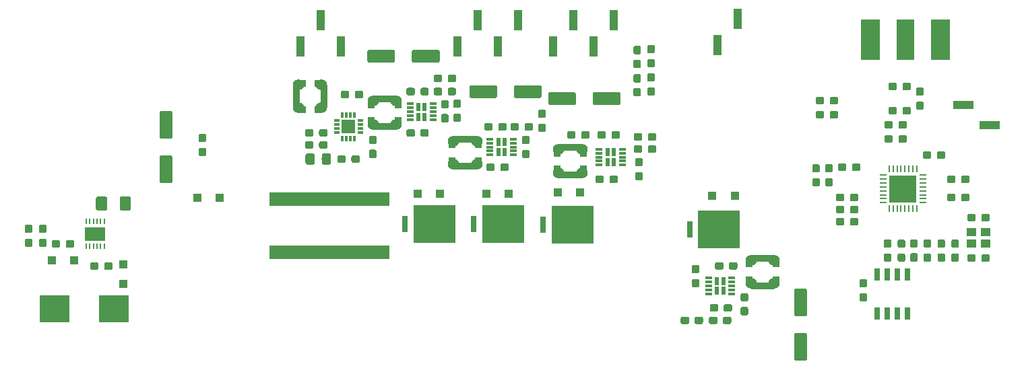
<source format=gbr>
%TF.GenerationSoftware,KiCad,Pcbnew,5.1.0-5.1.0*%
%TF.CreationDate,2019-03-18T21:11:32+01:00*%
%TF.ProjectId,motherboard,6d6f7468-6572-4626-9f61-72642e6b6963,rev?*%
%TF.SameCoordinates,Original*%
%TF.FileFunction,Paste,Top*%
%TF.FilePolarity,Positive*%
%FSLAX46Y46*%
G04 Gerber Fmt 4.6, Leading zero omitted, Abs format (unit mm)*
G04 Created by KiCad (PCBNEW 5.1.0-5.1.0) date 2019-03-18 21:11:32*
%MOMM*%
%LPD*%
G04 APERTURE LIST*
%ADD10R,0.850000X0.280000*%
%ADD11R,0.280000X0.850000*%
%ADD12R,3.450000X3.450000*%
%ADD13C,0.100000*%
%ADD14C,0.950000*%
%ADD15C,1.600000*%
%ADD16C,1.425000*%
%ADD17R,1.100000X1.100000*%
%ADD18R,1.000000X1.000000*%
%ADD19R,5.330000X4.700000*%
%ADD20R,0.762000X2.030000*%
%ADD21R,2.290000X5.080000*%
%ADD22R,2.420000X5.080000*%
%ADD23R,1.000000X2.510000*%
%ADD24R,2.510000X1.000000*%
%ADD25R,0.850000X2.900000*%
%ADD26R,0.900000X0.950000*%
%ADD27C,1.400000*%
%ADD28R,3.700000X3.400000*%
%ADD29R,2.900000X0.850000*%
%ADD30R,0.950000X0.900000*%
%ADD31C,1.150000*%
%ADD32R,15.189200X1.701800*%
%ADD33R,0.300000X0.750000*%
%ADD34R,0.750000X0.300000*%
%ADD35R,1.750000X1.750000*%
%ADD36R,0.700000X1.600000*%
%ADD37R,0.250000X0.650000*%
%ADD38R,2.500000X1.700000*%
%ADD39R,0.600000X1.050000*%
%ADD40R,0.850000X0.300000*%
%ADD41R,1.150000X1.000000*%
G04 APERTURE END LIST*
D10*
X177655000Y-104294000D03*
D11*
X173430000Y-105019000D03*
D10*
X172705000Y-100794000D03*
D12*
X175180000Y-102544000D03*
D11*
X176930000Y-100069000D03*
X176430000Y-100069000D03*
X175930000Y-100069000D03*
X175430000Y-100069000D03*
X174930000Y-100069000D03*
X174430000Y-100069000D03*
X173930000Y-100069000D03*
X173430000Y-100069000D03*
D10*
X172705000Y-101294000D03*
X172705000Y-101794000D03*
X172705000Y-102294000D03*
X172705000Y-102794000D03*
X172705000Y-103294000D03*
X172705000Y-103794000D03*
X172705000Y-104294000D03*
D11*
X173930000Y-105019000D03*
X174430000Y-105019000D03*
X174930000Y-105019000D03*
X175430000Y-105019000D03*
X175930000Y-105019000D03*
X176430000Y-105019000D03*
X176930000Y-105019000D03*
D10*
X177655000Y-103794000D03*
X177655000Y-103294000D03*
X177655000Y-102794000D03*
X177655000Y-102294000D03*
X177655000Y-101794000D03*
X177655000Y-101294000D03*
X177655000Y-100794000D03*
D13*
G36*
X104926941Y-98311216D02*
G01*
X104949996Y-98314635D01*
X104972605Y-98320299D01*
X104994549Y-98328151D01*
X105015619Y-98338116D01*
X105035610Y-98350098D01*
X105054330Y-98363982D01*
X105071600Y-98379634D01*
X105087252Y-98396904D01*
X105101136Y-98415624D01*
X105113118Y-98435615D01*
X105123083Y-98456685D01*
X105130935Y-98478629D01*
X105136599Y-98501238D01*
X105140018Y-98524293D01*
X105141162Y-98547572D01*
X105141162Y-99022572D01*
X105140018Y-99045851D01*
X105136599Y-99068906D01*
X105130935Y-99091515D01*
X105123083Y-99113459D01*
X105113118Y-99134529D01*
X105101136Y-99154520D01*
X105087252Y-99173240D01*
X105071600Y-99190510D01*
X105054330Y-99206162D01*
X105035610Y-99220046D01*
X105015619Y-99232028D01*
X104994549Y-99241993D01*
X104972605Y-99249845D01*
X104949996Y-99255509D01*
X104926941Y-99258928D01*
X104903662Y-99260072D01*
X104328662Y-99260072D01*
X104305383Y-99258928D01*
X104282328Y-99255509D01*
X104259719Y-99249845D01*
X104237775Y-99241993D01*
X104216705Y-99232028D01*
X104196714Y-99220046D01*
X104177994Y-99206162D01*
X104160724Y-99190510D01*
X104145072Y-99173240D01*
X104131188Y-99154520D01*
X104119206Y-99134529D01*
X104109241Y-99113459D01*
X104101389Y-99091515D01*
X104095725Y-99068906D01*
X104092306Y-99045851D01*
X104091162Y-99022572D01*
X104091162Y-98547572D01*
X104092306Y-98524293D01*
X104095725Y-98501238D01*
X104101389Y-98478629D01*
X104109241Y-98456685D01*
X104119206Y-98435615D01*
X104131188Y-98415624D01*
X104145072Y-98396904D01*
X104160724Y-98379634D01*
X104177994Y-98363982D01*
X104196714Y-98350098D01*
X104216705Y-98338116D01*
X104237775Y-98328151D01*
X104259719Y-98320299D01*
X104282328Y-98314635D01*
X104305383Y-98311216D01*
X104328662Y-98310072D01*
X104903662Y-98310072D01*
X104926941Y-98311216D01*
X104926941Y-98311216D01*
G37*
D14*
X104616162Y-98785072D03*
D13*
G36*
X106676941Y-98311216D02*
G01*
X106699996Y-98314635D01*
X106722605Y-98320299D01*
X106744549Y-98328151D01*
X106765619Y-98338116D01*
X106785610Y-98350098D01*
X106804330Y-98363982D01*
X106821600Y-98379634D01*
X106837252Y-98396904D01*
X106851136Y-98415624D01*
X106863118Y-98435615D01*
X106873083Y-98456685D01*
X106880935Y-98478629D01*
X106886599Y-98501238D01*
X106890018Y-98524293D01*
X106891162Y-98547572D01*
X106891162Y-99022572D01*
X106890018Y-99045851D01*
X106886599Y-99068906D01*
X106880935Y-99091515D01*
X106873083Y-99113459D01*
X106863118Y-99134529D01*
X106851136Y-99154520D01*
X106837252Y-99173240D01*
X106821600Y-99190510D01*
X106804330Y-99206162D01*
X106785610Y-99220046D01*
X106765619Y-99232028D01*
X106744549Y-99241993D01*
X106722605Y-99249845D01*
X106699996Y-99255509D01*
X106676941Y-99258928D01*
X106653662Y-99260072D01*
X106078662Y-99260072D01*
X106055383Y-99258928D01*
X106032328Y-99255509D01*
X106009719Y-99249845D01*
X105987775Y-99241993D01*
X105966705Y-99232028D01*
X105946714Y-99220046D01*
X105927994Y-99206162D01*
X105910724Y-99190510D01*
X105895072Y-99173240D01*
X105881188Y-99154520D01*
X105869206Y-99134529D01*
X105859241Y-99113459D01*
X105851389Y-99091515D01*
X105845725Y-99068906D01*
X105842306Y-99045851D01*
X105841162Y-99022572D01*
X105841162Y-98547572D01*
X105842306Y-98524293D01*
X105845725Y-98501238D01*
X105851389Y-98478629D01*
X105859241Y-98456685D01*
X105869206Y-98435615D01*
X105881188Y-98415624D01*
X105895072Y-98396904D01*
X105910724Y-98379634D01*
X105927994Y-98363982D01*
X105946714Y-98350098D01*
X105966705Y-98338116D01*
X105987775Y-98328151D01*
X106009719Y-98320299D01*
X106032328Y-98314635D01*
X106055383Y-98311216D01*
X106078662Y-98310072D01*
X106653662Y-98310072D01*
X106676941Y-98311216D01*
X106676941Y-98311216D01*
G37*
D14*
X106366162Y-98785072D03*
D13*
G36*
X83124504Y-92733204D02*
G01*
X83148773Y-92736804D01*
X83172571Y-92742765D01*
X83195671Y-92751030D01*
X83217849Y-92761520D01*
X83238893Y-92774133D01*
X83258598Y-92788747D01*
X83276777Y-92805223D01*
X83293253Y-92823402D01*
X83307867Y-92843107D01*
X83320480Y-92864151D01*
X83330970Y-92886329D01*
X83339235Y-92909429D01*
X83345196Y-92933227D01*
X83348796Y-92957496D01*
X83350000Y-92982000D01*
X83350000Y-95982000D01*
X83348796Y-96006504D01*
X83345196Y-96030773D01*
X83339235Y-96054571D01*
X83330970Y-96077671D01*
X83320480Y-96099849D01*
X83307867Y-96120893D01*
X83293253Y-96140598D01*
X83276777Y-96158777D01*
X83258598Y-96175253D01*
X83238893Y-96189867D01*
X83217849Y-96202480D01*
X83195671Y-96212970D01*
X83172571Y-96221235D01*
X83148773Y-96227196D01*
X83124504Y-96230796D01*
X83100000Y-96232000D01*
X82000000Y-96232000D01*
X81975496Y-96230796D01*
X81951227Y-96227196D01*
X81927429Y-96221235D01*
X81904329Y-96212970D01*
X81882151Y-96202480D01*
X81861107Y-96189867D01*
X81841402Y-96175253D01*
X81823223Y-96158777D01*
X81806747Y-96140598D01*
X81792133Y-96120893D01*
X81779520Y-96099849D01*
X81769030Y-96077671D01*
X81760765Y-96054571D01*
X81754804Y-96030773D01*
X81751204Y-96006504D01*
X81750000Y-95982000D01*
X81750000Y-92982000D01*
X81751204Y-92957496D01*
X81754804Y-92933227D01*
X81760765Y-92909429D01*
X81769030Y-92886329D01*
X81779520Y-92864151D01*
X81792133Y-92843107D01*
X81806747Y-92823402D01*
X81823223Y-92805223D01*
X81841402Y-92788747D01*
X81861107Y-92774133D01*
X81882151Y-92761520D01*
X81904329Y-92751030D01*
X81927429Y-92742765D01*
X81951227Y-92736804D01*
X81975496Y-92733204D01*
X82000000Y-92732000D01*
X83100000Y-92732000D01*
X83124504Y-92733204D01*
X83124504Y-92733204D01*
G37*
D15*
X82550000Y-94482000D03*
D13*
G36*
X83124504Y-98333204D02*
G01*
X83148773Y-98336804D01*
X83172571Y-98342765D01*
X83195671Y-98351030D01*
X83217849Y-98361520D01*
X83238893Y-98374133D01*
X83258598Y-98388747D01*
X83276777Y-98405223D01*
X83293253Y-98423402D01*
X83307867Y-98443107D01*
X83320480Y-98464151D01*
X83330970Y-98486329D01*
X83339235Y-98509429D01*
X83345196Y-98533227D01*
X83348796Y-98557496D01*
X83350000Y-98582000D01*
X83350000Y-101582000D01*
X83348796Y-101606504D01*
X83345196Y-101630773D01*
X83339235Y-101654571D01*
X83330970Y-101677671D01*
X83320480Y-101699849D01*
X83307867Y-101720893D01*
X83293253Y-101740598D01*
X83276777Y-101758777D01*
X83258598Y-101775253D01*
X83238893Y-101789867D01*
X83217849Y-101802480D01*
X83195671Y-101812970D01*
X83172571Y-101821235D01*
X83148773Y-101827196D01*
X83124504Y-101830796D01*
X83100000Y-101832000D01*
X82000000Y-101832000D01*
X81975496Y-101830796D01*
X81951227Y-101827196D01*
X81927429Y-101821235D01*
X81904329Y-101812970D01*
X81882151Y-101802480D01*
X81861107Y-101789867D01*
X81841402Y-101775253D01*
X81823223Y-101758777D01*
X81806747Y-101740598D01*
X81792133Y-101720893D01*
X81779520Y-101699849D01*
X81769030Y-101677671D01*
X81760765Y-101654571D01*
X81754804Y-101630773D01*
X81751204Y-101606504D01*
X81750000Y-101582000D01*
X81750000Y-98582000D01*
X81751204Y-98557496D01*
X81754804Y-98533227D01*
X81760765Y-98509429D01*
X81769030Y-98486329D01*
X81779520Y-98464151D01*
X81792133Y-98443107D01*
X81806747Y-98423402D01*
X81823223Y-98405223D01*
X81841402Y-98388747D01*
X81861107Y-98374133D01*
X81882151Y-98361520D01*
X81904329Y-98351030D01*
X81927429Y-98342765D01*
X81951227Y-98336804D01*
X81975496Y-98333204D01*
X82000000Y-98332000D01*
X83100000Y-98332000D01*
X83124504Y-98333204D01*
X83124504Y-98333204D01*
G37*
D15*
X82550000Y-100082000D03*
D13*
G36*
X87382779Y-97379144D02*
G01*
X87405834Y-97382563D01*
X87428443Y-97388227D01*
X87450387Y-97396079D01*
X87471457Y-97406044D01*
X87491448Y-97418026D01*
X87510168Y-97431910D01*
X87527438Y-97447562D01*
X87543090Y-97464832D01*
X87556974Y-97483552D01*
X87568956Y-97503543D01*
X87578921Y-97524613D01*
X87586773Y-97546557D01*
X87592437Y-97569166D01*
X87595856Y-97592221D01*
X87597000Y-97615500D01*
X87597000Y-98190500D01*
X87595856Y-98213779D01*
X87592437Y-98236834D01*
X87586773Y-98259443D01*
X87578921Y-98281387D01*
X87568956Y-98302457D01*
X87556974Y-98322448D01*
X87543090Y-98341168D01*
X87527438Y-98358438D01*
X87510168Y-98374090D01*
X87491448Y-98387974D01*
X87471457Y-98399956D01*
X87450387Y-98409921D01*
X87428443Y-98417773D01*
X87405834Y-98423437D01*
X87382779Y-98426856D01*
X87359500Y-98428000D01*
X86884500Y-98428000D01*
X86861221Y-98426856D01*
X86838166Y-98423437D01*
X86815557Y-98417773D01*
X86793613Y-98409921D01*
X86772543Y-98399956D01*
X86752552Y-98387974D01*
X86733832Y-98374090D01*
X86716562Y-98358438D01*
X86700910Y-98341168D01*
X86687026Y-98322448D01*
X86675044Y-98302457D01*
X86665079Y-98281387D01*
X86657227Y-98259443D01*
X86651563Y-98236834D01*
X86648144Y-98213779D01*
X86647000Y-98190500D01*
X86647000Y-97615500D01*
X86648144Y-97592221D01*
X86651563Y-97569166D01*
X86657227Y-97546557D01*
X86665079Y-97524613D01*
X86675044Y-97503543D01*
X86687026Y-97483552D01*
X86700910Y-97464832D01*
X86716562Y-97447562D01*
X86733832Y-97431910D01*
X86752552Y-97418026D01*
X86772543Y-97406044D01*
X86793613Y-97396079D01*
X86815557Y-97388227D01*
X86838166Y-97382563D01*
X86861221Y-97379144D01*
X86884500Y-97378000D01*
X87359500Y-97378000D01*
X87382779Y-97379144D01*
X87382779Y-97379144D01*
G37*
D14*
X87122000Y-97903000D03*
D13*
G36*
X87382779Y-95629144D02*
G01*
X87405834Y-95632563D01*
X87428443Y-95638227D01*
X87450387Y-95646079D01*
X87471457Y-95656044D01*
X87491448Y-95668026D01*
X87510168Y-95681910D01*
X87527438Y-95697562D01*
X87543090Y-95714832D01*
X87556974Y-95733552D01*
X87568956Y-95753543D01*
X87578921Y-95774613D01*
X87586773Y-95796557D01*
X87592437Y-95819166D01*
X87595856Y-95842221D01*
X87597000Y-95865500D01*
X87597000Y-96440500D01*
X87595856Y-96463779D01*
X87592437Y-96486834D01*
X87586773Y-96509443D01*
X87578921Y-96531387D01*
X87568956Y-96552457D01*
X87556974Y-96572448D01*
X87543090Y-96591168D01*
X87527438Y-96608438D01*
X87510168Y-96624090D01*
X87491448Y-96637974D01*
X87471457Y-96649956D01*
X87450387Y-96659921D01*
X87428443Y-96667773D01*
X87405834Y-96673437D01*
X87382779Y-96676856D01*
X87359500Y-96678000D01*
X86884500Y-96678000D01*
X86861221Y-96676856D01*
X86838166Y-96673437D01*
X86815557Y-96667773D01*
X86793613Y-96659921D01*
X86772543Y-96649956D01*
X86752552Y-96637974D01*
X86733832Y-96624090D01*
X86716562Y-96608438D01*
X86700910Y-96591168D01*
X86687026Y-96572448D01*
X86675044Y-96552457D01*
X86665079Y-96531387D01*
X86657227Y-96509443D01*
X86651563Y-96486834D01*
X86648144Y-96463779D01*
X86647000Y-96440500D01*
X86647000Y-95865500D01*
X86648144Y-95842221D01*
X86651563Y-95819166D01*
X86657227Y-95796557D01*
X86665079Y-95774613D01*
X86675044Y-95753543D01*
X86687026Y-95733552D01*
X86700910Y-95714832D01*
X86716562Y-95697562D01*
X86733832Y-95681910D01*
X86752552Y-95668026D01*
X86772543Y-95656044D01*
X86793613Y-95646079D01*
X86815557Y-95638227D01*
X86838166Y-95632563D01*
X86861221Y-95629144D01*
X86884500Y-95628000D01*
X87359500Y-95628000D01*
X87382779Y-95629144D01*
X87382779Y-95629144D01*
G37*
D14*
X87122000Y-96153000D03*
D13*
G36*
X170440779Y-115667144D02*
G01*
X170463834Y-115670563D01*
X170486443Y-115676227D01*
X170508387Y-115684079D01*
X170529457Y-115694044D01*
X170549448Y-115706026D01*
X170568168Y-115719910D01*
X170585438Y-115735562D01*
X170601090Y-115752832D01*
X170614974Y-115771552D01*
X170626956Y-115791543D01*
X170636921Y-115812613D01*
X170644773Y-115834557D01*
X170650437Y-115857166D01*
X170653856Y-115880221D01*
X170655000Y-115903500D01*
X170655000Y-116478500D01*
X170653856Y-116501779D01*
X170650437Y-116524834D01*
X170644773Y-116547443D01*
X170636921Y-116569387D01*
X170626956Y-116590457D01*
X170614974Y-116610448D01*
X170601090Y-116629168D01*
X170585438Y-116646438D01*
X170568168Y-116662090D01*
X170549448Y-116675974D01*
X170529457Y-116687956D01*
X170508387Y-116697921D01*
X170486443Y-116705773D01*
X170463834Y-116711437D01*
X170440779Y-116714856D01*
X170417500Y-116716000D01*
X169942500Y-116716000D01*
X169919221Y-116714856D01*
X169896166Y-116711437D01*
X169873557Y-116705773D01*
X169851613Y-116697921D01*
X169830543Y-116687956D01*
X169810552Y-116675974D01*
X169791832Y-116662090D01*
X169774562Y-116646438D01*
X169758910Y-116629168D01*
X169745026Y-116610448D01*
X169733044Y-116590457D01*
X169723079Y-116569387D01*
X169715227Y-116547443D01*
X169709563Y-116524834D01*
X169706144Y-116501779D01*
X169705000Y-116478500D01*
X169705000Y-115903500D01*
X169706144Y-115880221D01*
X169709563Y-115857166D01*
X169715227Y-115834557D01*
X169723079Y-115812613D01*
X169733044Y-115791543D01*
X169745026Y-115771552D01*
X169758910Y-115752832D01*
X169774562Y-115735562D01*
X169791832Y-115719910D01*
X169810552Y-115706026D01*
X169830543Y-115694044D01*
X169851613Y-115684079D01*
X169873557Y-115676227D01*
X169896166Y-115670563D01*
X169919221Y-115667144D01*
X169942500Y-115666000D01*
X170417500Y-115666000D01*
X170440779Y-115667144D01*
X170440779Y-115667144D01*
G37*
D14*
X170180000Y-116191000D03*
D13*
G36*
X170440779Y-113917144D02*
G01*
X170463834Y-113920563D01*
X170486443Y-113926227D01*
X170508387Y-113934079D01*
X170529457Y-113944044D01*
X170549448Y-113956026D01*
X170568168Y-113969910D01*
X170585438Y-113985562D01*
X170601090Y-114002832D01*
X170614974Y-114021552D01*
X170626956Y-114041543D01*
X170636921Y-114062613D01*
X170644773Y-114084557D01*
X170650437Y-114107166D01*
X170653856Y-114130221D01*
X170655000Y-114153500D01*
X170655000Y-114728500D01*
X170653856Y-114751779D01*
X170650437Y-114774834D01*
X170644773Y-114797443D01*
X170636921Y-114819387D01*
X170626956Y-114840457D01*
X170614974Y-114860448D01*
X170601090Y-114879168D01*
X170585438Y-114896438D01*
X170568168Y-114912090D01*
X170549448Y-114925974D01*
X170529457Y-114937956D01*
X170508387Y-114947921D01*
X170486443Y-114955773D01*
X170463834Y-114961437D01*
X170440779Y-114964856D01*
X170417500Y-114966000D01*
X169942500Y-114966000D01*
X169919221Y-114964856D01*
X169896166Y-114961437D01*
X169873557Y-114955773D01*
X169851613Y-114947921D01*
X169830543Y-114937956D01*
X169810552Y-114925974D01*
X169791832Y-114912090D01*
X169774562Y-114896438D01*
X169758910Y-114879168D01*
X169745026Y-114860448D01*
X169733044Y-114840457D01*
X169723079Y-114819387D01*
X169715227Y-114797443D01*
X169709563Y-114774834D01*
X169706144Y-114751779D01*
X169705000Y-114728500D01*
X169705000Y-114153500D01*
X169706144Y-114130221D01*
X169709563Y-114107166D01*
X169715227Y-114084557D01*
X169723079Y-114062613D01*
X169733044Y-114041543D01*
X169745026Y-114021552D01*
X169758910Y-114002832D01*
X169774562Y-113985562D01*
X169791832Y-113969910D01*
X169810552Y-113956026D01*
X169830543Y-113944044D01*
X169851613Y-113934079D01*
X169873557Y-113926227D01*
X169896166Y-113920563D01*
X169919221Y-113917144D01*
X169942500Y-113916000D01*
X170417500Y-113916000D01*
X170440779Y-113917144D01*
X170440779Y-113917144D01*
G37*
D14*
X170180000Y-114441000D03*
D13*
G36*
X105353779Y-90204144D02*
G01*
X105376834Y-90207563D01*
X105399443Y-90213227D01*
X105421387Y-90221079D01*
X105442457Y-90231044D01*
X105462448Y-90243026D01*
X105481168Y-90256910D01*
X105498438Y-90272562D01*
X105514090Y-90289832D01*
X105527974Y-90308552D01*
X105539956Y-90328543D01*
X105549921Y-90349613D01*
X105557773Y-90371557D01*
X105563437Y-90394166D01*
X105566856Y-90417221D01*
X105568000Y-90440500D01*
X105568000Y-90915500D01*
X105566856Y-90938779D01*
X105563437Y-90961834D01*
X105557773Y-90984443D01*
X105549921Y-91006387D01*
X105539956Y-91027457D01*
X105527974Y-91047448D01*
X105514090Y-91066168D01*
X105498438Y-91083438D01*
X105481168Y-91099090D01*
X105462448Y-91112974D01*
X105442457Y-91124956D01*
X105421387Y-91134921D01*
X105399443Y-91142773D01*
X105376834Y-91148437D01*
X105353779Y-91151856D01*
X105330500Y-91153000D01*
X104755500Y-91153000D01*
X104732221Y-91151856D01*
X104709166Y-91148437D01*
X104686557Y-91142773D01*
X104664613Y-91134921D01*
X104643543Y-91124956D01*
X104623552Y-91112974D01*
X104604832Y-91099090D01*
X104587562Y-91083438D01*
X104571910Y-91066168D01*
X104558026Y-91047448D01*
X104546044Y-91027457D01*
X104536079Y-91006387D01*
X104528227Y-90984443D01*
X104522563Y-90961834D01*
X104519144Y-90938779D01*
X104518000Y-90915500D01*
X104518000Y-90440500D01*
X104519144Y-90417221D01*
X104522563Y-90394166D01*
X104528227Y-90371557D01*
X104536079Y-90349613D01*
X104546044Y-90328543D01*
X104558026Y-90308552D01*
X104571910Y-90289832D01*
X104587562Y-90272562D01*
X104604832Y-90256910D01*
X104623552Y-90243026D01*
X104643543Y-90231044D01*
X104664613Y-90221079D01*
X104686557Y-90213227D01*
X104709166Y-90207563D01*
X104732221Y-90204144D01*
X104755500Y-90203000D01*
X105330500Y-90203000D01*
X105353779Y-90204144D01*
X105353779Y-90204144D01*
G37*
D14*
X105043000Y-90678000D03*
D13*
G36*
X107103779Y-90204144D02*
G01*
X107126834Y-90207563D01*
X107149443Y-90213227D01*
X107171387Y-90221079D01*
X107192457Y-90231044D01*
X107212448Y-90243026D01*
X107231168Y-90256910D01*
X107248438Y-90272562D01*
X107264090Y-90289832D01*
X107277974Y-90308552D01*
X107289956Y-90328543D01*
X107299921Y-90349613D01*
X107307773Y-90371557D01*
X107313437Y-90394166D01*
X107316856Y-90417221D01*
X107318000Y-90440500D01*
X107318000Y-90915500D01*
X107316856Y-90938779D01*
X107313437Y-90961834D01*
X107307773Y-90984443D01*
X107299921Y-91006387D01*
X107289956Y-91027457D01*
X107277974Y-91047448D01*
X107264090Y-91066168D01*
X107248438Y-91083438D01*
X107231168Y-91099090D01*
X107212448Y-91112974D01*
X107192457Y-91124956D01*
X107171387Y-91134921D01*
X107149443Y-91142773D01*
X107126834Y-91148437D01*
X107103779Y-91151856D01*
X107080500Y-91153000D01*
X106505500Y-91153000D01*
X106482221Y-91151856D01*
X106459166Y-91148437D01*
X106436557Y-91142773D01*
X106414613Y-91134921D01*
X106393543Y-91124956D01*
X106373552Y-91112974D01*
X106354832Y-91099090D01*
X106337562Y-91083438D01*
X106321910Y-91066168D01*
X106308026Y-91047448D01*
X106296044Y-91027457D01*
X106286079Y-91006387D01*
X106278227Y-90984443D01*
X106272563Y-90961834D01*
X106269144Y-90938779D01*
X106268000Y-90915500D01*
X106268000Y-90440500D01*
X106269144Y-90417221D01*
X106272563Y-90394166D01*
X106278227Y-90371557D01*
X106286079Y-90349613D01*
X106296044Y-90328543D01*
X106308026Y-90308552D01*
X106321910Y-90289832D01*
X106337562Y-90272562D01*
X106354832Y-90256910D01*
X106373552Y-90243026D01*
X106393543Y-90231044D01*
X106414613Y-90221079D01*
X106436557Y-90213227D01*
X106459166Y-90207563D01*
X106482221Y-90204144D01*
X106505500Y-90203000D01*
X107080500Y-90203000D01*
X107103779Y-90204144D01*
X107103779Y-90204144D01*
G37*
D14*
X106793000Y-90678000D03*
D13*
G36*
X164503780Y-99439144D02*
G01*
X164526835Y-99442563D01*
X164549444Y-99448227D01*
X164571388Y-99456079D01*
X164592458Y-99466044D01*
X164612449Y-99478026D01*
X164631169Y-99491910D01*
X164648439Y-99507562D01*
X164664091Y-99524832D01*
X164677975Y-99543552D01*
X164689957Y-99563543D01*
X164699922Y-99584613D01*
X164707774Y-99606557D01*
X164713438Y-99629166D01*
X164716857Y-99652221D01*
X164718001Y-99675500D01*
X164718001Y-100250500D01*
X164716857Y-100273779D01*
X164713438Y-100296834D01*
X164707774Y-100319443D01*
X164699922Y-100341387D01*
X164689957Y-100362457D01*
X164677975Y-100382448D01*
X164664091Y-100401168D01*
X164648439Y-100418438D01*
X164631169Y-100434090D01*
X164612449Y-100447974D01*
X164592458Y-100459956D01*
X164571388Y-100469921D01*
X164549444Y-100477773D01*
X164526835Y-100483437D01*
X164503780Y-100486856D01*
X164480501Y-100488000D01*
X164005501Y-100488000D01*
X163982222Y-100486856D01*
X163959167Y-100483437D01*
X163936558Y-100477773D01*
X163914614Y-100469921D01*
X163893544Y-100459956D01*
X163873553Y-100447974D01*
X163854833Y-100434090D01*
X163837563Y-100418438D01*
X163821911Y-100401168D01*
X163808027Y-100382448D01*
X163796045Y-100362457D01*
X163786080Y-100341387D01*
X163778228Y-100319443D01*
X163772564Y-100296834D01*
X163769145Y-100273779D01*
X163768001Y-100250500D01*
X163768001Y-99675500D01*
X163769145Y-99652221D01*
X163772564Y-99629166D01*
X163778228Y-99606557D01*
X163786080Y-99584613D01*
X163796045Y-99563543D01*
X163808027Y-99543552D01*
X163821911Y-99524832D01*
X163837563Y-99507562D01*
X163854833Y-99491910D01*
X163873553Y-99478026D01*
X163893544Y-99466044D01*
X163914614Y-99456079D01*
X163936558Y-99448227D01*
X163959167Y-99442563D01*
X163982222Y-99439144D01*
X164005501Y-99438000D01*
X164480501Y-99438000D01*
X164503780Y-99439144D01*
X164503780Y-99439144D01*
G37*
D14*
X164243001Y-99963000D03*
D13*
G36*
X164503780Y-101189144D02*
G01*
X164526835Y-101192563D01*
X164549444Y-101198227D01*
X164571388Y-101206079D01*
X164592458Y-101216044D01*
X164612449Y-101228026D01*
X164631169Y-101241910D01*
X164648439Y-101257562D01*
X164664091Y-101274832D01*
X164677975Y-101293552D01*
X164689957Y-101313543D01*
X164699922Y-101334613D01*
X164707774Y-101356557D01*
X164713438Y-101379166D01*
X164716857Y-101402221D01*
X164718001Y-101425500D01*
X164718001Y-102000500D01*
X164716857Y-102023779D01*
X164713438Y-102046834D01*
X164707774Y-102069443D01*
X164699922Y-102091387D01*
X164689957Y-102112457D01*
X164677975Y-102132448D01*
X164664091Y-102151168D01*
X164648439Y-102168438D01*
X164631169Y-102184090D01*
X164612449Y-102197974D01*
X164592458Y-102209956D01*
X164571388Y-102219921D01*
X164549444Y-102227773D01*
X164526835Y-102233437D01*
X164503780Y-102236856D01*
X164480501Y-102238000D01*
X164005501Y-102238000D01*
X163982222Y-102236856D01*
X163959167Y-102233437D01*
X163936558Y-102227773D01*
X163914614Y-102219921D01*
X163893544Y-102209956D01*
X163873553Y-102197974D01*
X163854833Y-102184090D01*
X163837563Y-102168438D01*
X163821911Y-102151168D01*
X163808027Y-102132448D01*
X163796045Y-102112457D01*
X163786080Y-102091387D01*
X163778228Y-102069443D01*
X163772564Y-102046834D01*
X163769145Y-102023779D01*
X163768001Y-102000500D01*
X163768001Y-101425500D01*
X163769145Y-101402221D01*
X163772564Y-101379166D01*
X163778228Y-101356557D01*
X163786080Y-101334613D01*
X163796045Y-101313543D01*
X163808027Y-101293552D01*
X163821911Y-101274832D01*
X163837563Y-101257562D01*
X163854833Y-101241910D01*
X163873553Y-101228026D01*
X163893544Y-101216044D01*
X163914614Y-101206079D01*
X163936558Y-101198227D01*
X163959167Y-101192563D01*
X163982222Y-101189144D01*
X164005501Y-101188000D01*
X164480501Y-101188000D01*
X164503780Y-101189144D01*
X164503780Y-101189144D01*
G37*
D14*
X164243001Y-101713000D03*
D13*
G36*
X166122779Y-101189144D02*
G01*
X166145834Y-101192563D01*
X166168443Y-101198227D01*
X166190387Y-101206079D01*
X166211457Y-101216044D01*
X166231448Y-101228026D01*
X166250168Y-101241910D01*
X166267438Y-101257562D01*
X166283090Y-101274832D01*
X166296974Y-101293552D01*
X166308956Y-101313543D01*
X166318921Y-101334613D01*
X166326773Y-101356557D01*
X166332437Y-101379166D01*
X166335856Y-101402221D01*
X166337000Y-101425500D01*
X166337000Y-102000500D01*
X166335856Y-102023779D01*
X166332437Y-102046834D01*
X166326773Y-102069443D01*
X166318921Y-102091387D01*
X166308956Y-102112457D01*
X166296974Y-102132448D01*
X166283090Y-102151168D01*
X166267438Y-102168438D01*
X166250168Y-102184090D01*
X166231448Y-102197974D01*
X166211457Y-102209956D01*
X166190387Y-102219921D01*
X166168443Y-102227773D01*
X166145834Y-102233437D01*
X166122779Y-102236856D01*
X166099500Y-102238000D01*
X165624500Y-102238000D01*
X165601221Y-102236856D01*
X165578166Y-102233437D01*
X165555557Y-102227773D01*
X165533613Y-102219921D01*
X165512543Y-102209956D01*
X165492552Y-102197974D01*
X165473832Y-102184090D01*
X165456562Y-102168438D01*
X165440910Y-102151168D01*
X165427026Y-102132448D01*
X165415044Y-102112457D01*
X165405079Y-102091387D01*
X165397227Y-102069443D01*
X165391563Y-102046834D01*
X165388144Y-102023779D01*
X165387000Y-102000500D01*
X165387000Y-101425500D01*
X165388144Y-101402221D01*
X165391563Y-101379166D01*
X165397227Y-101356557D01*
X165405079Y-101334613D01*
X165415044Y-101313543D01*
X165427026Y-101293552D01*
X165440910Y-101274832D01*
X165456562Y-101257562D01*
X165473832Y-101241910D01*
X165492552Y-101228026D01*
X165512543Y-101216044D01*
X165533613Y-101206079D01*
X165555557Y-101198227D01*
X165578166Y-101192563D01*
X165601221Y-101189144D01*
X165624500Y-101188000D01*
X166099500Y-101188000D01*
X166122779Y-101189144D01*
X166122779Y-101189144D01*
G37*
D14*
X165862000Y-101713000D03*
D13*
G36*
X166122779Y-99439144D02*
G01*
X166145834Y-99442563D01*
X166168443Y-99448227D01*
X166190387Y-99456079D01*
X166211457Y-99466044D01*
X166231448Y-99478026D01*
X166250168Y-99491910D01*
X166267438Y-99507562D01*
X166283090Y-99524832D01*
X166296974Y-99543552D01*
X166308956Y-99563543D01*
X166318921Y-99584613D01*
X166326773Y-99606557D01*
X166332437Y-99629166D01*
X166335856Y-99652221D01*
X166337000Y-99675500D01*
X166337000Y-100250500D01*
X166335856Y-100273779D01*
X166332437Y-100296834D01*
X166326773Y-100319443D01*
X166318921Y-100341387D01*
X166308956Y-100362457D01*
X166296974Y-100382448D01*
X166283090Y-100401168D01*
X166267438Y-100418438D01*
X166250168Y-100434090D01*
X166231448Y-100447974D01*
X166211457Y-100459956D01*
X166190387Y-100469921D01*
X166168443Y-100477773D01*
X166145834Y-100483437D01*
X166122779Y-100486856D01*
X166099500Y-100488000D01*
X165624500Y-100488000D01*
X165601221Y-100486856D01*
X165578166Y-100483437D01*
X165555557Y-100477773D01*
X165533613Y-100469921D01*
X165512543Y-100459956D01*
X165492552Y-100447974D01*
X165473832Y-100434090D01*
X165456562Y-100418438D01*
X165440910Y-100401168D01*
X165427026Y-100382448D01*
X165415044Y-100362457D01*
X165405079Y-100341387D01*
X165397227Y-100319443D01*
X165391563Y-100296834D01*
X165388144Y-100273779D01*
X165387000Y-100250500D01*
X165387000Y-99675500D01*
X165388144Y-99652221D01*
X165391563Y-99629166D01*
X165397227Y-99606557D01*
X165405079Y-99584613D01*
X165415044Y-99563543D01*
X165427026Y-99543552D01*
X165440910Y-99524832D01*
X165456562Y-99507562D01*
X165473832Y-99491910D01*
X165492552Y-99478026D01*
X165512543Y-99466044D01*
X165533613Y-99456079D01*
X165555557Y-99448227D01*
X165578166Y-99442563D01*
X165601221Y-99439144D01*
X165624500Y-99438000D01*
X166099500Y-99438000D01*
X166122779Y-99439144D01*
X166122779Y-99439144D01*
G37*
D14*
X165862000Y-99963000D03*
D13*
G36*
X102612941Y-96533216D02*
G01*
X102635996Y-96536635D01*
X102658605Y-96542299D01*
X102680549Y-96550151D01*
X102701619Y-96560116D01*
X102721610Y-96572098D01*
X102740330Y-96585982D01*
X102757600Y-96601634D01*
X102773252Y-96618904D01*
X102787136Y-96637624D01*
X102799118Y-96657615D01*
X102809083Y-96678685D01*
X102816935Y-96700629D01*
X102822599Y-96723238D01*
X102826018Y-96746293D01*
X102827162Y-96769572D01*
X102827162Y-97244572D01*
X102826018Y-97267851D01*
X102822599Y-97290906D01*
X102816935Y-97313515D01*
X102809083Y-97335459D01*
X102799118Y-97356529D01*
X102787136Y-97376520D01*
X102773252Y-97395240D01*
X102757600Y-97412510D01*
X102740330Y-97428162D01*
X102721610Y-97442046D01*
X102701619Y-97454028D01*
X102680549Y-97463993D01*
X102658605Y-97471845D01*
X102635996Y-97477509D01*
X102612941Y-97480928D01*
X102589662Y-97482072D01*
X102014662Y-97482072D01*
X101991383Y-97480928D01*
X101968328Y-97477509D01*
X101945719Y-97471845D01*
X101923775Y-97463993D01*
X101902705Y-97454028D01*
X101882714Y-97442046D01*
X101863994Y-97428162D01*
X101846724Y-97412510D01*
X101831072Y-97395240D01*
X101817188Y-97376520D01*
X101805206Y-97356529D01*
X101795241Y-97335459D01*
X101787389Y-97313515D01*
X101781725Y-97290906D01*
X101778306Y-97267851D01*
X101777162Y-97244572D01*
X101777162Y-96769572D01*
X101778306Y-96746293D01*
X101781725Y-96723238D01*
X101787389Y-96700629D01*
X101795241Y-96678685D01*
X101805206Y-96657615D01*
X101817188Y-96637624D01*
X101831072Y-96618904D01*
X101846724Y-96601634D01*
X101863994Y-96585982D01*
X101882714Y-96572098D01*
X101902705Y-96560116D01*
X101923775Y-96550151D01*
X101945719Y-96542299D01*
X101968328Y-96536635D01*
X101991383Y-96533216D01*
X102014662Y-96532072D01*
X102589662Y-96532072D01*
X102612941Y-96533216D01*
X102612941Y-96533216D01*
G37*
D14*
X102302162Y-97007072D03*
D13*
G36*
X100862941Y-96533216D02*
G01*
X100885996Y-96536635D01*
X100908605Y-96542299D01*
X100930549Y-96550151D01*
X100951619Y-96560116D01*
X100971610Y-96572098D01*
X100990330Y-96585982D01*
X101007600Y-96601634D01*
X101023252Y-96618904D01*
X101037136Y-96637624D01*
X101049118Y-96657615D01*
X101059083Y-96678685D01*
X101066935Y-96700629D01*
X101072599Y-96723238D01*
X101076018Y-96746293D01*
X101077162Y-96769572D01*
X101077162Y-97244572D01*
X101076018Y-97267851D01*
X101072599Y-97290906D01*
X101066935Y-97313515D01*
X101059083Y-97335459D01*
X101049118Y-97356529D01*
X101037136Y-97376520D01*
X101023252Y-97395240D01*
X101007600Y-97412510D01*
X100990330Y-97428162D01*
X100971610Y-97442046D01*
X100951619Y-97454028D01*
X100930549Y-97463993D01*
X100908605Y-97471845D01*
X100885996Y-97477509D01*
X100862941Y-97480928D01*
X100839662Y-97482072D01*
X100264662Y-97482072D01*
X100241383Y-97480928D01*
X100218328Y-97477509D01*
X100195719Y-97471845D01*
X100173775Y-97463993D01*
X100152705Y-97454028D01*
X100132714Y-97442046D01*
X100113994Y-97428162D01*
X100096724Y-97412510D01*
X100081072Y-97395240D01*
X100067188Y-97376520D01*
X100055206Y-97356529D01*
X100045241Y-97335459D01*
X100037389Y-97313515D01*
X100031725Y-97290906D01*
X100028306Y-97267851D01*
X100027162Y-97244572D01*
X100027162Y-96769572D01*
X100028306Y-96746293D01*
X100031725Y-96723238D01*
X100037389Y-96700629D01*
X100045241Y-96678685D01*
X100055206Y-96657615D01*
X100067188Y-96637624D01*
X100081072Y-96618904D01*
X100096724Y-96601634D01*
X100113994Y-96585982D01*
X100132714Y-96572098D01*
X100152705Y-96560116D01*
X100173775Y-96550151D01*
X100195719Y-96542299D01*
X100218328Y-96536635D01*
X100241383Y-96533216D01*
X100264662Y-96532072D01*
X100839662Y-96532072D01*
X100862941Y-96533216D01*
X100862941Y-96533216D01*
G37*
D14*
X100552162Y-97007072D03*
D13*
G36*
X108799941Y-95862216D02*
G01*
X108822996Y-95865635D01*
X108845605Y-95871299D01*
X108867549Y-95879151D01*
X108888619Y-95889116D01*
X108908610Y-95901098D01*
X108927330Y-95914982D01*
X108944600Y-95930634D01*
X108960252Y-95947904D01*
X108974136Y-95966624D01*
X108986118Y-95986615D01*
X108996083Y-96007685D01*
X109003935Y-96029629D01*
X109009599Y-96052238D01*
X109013018Y-96075293D01*
X109014162Y-96098572D01*
X109014162Y-96673572D01*
X109013018Y-96696851D01*
X109009599Y-96719906D01*
X109003935Y-96742515D01*
X108996083Y-96764459D01*
X108986118Y-96785529D01*
X108974136Y-96805520D01*
X108960252Y-96824240D01*
X108944600Y-96841510D01*
X108927330Y-96857162D01*
X108908610Y-96871046D01*
X108888619Y-96883028D01*
X108867549Y-96892993D01*
X108845605Y-96900845D01*
X108822996Y-96906509D01*
X108799941Y-96909928D01*
X108776662Y-96911072D01*
X108301662Y-96911072D01*
X108278383Y-96909928D01*
X108255328Y-96906509D01*
X108232719Y-96900845D01*
X108210775Y-96892993D01*
X108189705Y-96883028D01*
X108169714Y-96871046D01*
X108150994Y-96857162D01*
X108133724Y-96841510D01*
X108118072Y-96824240D01*
X108104188Y-96805520D01*
X108092206Y-96785529D01*
X108082241Y-96764459D01*
X108074389Y-96742515D01*
X108068725Y-96719906D01*
X108065306Y-96696851D01*
X108064162Y-96673572D01*
X108064162Y-96098572D01*
X108065306Y-96075293D01*
X108068725Y-96052238D01*
X108074389Y-96029629D01*
X108082241Y-96007685D01*
X108092206Y-95986615D01*
X108104188Y-95966624D01*
X108118072Y-95947904D01*
X108133724Y-95930634D01*
X108150994Y-95914982D01*
X108169714Y-95901098D01*
X108189705Y-95889116D01*
X108210775Y-95879151D01*
X108232719Y-95871299D01*
X108255328Y-95865635D01*
X108278383Y-95862216D01*
X108301662Y-95861072D01*
X108776662Y-95861072D01*
X108799941Y-95862216D01*
X108799941Y-95862216D01*
G37*
D14*
X108539162Y-96386072D03*
D13*
G36*
X108799941Y-97612216D02*
G01*
X108822996Y-97615635D01*
X108845605Y-97621299D01*
X108867549Y-97629151D01*
X108888619Y-97639116D01*
X108908610Y-97651098D01*
X108927330Y-97664982D01*
X108944600Y-97680634D01*
X108960252Y-97697904D01*
X108974136Y-97716624D01*
X108986118Y-97736615D01*
X108996083Y-97757685D01*
X109003935Y-97779629D01*
X109009599Y-97802238D01*
X109013018Y-97825293D01*
X109014162Y-97848572D01*
X109014162Y-98423572D01*
X109013018Y-98446851D01*
X109009599Y-98469906D01*
X109003935Y-98492515D01*
X108996083Y-98514459D01*
X108986118Y-98535529D01*
X108974136Y-98555520D01*
X108960252Y-98574240D01*
X108944600Y-98591510D01*
X108927330Y-98607162D01*
X108908610Y-98621046D01*
X108888619Y-98633028D01*
X108867549Y-98642993D01*
X108845605Y-98650845D01*
X108822996Y-98656509D01*
X108799941Y-98659928D01*
X108776662Y-98661072D01*
X108301662Y-98661072D01*
X108278383Y-98659928D01*
X108255328Y-98656509D01*
X108232719Y-98650845D01*
X108210775Y-98642993D01*
X108189705Y-98633028D01*
X108169714Y-98621046D01*
X108150994Y-98607162D01*
X108133724Y-98591510D01*
X108118072Y-98574240D01*
X108104188Y-98555520D01*
X108092206Y-98535529D01*
X108082241Y-98514459D01*
X108074389Y-98492515D01*
X108068725Y-98469906D01*
X108065306Y-98446851D01*
X108064162Y-98423572D01*
X108064162Y-97848572D01*
X108065306Y-97825293D01*
X108068725Y-97802238D01*
X108074389Y-97779629D01*
X108082241Y-97757685D01*
X108092206Y-97736615D01*
X108104188Y-97716624D01*
X108118072Y-97697904D01*
X108133724Y-97680634D01*
X108150994Y-97664982D01*
X108169714Y-97651098D01*
X108189705Y-97639116D01*
X108210775Y-97629151D01*
X108232719Y-97621299D01*
X108255328Y-97615635D01*
X108278383Y-97612216D01*
X108301662Y-97611072D01*
X108776662Y-97611072D01*
X108799941Y-97612216D01*
X108799941Y-97612216D01*
G37*
D14*
X108539162Y-98136072D03*
D13*
G36*
X167583779Y-103158144D02*
G01*
X167606834Y-103161563D01*
X167629443Y-103167227D01*
X167651387Y-103175079D01*
X167672457Y-103185044D01*
X167692448Y-103197026D01*
X167711168Y-103210910D01*
X167728438Y-103226562D01*
X167744090Y-103243832D01*
X167757974Y-103262552D01*
X167769956Y-103282543D01*
X167779921Y-103303613D01*
X167787773Y-103325557D01*
X167793437Y-103348166D01*
X167796856Y-103371221D01*
X167798000Y-103394500D01*
X167798000Y-103869500D01*
X167796856Y-103892779D01*
X167793437Y-103915834D01*
X167787773Y-103938443D01*
X167779921Y-103960387D01*
X167769956Y-103981457D01*
X167757974Y-104001448D01*
X167744090Y-104020168D01*
X167728438Y-104037438D01*
X167711168Y-104053090D01*
X167692448Y-104066974D01*
X167672457Y-104078956D01*
X167651387Y-104088921D01*
X167629443Y-104096773D01*
X167606834Y-104102437D01*
X167583779Y-104105856D01*
X167560500Y-104107000D01*
X166985500Y-104107000D01*
X166962221Y-104105856D01*
X166939166Y-104102437D01*
X166916557Y-104096773D01*
X166894613Y-104088921D01*
X166873543Y-104078956D01*
X166853552Y-104066974D01*
X166834832Y-104053090D01*
X166817562Y-104037438D01*
X166801910Y-104020168D01*
X166788026Y-104001448D01*
X166776044Y-103981457D01*
X166766079Y-103960387D01*
X166758227Y-103938443D01*
X166752563Y-103915834D01*
X166749144Y-103892779D01*
X166748000Y-103869500D01*
X166748000Y-103394500D01*
X166749144Y-103371221D01*
X166752563Y-103348166D01*
X166758227Y-103325557D01*
X166766079Y-103303613D01*
X166776044Y-103282543D01*
X166788026Y-103262552D01*
X166801910Y-103243832D01*
X166817562Y-103226562D01*
X166834832Y-103210910D01*
X166853552Y-103197026D01*
X166873543Y-103185044D01*
X166894613Y-103175079D01*
X166916557Y-103167227D01*
X166939166Y-103161563D01*
X166962221Y-103158144D01*
X166985500Y-103157000D01*
X167560500Y-103157000D01*
X167583779Y-103158144D01*
X167583779Y-103158144D01*
G37*
D14*
X167273000Y-103632000D03*
D13*
G36*
X169333779Y-103158144D02*
G01*
X169356834Y-103161563D01*
X169379443Y-103167227D01*
X169401387Y-103175079D01*
X169422457Y-103185044D01*
X169442448Y-103197026D01*
X169461168Y-103210910D01*
X169478438Y-103226562D01*
X169494090Y-103243832D01*
X169507974Y-103262552D01*
X169519956Y-103282543D01*
X169529921Y-103303613D01*
X169537773Y-103325557D01*
X169543437Y-103348166D01*
X169546856Y-103371221D01*
X169548000Y-103394500D01*
X169548000Y-103869500D01*
X169546856Y-103892779D01*
X169543437Y-103915834D01*
X169537773Y-103938443D01*
X169529921Y-103960387D01*
X169519956Y-103981457D01*
X169507974Y-104001448D01*
X169494090Y-104020168D01*
X169478438Y-104037438D01*
X169461168Y-104053090D01*
X169442448Y-104066974D01*
X169422457Y-104078956D01*
X169401387Y-104088921D01*
X169379443Y-104096773D01*
X169356834Y-104102437D01*
X169333779Y-104105856D01*
X169310500Y-104107000D01*
X168735500Y-104107000D01*
X168712221Y-104105856D01*
X168689166Y-104102437D01*
X168666557Y-104096773D01*
X168644613Y-104088921D01*
X168623543Y-104078956D01*
X168603552Y-104066974D01*
X168584832Y-104053090D01*
X168567562Y-104037438D01*
X168551910Y-104020168D01*
X168538026Y-104001448D01*
X168526044Y-103981457D01*
X168516079Y-103960387D01*
X168508227Y-103938443D01*
X168502563Y-103915834D01*
X168499144Y-103892779D01*
X168498000Y-103869500D01*
X168498000Y-103394500D01*
X168499144Y-103371221D01*
X168502563Y-103348166D01*
X168508227Y-103325557D01*
X168516079Y-103303613D01*
X168526044Y-103282543D01*
X168538026Y-103262552D01*
X168551910Y-103243832D01*
X168567562Y-103226562D01*
X168584832Y-103210910D01*
X168603552Y-103197026D01*
X168623543Y-103185044D01*
X168644613Y-103175079D01*
X168666557Y-103167227D01*
X168689166Y-103161563D01*
X168712221Y-103158144D01*
X168735500Y-103157000D01*
X169310500Y-103157000D01*
X169333779Y-103158144D01*
X169333779Y-103158144D01*
G37*
D14*
X169023000Y-103632000D03*
D13*
G36*
X74945504Y-103520204D02*
G01*
X74969773Y-103523804D01*
X74993571Y-103529765D01*
X75016671Y-103538030D01*
X75038849Y-103548520D01*
X75059893Y-103561133D01*
X75079598Y-103575747D01*
X75097777Y-103592223D01*
X75114253Y-103610402D01*
X75128867Y-103630107D01*
X75141480Y-103651151D01*
X75151970Y-103673329D01*
X75160235Y-103696429D01*
X75166196Y-103720227D01*
X75169796Y-103744496D01*
X75171000Y-103769000D01*
X75171000Y-105019000D01*
X75169796Y-105043504D01*
X75166196Y-105067773D01*
X75160235Y-105091571D01*
X75151970Y-105114671D01*
X75141480Y-105136849D01*
X75128867Y-105157893D01*
X75114253Y-105177598D01*
X75097777Y-105195777D01*
X75079598Y-105212253D01*
X75059893Y-105226867D01*
X75038849Y-105239480D01*
X75016671Y-105249970D01*
X74993571Y-105258235D01*
X74969773Y-105264196D01*
X74945504Y-105267796D01*
X74921000Y-105269000D01*
X73996000Y-105269000D01*
X73971496Y-105267796D01*
X73947227Y-105264196D01*
X73923429Y-105258235D01*
X73900329Y-105249970D01*
X73878151Y-105239480D01*
X73857107Y-105226867D01*
X73837402Y-105212253D01*
X73819223Y-105195777D01*
X73802747Y-105177598D01*
X73788133Y-105157893D01*
X73775520Y-105136849D01*
X73765030Y-105114671D01*
X73756765Y-105091571D01*
X73750804Y-105067773D01*
X73747204Y-105043504D01*
X73746000Y-105019000D01*
X73746000Y-103769000D01*
X73747204Y-103744496D01*
X73750804Y-103720227D01*
X73756765Y-103696429D01*
X73765030Y-103673329D01*
X73775520Y-103651151D01*
X73788133Y-103630107D01*
X73802747Y-103610402D01*
X73819223Y-103592223D01*
X73837402Y-103575747D01*
X73857107Y-103561133D01*
X73878151Y-103548520D01*
X73900329Y-103538030D01*
X73923429Y-103529765D01*
X73947227Y-103523804D01*
X73971496Y-103520204D01*
X73996000Y-103519000D01*
X74921000Y-103519000D01*
X74945504Y-103520204D01*
X74945504Y-103520204D01*
G37*
D16*
X74458500Y-104394000D03*
D13*
G36*
X77920504Y-103520204D02*
G01*
X77944773Y-103523804D01*
X77968571Y-103529765D01*
X77991671Y-103538030D01*
X78013849Y-103548520D01*
X78034893Y-103561133D01*
X78054598Y-103575747D01*
X78072777Y-103592223D01*
X78089253Y-103610402D01*
X78103867Y-103630107D01*
X78116480Y-103651151D01*
X78126970Y-103673329D01*
X78135235Y-103696429D01*
X78141196Y-103720227D01*
X78144796Y-103744496D01*
X78146000Y-103769000D01*
X78146000Y-105019000D01*
X78144796Y-105043504D01*
X78141196Y-105067773D01*
X78135235Y-105091571D01*
X78126970Y-105114671D01*
X78116480Y-105136849D01*
X78103867Y-105157893D01*
X78089253Y-105177598D01*
X78072777Y-105195777D01*
X78054598Y-105212253D01*
X78034893Y-105226867D01*
X78013849Y-105239480D01*
X77991671Y-105249970D01*
X77968571Y-105258235D01*
X77944773Y-105264196D01*
X77920504Y-105267796D01*
X77896000Y-105269000D01*
X76971000Y-105269000D01*
X76946496Y-105267796D01*
X76922227Y-105264196D01*
X76898429Y-105258235D01*
X76875329Y-105249970D01*
X76853151Y-105239480D01*
X76832107Y-105226867D01*
X76812402Y-105212253D01*
X76794223Y-105195777D01*
X76777747Y-105177598D01*
X76763133Y-105157893D01*
X76750520Y-105136849D01*
X76740030Y-105114671D01*
X76731765Y-105091571D01*
X76725804Y-105067773D01*
X76722204Y-105043504D01*
X76721000Y-105019000D01*
X76721000Y-103769000D01*
X76722204Y-103744496D01*
X76725804Y-103720227D01*
X76731765Y-103696429D01*
X76740030Y-103673329D01*
X76750520Y-103651151D01*
X76763133Y-103630107D01*
X76777747Y-103610402D01*
X76794223Y-103592223D01*
X76812402Y-103575747D01*
X76832107Y-103561133D01*
X76853151Y-103548520D01*
X76875329Y-103538030D01*
X76898429Y-103529765D01*
X76922227Y-103523804D01*
X76946496Y-103520204D01*
X76971000Y-103519000D01*
X77896000Y-103519000D01*
X77920504Y-103520204D01*
X77920504Y-103520204D01*
G37*
D16*
X77433500Y-104394000D03*
D13*
G36*
X167583779Y-106206144D02*
G01*
X167606834Y-106209563D01*
X167629443Y-106215227D01*
X167651387Y-106223079D01*
X167672457Y-106233044D01*
X167692448Y-106245026D01*
X167711168Y-106258910D01*
X167728438Y-106274562D01*
X167744090Y-106291832D01*
X167757974Y-106310552D01*
X167769956Y-106330543D01*
X167779921Y-106351613D01*
X167787773Y-106373557D01*
X167793437Y-106396166D01*
X167796856Y-106419221D01*
X167798000Y-106442500D01*
X167798000Y-106917500D01*
X167796856Y-106940779D01*
X167793437Y-106963834D01*
X167787773Y-106986443D01*
X167779921Y-107008387D01*
X167769956Y-107029457D01*
X167757974Y-107049448D01*
X167744090Y-107068168D01*
X167728438Y-107085438D01*
X167711168Y-107101090D01*
X167692448Y-107114974D01*
X167672457Y-107126956D01*
X167651387Y-107136921D01*
X167629443Y-107144773D01*
X167606834Y-107150437D01*
X167583779Y-107153856D01*
X167560500Y-107155000D01*
X166985500Y-107155000D01*
X166962221Y-107153856D01*
X166939166Y-107150437D01*
X166916557Y-107144773D01*
X166894613Y-107136921D01*
X166873543Y-107126956D01*
X166853552Y-107114974D01*
X166834832Y-107101090D01*
X166817562Y-107085438D01*
X166801910Y-107068168D01*
X166788026Y-107049448D01*
X166776044Y-107029457D01*
X166766079Y-107008387D01*
X166758227Y-106986443D01*
X166752563Y-106963834D01*
X166749144Y-106940779D01*
X166748000Y-106917500D01*
X166748000Y-106442500D01*
X166749144Y-106419221D01*
X166752563Y-106396166D01*
X166758227Y-106373557D01*
X166766079Y-106351613D01*
X166776044Y-106330543D01*
X166788026Y-106310552D01*
X166801910Y-106291832D01*
X166817562Y-106274562D01*
X166834832Y-106258910D01*
X166853552Y-106245026D01*
X166873543Y-106233044D01*
X166894613Y-106223079D01*
X166916557Y-106215227D01*
X166939166Y-106209563D01*
X166962221Y-106206144D01*
X166985500Y-106205000D01*
X167560500Y-106205000D01*
X167583779Y-106206144D01*
X167583779Y-106206144D01*
G37*
D14*
X167273000Y-106680000D03*
D13*
G36*
X169333779Y-106206144D02*
G01*
X169356834Y-106209563D01*
X169379443Y-106215227D01*
X169401387Y-106223079D01*
X169422457Y-106233044D01*
X169442448Y-106245026D01*
X169461168Y-106258910D01*
X169478438Y-106274562D01*
X169494090Y-106291832D01*
X169507974Y-106310552D01*
X169519956Y-106330543D01*
X169529921Y-106351613D01*
X169537773Y-106373557D01*
X169543437Y-106396166D01*
X169546856Y-106419221D01*
X169548000Y-106442500D01*
X169548000Y-106917500D01*
X169546856Y-106940779D01*
X169543437Y-106963834D01*
X169537773Y-106986443D01*
X169529921Y-107008387D01*
X169519956Y-107029457D01*
X169507974Y-107049448D01*
X169494090Y-107068168D01*
X169478438Y-107085438D01*
X169461168Y-107101090D01*
X169442448Y-107114974D01*
X169422457Y-107126956D01*
X169401387Y-107136921D01*
X169379443Y-107144773D01*
X169356834Y-107150437D01*
X169333779Y-107153856D01*
X169310500Y-107155000D01*
X168735500Y-107155000D01*
X168712221Y-107153856D01*
X168689166Y-107150437D01*
X168666557Y-107144773D01*
X168644613Y-107136921D01*
X168623543Y-107126956D01*
X168603552Y-107114974D01*
X168584832Y-107101090D01*
X168567562Y-107085438D01*
X168551910Y-107068168D01*
X168538026Y-107049448D01*
X168526044Y-107029457D01*
X168516079Y-107008387D01*
X168508227Y-106986443D01*
X168502563Y-106963834D01*
X168499144Y-106940779D01*
X168498000Y-106917500D01*
X168498000Y-106442500D01*
X168499144Y-106419221D01*
X168502563Y-106396166D01*
X168508227Y-106373557D01*
X168516079Y-106351613D01*
X168526044Y-106330543D01*
X168538026Y-106310552D01*
X168551910Y-106291832D01*
X168567562Y-106274562D01*
X168584832Y-106258910D01*
X168603552Y-106245026D01*
X168623543Y-106233044D01*
X168644613Y-106223079D01*
X168666557Y-106215227D01*
X168689166Y-106209563D01*
X168712221Y-106206144D01*
X168735500Y-106205000D01*
X169310500Y-106205000D01*
X169333779Y-106206144D01*
X169333779Y-106206144D01*
G37*
D14*
X169023000Y-106680000D03*
D13*
G36*
X75607779Y-111794144D02*
G01*
X75630834Y-111797563D01*
X75653443Y-111803227D01*
X75675387Y-111811079D01*
X75696457Y-111821044D01*
X75716448Y-111833026D01*
X75735168Y-111846910D01*
X75752438Y-111862562D01*
X75768090Y-111879832D01*
X75781974Y-111898552D01*
X75793956Y-111918543D01*
X75803921Y-111939613D01*
X75811773Y-111961557D01*
X75817437Y-111984166D01*
X75820856Y-112007221D01*
X75822000Y-112030500D01*
X75822000Y-112505500D01*
X75820856Y-112528779D01*
X75817437Y-112551834D01*
X75811773Y-112574443D01*
X75803921Y-112596387D01*
X75793956Y-112617457D01*
X75781974Y-112637448D01*
X75768090Y-112656168D01*
X75752438Y-112673438D01*
X75735168Y-112689090D01*
X75716448Y-112702974D01*
X75696457Y-112714956D01*
X75675387Y-112724921D01*
X75653443Y-112732773D01*
X75630834Y-112738437D01*
X75607779Y-112741856D01*
X75584500Y-112743000D01*
X75009500Y-112743000D01*
X74986221Y-112741856D01*
X74963166Y-112738437D01*
X74940557Y-112732773D01*
X74918613Y-112724921D01*
X74897543Y-112714956D01*
X74877552Y-112702974D01*
X74858832Y-112689090D01*
X74841562Y-112673438D01*
X74825910Y-112656168D01*
X74812026Y-112637448D01*
X74800044Y-112617457D01*
X74790079Y-112596387D01*
X74782227Y-112574443D01*
X74776563Y-112551834D01*
X74773144Y-112528779D01*
X74772000Y-112505500D01*
X74772000Y-112030500D01*
X74773144Y-112007221D01*
X74776563Y-111984166D01*
X74782227Y-111961557D01*
X74790079Y-111939613D01*
X74800044Y-111918543D01*
X74812026Y-111898552D01*
X74825910Y-111879832D01*
X74841562Y-111862562D01*
X74858832Y-111846910D01*
X74877552Y-111833026D01*
X74897543Y-111821044D01*
X74918613Y-111811079D01*
X74940557Y-111803227D01*
X74963166Y-111797563D01*
X74986221Y-111794144D01*
X75009500Y-111793000D01*
X75584500Y-111793000D01*
X75607779Y-111794144D01*
X75607779Y-111794144D01*
G37*
D14*
X75297000Y-112268000D03*
D13*
G36*
X73857779Y-111794144D02*
G01*
X73880834Y-111797563D01*
X73903443Y-111803227D01*
X73925387Y-111811079D01*
X73946457Y-111821044D01*
X73966448Y-111833026D01*
X73985168Y-111846910D01*
X74002438Y-111862562D01*
X74018090Y-111879832D01*
X74031974Y-111898552D01*
X74043956Y-111918543D01*
X74053921Y-111939613D01*
X74061773Y-111961557D01*
X74067437Y-111984166D01*
X74070856Y-112007221D01*
X74072000Y-112030500D01*
X74072000Y-112505500D01*
X74070856Y-112528779D01*
X74067437Y-112551834D01*
X74061773Y-112574443D01*
X74053921Y-112596387D01*
X74043956Y-112617457D01*
X74031974Y-112637448D01*
X74018090Y-112656168D01*
X74002438Y-112673438D01*
X73985168Y-112689090D01*
X73966448Y-112702974D01*
X73946457Y-112714956D01*
X73925387Y-112724921D01*
X73903443Y-112732773D01*
X73880834Y-112738437D01*
X73857779Y-112741856D01*
X73834500Y-112743000D01*
X73259500Y-112743000D01*
X73236221Y-112741856D01*
X73213166Y-112738437D01*
X73190557Y-112732773D01*
X73168613Y-112724921D01*
X73147543Y-112714956D01*
X73127552Y-112702974D01*
X73108832Y-112689090D01*
X73091562Y-112673438D01*
X73075910Y-112656168D01*
X73062026Y-112637448D01*
X73050044Y-112617457D01*
X73040079Y-112596387D01*
X73032227Y-112574443D01*
X73026563Y-112551834D01*
X73023144Y-112528779D01*
X73022000Y-112505500D01*
X73022000Y-112030500D01*
X73023144Y-112007221D01*
X73026563Y-111984166D01*
X73032227Y-111961557D01*
X73040079Y-111939613D01*
X73050044Y-111918543D01*
X73062026Y-111898552D01*
X73075910Y-111879832D01*
X73091562Y-111862562D01*
X73108832Y-111846910D01*
X73127552Y-111833026D01*
X73147543Y-111821044D01*
X73168613Y-111811079D01*
X73190557Y-111803227D01*
X73213166Y-111797563D01*
X73236221Y-111794144D01*
X73259500Y-111793000D01*
X73834500Y-111793000D01*
X73857779Y-111794144D01*
X73857779Y-111794144D01*
G37*
D14*
X73547000Y-112268000D03*
D13*
G36*
X175937779Y-89188144D02*
G01*
X175960834Y-89191563D01*
X175983443Y-89197227D01*
X176005387Y-89205079D01*
X176026457Y-89215044D01*
X176046448Y-89227026D01*
X176065168Y-89240910D01*
X176082438Y-89256562D01*
X176098090Y-89273832D01*
X176111974Y-89292552D01*
X176123956Y-89312543D01*
X176133921Y-89333613D01*
X176141773Y-89355557D01*
X176147437Y-89378166D01*
X176150856Y-89401221D01*
X176152000Y-89424500D01*
X176152000Y-89899500D01*
X176150856Y-89922779D01*
X176147437Y-89945834D01*
X176141773Y-89968443D01*
X176133921Y-89990387D01*
X176123956Y-90011457D01*
X176111974Y-90031448D01*
X176098090Y-90050168D01*
X176082438Y-90067438D01*
X176065168Y-90083090D01*
X176046448Y-90096974D01*
X176026457Y-90108956D01*
X176005387Y-90118921D01*
X175983443Y-90126773D01*
X175960834Y-90132437D01*
X175937779Y-90135856D01*
X175914500Y-90137000D01*
X175339500Y-90137000D01*
X175316221Y-90135856D01*
X175293166Y-90132437D01*
X175270557Y-90126773D01*
X175248613Y-90118921D01*
X175227543Y-90108956D01*
X175207552Y-90096974D01*
X175188832Y-90083090D01*
X175171562Y-90067438D01*
X175155910Y-90050168D01*
X175142026Y-90031448D01*
X175130044Y-90011457D01*
X175120079Y-89990387D01*
X175112227Y-89968443D01*
X175106563Y-89945834D01*
X175103144Y-89922779D01*
X175102000Y-89899500D01*
X175102000Y-89424500D01*
X175103144Y-89401221D01*
X175106563Y-89378166D01*
X175112227Y-89355557D01*
X175120079Y-89333613D01*
X175130044Y-89312543D01*
X175142026Y-89292552D01*
X175155910Y-89273832D01*
X175171562Y-89256562D01*
X175188832Y-89240910D01*
X175207552Y-89227026D01*
X175227543Y-89215044D01*
X175248613Y-89205079D01*
X175270557Y-89197227D01*
X175293166Y-89191563D01*
X175316221Y-89188144D01*
X175339500Y-89187000D01*
X175914500Y-89187000D01*
X175937779Y-89188144D01*
X175937779Y-89188144D01*
G37*
D14*
X175627000Y-89662000D03*
D13*
G36*
X174187779Y-89188144D02*
G01*
X174210834Y-89191563D01*
X174233443Y-89197227D01*
X174255387Y-89205079D01*
X174276457Y-89215044D01*
X174296448Y-89227026D01*
X174315168Y-89240910D01*
X174332438Y-89256562D01*
X174348090Y-89273832D01*
X174361974Y-89292552D01*
X174373956Y-89312543D01*
X174383921Y-89333613D01*
X174391773Y-89355557D01*
X174397437Y-89378166D01*
X174400856Y-89401221D01*
X174402000Y-89424500D01*
X174402000Y-89899500D01*
X174400856Y-89922779D01*
X174397437Y-89945834D01*
X174391773Y-89968443D01*
X174383921Y-89990387D01*
X174373956Y-90011457D01*
X174361974Y-90031448D01*
X174348090Y-90050168D01*
X174332438Y-90067438D01*
X174315168Y-90083090D01*
X174296448Y-90096974D01*
X174276457Y-90108956D01*
X174255387Y-90118921D01*
X174233443Y-90126773D01*
X174210834Y-90132437D01*
X174187779Y-90135856D01*
X174164500Y-90137000D01*
X173589500Y-90137000D01*
X173566221Y-90135856D01*
X173543166Y-90132437D01*
X173520557Y-90126773D01*
X173498613Y-90118921D01*
X173477543Y-90108956D01*
X173457552Y-90096974D01*
X173438832Y-90083090D01*
X173421562Y-90067438D01*
X173405910Y-90050168D01*
X173392026Y-90031448D01*
X173380044Y-90011457D01*
X173370079Y-89990387D01*
X173362227Y-89968443D01*
X173356563Y-89945834D01*
X173353144Y-89922779D01*
X173352000Y-89899500D01*
X173352000Y-89424500D01*
X173353144Y-89401221D01*
X173356563Y-89378166D01*
X173362227Y-89355557D01*
X173370079Y-89333613D01*
X173380044Y-89312543D01*
X173392026Y-89292552D01*
X173405910Y-89273832D01*
X173421562Y-89256562D01*
X173438832Y-89240910D01*
X173457552Y-89227026D01*
X173477543Y-89215044D01*
X173498613Y-89205079D01*
X173520557Y-89197227D01*
X173543166Y-89191563D01*
X173566221Y-89188144D01*
X173589500Y-89187000D01*
X174164500Y-89187000D01*
X174187779Y-89188144D01*
X174187779Y-89188144D01*
G37*
D14*
X173877000Y-89662000D03*
D13*
G36*
X174187779Y-92236144D02*
G01*
X174210834Y-92239563D01*
X174233443Y-92245227D01*
X174255387Y-92253079D01*
X174276457Y-92263044D01*
X174296448Y-92275026D01*
X174315168Y-92288910D01*
X174332438Y-92304562D01*
X174348090Y-92321832D01*
X174361974Y-92340552D01*
X174373956Y-92360543D01*
X174383921Y-92381613D01*
X174391773Y-92403557D01*
X174397437Y-92426166D01*
X174400856Y-92449221D01*
X174402000Y-92472500D01*
X174402000Y-92947500D01*
X174400856Y-92970779D01*
X174397437Y-92993834D01*
X174391773Y-93016443D01*
X174383921Y-93038387D01*
X174373956Y-93059457D01*
X174361974Y-93079448D01*
X174348090Y-93098168D01*
X174332438Y-93115438D01*
X174315168Y-93131090D01*
X174296448Y-93144974D01*
X174276457Y-93156956D01*
X174255387Y-93166921D01*
X174233443Y-93174773D01*
X174210834Y-93180437D01*
X174187779Y-93183856D01*
X174164500Y-93185000D01*
X173589500Y-93185000D01*
X173566221Y-93183856D01*
X173543166Y-93180437D01*
X173520557Y-93174773D01*
X173498613Y-93166921D01*
X173477543Y-93156956D01*
X173457552Y-93144974D01*
X173438832Y-93131090D01*
X173421562Y-93115438D01*
X173405910Y-93098168D01*
X173392026Y-93079448D01*
X173380044Y-93059457D01*
X173370079Y-93038387D01*
X173362227Y-93016443D01*
X173356563Y-92993834D01*
X173353144Y-92970779D01*
X173352000Y-92947500D01*
X173352000Y-92472500D01*
X173353144Y-92449221D01*
X173356563Y-92426166D01*
X173362227Y-92403557D01*
X173370079Y-92381613D01*
X173380044Y-92360543D01*
X173392026Y-92340552D01*
X173405910Y-92321832D01*
X173421562Y-92304562D01*
X173438832Y-92288910D01*
X173457552Y-92275026D01*
X173477543Y-92263044D01*
X173498613Y-92253079D01*
X173520557Y-92245227D01*
X173543166Y-92239563D01*
X173566221Y-92236144D01*
X173589500Y-92235000D01*
X174164500Y-92235000D01*
X174187779Y-92236144D01*
X174187779Y-92236144D01*
G37*
D14*
X173877000Y-92710000D03*
D13*
G36*
X175937779Y-92236144D02*
G01*
X175960834Y-92239563D01*
X175983443Y-92245227D01*
X176005387Y-92253079D01*
X176026457Y-92263044D01*
X176046448Y-92275026D01*
X176065168Y-92288910D01*
X176082438Y-92304562D01*
X176098090Y-92321832D01*
X176111974Y-92340552D01*
X176123956Y-92360543D01*
X176133921Y-92381613D01*
X176141773Y-92403557D01*
X176147437Y-92426166D01*
X176150856Y-92449221D01*
X176152000Y-92472500D01*
X176152000Y-92947500D01*
X176150856Y-92970779D01*
X176147437Y-92993834D01*
X176141773Y-93016443D01*
X176133921Y-93038387D01*
X176123956Y-93059457D01*
X176111974Y-93079448D01*
X176098090Y-93098168D01*
X176082438Y-93115438D01*
X176065168Y-93131090D01*
X176046448Y-93144974D01*
X176026457Y-93156956D01*
X176005387Y-93166921D01*
X175983443Y-93174773D01*
X175960834Y-93180437D01*
X175937779Y-93183856D01*
X175914500Y-93185000D01*
X175339500Y-93185000D01*
X175316221Y-93183856D01*
X175293166Y-93180437D01*
X175270557Y-93174773D01*
X175248613Y-93166921D01*
X175227543Y-93156956D01*
X175207552Y-93144974D01*
X175188832Y-93131090D01*
X175171562Y-93115438D01*
X175155910Y-93098168D01*
X175142026Y-93079448D01*
X175130044Y-93059457D01*
X175120079Y-93038387D01*
X175112227Y-93016443D01*
X175106563Y-92993834D01*
X175103144Y-92970779D01*
X175102000Y-92947500D01*
X175102000Y-92472500D01*
X175103144Y-92449221D01*
X175106563Y-92426166D01*
X175112227Y-92403557D01*
X175120079Y-92381613D01*
X175130044Y-92360543D01*
X175142026Y-92340552D01*
X175155910Y-92321832D01*
X175171562Y-92304562D01*
X175188832Y-92288910D01*
X175207552Y-92275026D01*
X175227543Y-92263044D01*
X175248613Y-92253079D01*
X175270557Y-92245227D01*
X175293166Y-92239563D01*
X175316221Y-92236144D01*
X175339500Y-92235000D01*
X175914500Y-92235000D01*
X175937779Y-92236144D01*
X175937779Y-92236144D01*
G37*
D14*
X175627000Y-92710000D03*
D13*
G36*
X184093779Y-110778144D02*
G01*
X184116834Y-110781563D01*
X184139443Y-110787227D01*
X184161387Y-110795079D01*
X184182457Y-110805044D01*
X184202448Y-110817026D01*
X184221168Y-110830910D01*
X184238438Y-110846562D01*
X184254090Y-110863832D01*
X184267974Y-110882552D01*
X184279956Y-110902543D01*
X184289921Y-110923613D01*
X184297773Y-110945557D01*
X184303437Y-110968166D01*
X184306856Y-110991221D01*
X184308000Y-111014500D01*
X184308000Y-111489500D01*
X184306856Y-111512779D01*
X184303437Y-111535834D01*
X184297773Y-111558443D01*
X184289921Y-111580387D01*
X184279956Y-111601457D01*
X184267974Y-111621448D01*
X184254090Y-111640168D01*
X184238438Y-111657438D01*
X184221168Y-111673090D01*
X184202448Y-111686974D01*
X184182457Y-111698956D01*
X184161387Y-111708921D01*
X184139443Y-111716773D01*
X184116834Y-111722437D01*
X184093779Y-111725856D01*
X184070500Y-111727000D01*
X183495500Y-111727000D01*
X183472221Y-111725856D01*
X183449166Y-111722437D01*
X183426557Y-111716773D01*
X183404613Y-111708921D01*
X183383543Y-111698956D01*
X183363552Y-111686974D01*
X183344832Y-111673090D01*
X183327562Y-111657438D01*
X183311910Y-111640168D01*
X183298026Y-111621448D01*
X183286044Y-111601457D01*
X183276079Y-111580387D01*
X183268227Y-111558443D01*
X183262563Y-111535834D01*
X183259144Y-111512779D01*
X183258000Y-111489500D01*
X183258000Y-111014500D01*
X183259144Y-110991221D01*
X183262563Y-110968166D01*
X183268227Y-110945557D01*
X183276079Y-110923613D01*
X183286044Y-110902543D01*
X183298026Y-110882552D01*
X183311910Y-110863832D01*
X183327562Y-110846562D01*
X183344832Y-110830910D01*
X183363552Y-110817026D01*
X183383543Y-110805044D01*
X183404613Y-110795079D01*
X183426557Y-110787227D01*
X183449166Y-110781563D01*
X183472221Y-110778144D01*
X183495500Y-110777000D01*
X184070500Y-110777000D01*
X184093779Y-110778144D01*
X184093779Y-110778144D01*
G37*
D14*
X183783000Y-111252000D03*
D13*
G36*
X185843779Y-110778144D02*
G01*
X185866834Y-110781563D01*
X185889443Y-110787227D01*
X185911387Y-110795079D01*
X185932457Y-110805044D01*
X185952448Y-110817026D01*
X185971168Y-110830910D01*
X185988438Y-110846562D01*
X186004090Y-110863832D01*
X186017974Y-110882552D01*
X186029956Y-110902543D01*
X186039921Y-110923613D01*
X186047773Y-110945557D01*
X186053437Y-110968166D01*
X186056856Y-110991221D01*
X186058000Y-111014500D01*
X186058000Y-111489500D01*
X186056856Y-111512779D01*
X186053437Y-111535834D01*
X186047773Y-111558443D01*
X186039921Y-111580387D01*
X186029956Y-111601457D01*
X186017974Y-111621448D01*
X186004090Y-111640168D01*
X185988438Y-111657438D01*
X185971168Y-111673090D01*
X185952448Y-111686974D01*
X185932457Y-111698956D01*
X185911387Y-111708921D01*
X185889443Y-111716773D01*
X185866834Y-111722437D01*
X185843779Y-111725856D01*
X185820500Y-111727000D01*
X185245500Y-111727000D01*
X185222221Y-111725856D01*
X185199166Y-111722437D01*
X185176557Y-111716773D01*
X185154613Y-111708921D01*
X185133543Y-111698956D01*
X185113552Y-111686974D01*
X185094832Y-111673090D01*
X185077562Y-111657438D01*
X185061910Y-111640168D01*
X185048026Y-111621448D01*
X185036044Y-111601457D01*
X185026079Y-111580387D01*
X185018227Y-111558443D01*
X185012563Y-111535834D01*
X185009144Y-111512779D01*
X185008000Y-111489500D01*
X185008000Y-111014500D01*
X185009144Y-110991221D01*
X185012563Y-110968166D01*
X185018227Y-110945557D01*
X185026079Y-110923613D01*
X185036044Y-110902543D01*
X185048026Y-110882552D01*
X185061910Y-110863832D01*
X185077562Y-110846562D01*
X185094832Y-110830910D01*
X185113552Y-110817026D01*
X185133543Y-110805044D01*
X185154613Y-110795079D01*
X185176557Y-110787227D01*
X185199166Y-110781563D01*
X185222221Y-110778144D01*
X185245500Y-110777000D01*
X185820500Y-110777000D01*
X185843779Y-110778144D01*
X185843779Y-110778144D01*
G37*
D14*
X185533000Y-111252000D03*
D13*
G36*
X185843779Y-105698144D02*
G01*
X185866834Y-105701563D01*
X185889443Y-105707227D01*
X185911387Y-105715079D01*
X185932457Y-105725044D01*
X185952448Y-105737026D01*
X185971168Y-105750910D01*
X185988438Y-105766562D01*
X186004090Y-105783832D01*
X186017974Y-105802552D01*
X186029956Y-105822543D01*
X186039921Y-105843613D01*
X186047773Y-105865557D01*
X186053437Y-105888166D01*
X186056856Y-105911221D01*
X186058000Y-105934500D01*
X186058000Y-106409500D01*
X186056856Y-106432779D01*
X186053437Y-106455834D01*
X186047773Y-106478443D01*
X186039921Y-106500387D01*
X186029956Y-106521457D01*
X186017974Y-106541448D01*
X186004090Y-106560168D01*
X185988438Y-106577438D01*
X185971168Y-106593090D01*
X185952448Y-106606974D01*
X185932457Y-106618956D01*
X185911387Y-106628921D01*
X185889443Y-106636773D01*
X185866834Y-106642437D01*
X185843779Y-106645856D01*
X185820500Y-106647000D01*
X185245500Y-106647000D01*
X185222221Y-106645856D01*
X185199166Y-106642437D01*
X185176557Y-106636773D01*
X185154613Y-106628921D01*
X185133543Y-106618956D01*
X185113552Y-106606974D01*
X185094832Y-106593090D01*
X185077562Y-106577438D01*
X185061910Y-106560168D01*
X185048026Y-106541448D01*
X185036044Y-106521457D01*
X185026079Y-106500387D01*
X185018227Y-106478443D01*
X185012563Y-106455834D01*
X185009144Y-106432779D01*
X185008000Y-106409500D01*
X185008000Y-105934500D01*
X185009144Y-105911221D01*
X185012563Y-105888166D01*
X185018227Y-105865557D01*
X185026079Y-105843613D01*
X185036044Y-105822543D01*
X185048026Y-105802552D01*
X185061910Y-105783832D01*
X185077562Y-105766562D01*
X185094832Y-105750910D01*
X185113552Y-105737026D01*
X185133543Y-105725044D01*
X185154613Y-105715079D01*
X185176557Y-105707227D01*
X185199166Y-105701563D01*
X185222221Y-105698144D01*
X185245500Y-105697000D01*
X185820500Y-105697000D01*
X185843779Y-105698144D01*
X185843779Y-105698144D01*
G37*
D14*
X185533000Y-106172000D03*
D13*
G36*
X184093779Y-105698144D02*
G01*
X184116834Y-105701563D01*
X184139443Y-105707227D01*
X184161387Y-105715079D01*
X184182457Y-105725044D01*
X184202448Y-105737026D01*
X184221168Y-105750910D01*
X184238438Y-105766562D01*
X184254090Y-105783832D01*
X184267974Y-105802552D01*
X184279956Y-105822543D01*
X184289921Y-105843613D01*
X184297773Y-105865557D01*
X184303437Y-105888166D01*
X184306856Y-105911221D01*
X184308000Y-105934500D01*
X184308000Y-106409500D01*
X184306856Y-106432779D01*
X184303437Y-106455834D01*
X184297773Y-106478443D01*
X184289921Y-106500387D01*
X184279956Y-106521457D01*
X184267974Y-106541448D01*
X184254090Y-106560168D01*
X184238438Y-106577438D01*
X184221168Y-106593090D01*
X184202448Y-106606974D01*
X184182457Y-106618956D01*
X184161387Y-106628921D01*
X184139443Y-106636773D01*
X184116834Y-106642437D01*
X184093779Y-106645856D01*
X184070500Y-106647000D01*
X183495500Y-106647000D01*
X183472221Y-106645856D01*
X183449166Y-106642437D01*
X183426557Y-106636773D01*
X183404613Y-106628921D01*
X183383543Y-106618956D01*
X183363552Y-106606974D01*
X183344832Y-106593090D01*
X183327562Y-106577438D01*
X183311910Y-106560168D01*
X183298026Y-106541448D01*
X183286044Y-106521457D01*
X183276079Y-106500387D01*
X183268227Y-106478443D01*
X183262563Y-106455834D01*
X183259144Y-106432779D01*
X183258000Y-106409500D01*
X183258000Y-105934500D01*
X183259144Y-105911221D01*
X183262563Y-105888166D01*
X183268227Y-105865557D01*
X183276079Y-105843613D01*
X183286044Y-105822543D01*
X183298026Y-105802552D01*
X183311910Y-105783832D01*
X183327562Y-105766562D01*
X183344832Y-105750910D01*
X183363552Y-105737026D01*
X183383543Y-105725044D01*
X183404613Y-105715079D01*
X183426557Y-105707227D01*
X183449166Y-105701563D01*
X183472221Y-105698144D01*
X183495500Y-105697000D01*
X184070500Y-105697000D01*
X184093779Y-105698144D01*
X184093779Y-105698144D01*
G37*
D14*
X183783000Y-106172000D03*
D13*
G36*
X154142290Y-111760208D02*
G01*
X154165345Y-111763627D01*
X154187954Y-111769291D01*
X154209898Y-111777143D01*
X154230968Y-111787108D01*
X154250959Y-111799090D01*
X154269679Y-111812974D01*
X154286949Y-111828626D01*
X154302601Y-111845896D01*
X154316485Y-111864616D01*
X154328467Y-111884607D01*
X154338432Y-111905677D01*
X154346284Y-111927621D01*
X154351948Y-111950230D01*
X154355367Y-111973285D01*
X154356511Y-111996564D01*
X154356511Y-112471564D01*
X154355367Y-112494843D01*
X154351948Y-112517898D01*
X154346284Y-112540507D01*
X154338432Y-112562451D01*
X154328467Y-112583521D01*
X154316485Y-112603512D01*
X154302601Y-112622232D01*
X154286949Y-112639502D01*
X154269679Y-112655154D01*
X154250959Y-112669038D01*
X154230968Y-112681020D01*
X154209898Y-112690985D01*
X154187954Y-112698837D01*
X154165345Y-112704501D01*
X154142290Y-112707920D01*
X154119011Y-112709064D01*
X153544011Y-112709064D01*
X153520732Y-112707920D01*
X153497677Y-112704501D01*
X153475068Y-112698837D01*
X153453124Y-112690985D01*
X153432054Y-112681020D01*
X153412063Y-112669038D01*
X153393343Y-112655154D01*
X153376073Y-112639502D01*
X153360421Y-112622232D01*
X153346537Y-112603512D01*
X153334555Y-112583521D01*
X153324590Y-112562451D01*
X153316738Y-112540507D01*
X153311074Y-112517898D01*
X153307655Y-112494843D01*
X153306511Y-112471564D01*
X153306511Y-111996564D01*
X153307655Y-111973285D01*
X153311074Y-111950230D01*
X153316738Y-111927621D01*
X153324590Y-111905677D01*
X153334555Y-111884607D01*
X153346537Y-111864616D01*
X153360421Y-111845896D01*
X153376073Y-111828626D01*
X153393343Y-111812974D01*
X153412063Y-111799090D01*
X153432054Y-111787108D01*
X153453124Y-111777143D01*
X153475068Y-111769291D01*
X153497677Y-111763627D01*
X153520732Y-111760208D01*
X153544011Y-111759064D01*
X154119011Y-111759064D01*
X154142290Y-111760208D01*
X154142290Y-111760208D01*
G37*
D14*
X153831511Y-112234064D03*
D13*
G36*
X152392290Y-111760208D02*
G01*
X152415345Y-111763627D01*
X152437954Y-111769291D01*
X152459898Y-111777143D01*
X152480968Y-111787108D01*
X152500959Y-111799090D01*
X152519679Y-111812974D01*
X152536949Y-111828626D01*
X152552601Y-111845896D01*
X152566485Y-111864616D01*
X152578467Y-111884607D01*
X152588432Y-111905677D01*
X152596284Y-111927621D01*
X152601948Y-111950230D01*
X152605367Y-111973285D01*
X152606511Y-111996564D01*
X152606511Y-112471564D01*
X152605367Y-112494843D01*
X152601948Y-112517898D01*
X152596284Y-112540507D01*
X152588432Y-112562451D01*
X152578467Y-112583521D01*
X152566485Y-112603512D01*
X152552601Y-112622232D01*
X152536949Y-112639502D01*
X152519679Y-112655154D01*
X152500959Y-112669038D01*
X152480968Y-112681020D01*
X152459898Y-112690985D01*
X152437954Y-112698837D01*
X152415345Y-112704501D01*
X152392290Y-112707920D01*
X152369011Y-112709064D01*
X151794011Y-112709064D01*
X151770732Y-112707920D01*
X151747677Y-112704501D01*
X151725068Y-112698837D01*
X151703124Y-112690985D01*
X151682054Y-112681020D01*
X151662063Y-112669038D01*
X151643343Y-112655154D01*
X151626073Y-112639502D01*
X151610421Y-112622232D01*
X151596537Y-112603512D01*
X151584555Y-112583521D01*
X151574590Y-112562451D01*
X151566738Y-112540507D01*
X151561074Y-112517898D01*
X151557655Y-112494843D01*
X151556511Y-112471564D01*
X151556511Y-111996564D01*
X151557655Y-111973285D01*
X151561074Y-111950230D01*
X151566738Y-111927621D01*
X151574590Y-111905677D01*
X151584555Y-111884607D01*
X151596537Y-111864616D01*
X151610421Y-111845896D01*
X151626073Y-111828626D01*
X151643343Y-111812974D01*
X151662063Y-111799090D01*
X151682054Y-111787108D01*
X151703124Y-111777143D01*
X151725068Y-111769291D01*
X151747677Y-111763627D01*
X151770732Y-111760208D01*
X151794011Y-111759064D01*
X152369011Y-111759064D01*
X152392290Y-111760208D01*
X152392290Y-111760208D01*
G37*
D14*
X152081511Y-112234064D03*
D13*
G36*
X139107779Y-100872144D02*
G01*
X139130834Y-100875563D01*
X139153443Y-100881227D01*
X139175387Y-100889079D01*
X139196457Y-100899044D01*
X139216448Y-100911026D01*
X139235168Y-100924910D01*
X139252438Y-100940562D01*
X139268090Y-100957832D01*
X139281974Y-100976552D01*
X139293956Y-100996543D01*
X139303921Y-101017613D01*
X139311773Y-101039557D01*
X139317437Y-101062166D01*
X139320856Y-101085221D01*
X139322000Y-101108500D01*
X139322000Y-101583500D01*
X139320856Y-101606779D01*
X139317437Y-101629834D01*
X139311773Y-101652443D01*
X139303921Y-101674387D01*
X139293956Y-101695457D01*
X139281974Y-101715448D01*
X139268090Y-101734168D01*
X139252438Y-101751438D01*
X139235168Y-101767090D01*
X139216448Y-101780974D01*
X139196457Y-101792956D01*
X139175387Y-101802921D01*
X139153443Y-101810773D01*
X139130834Y-101816437D01*
X139107779Y-101819856D01*
X139084500Y-101821000D01*
X138509500Y-101821000D01*
X138486221Y-101819856D01*
X138463166Y-101816437D01*
X138440557Y-101810773D01*
X138418613Y-101802921D01*
X138397543Y-101792956D01*
X138377552Y-101780974D01*
X138358832Y-101767090D01*
X138341562Y-101751438D01*
X138325910Y-101734168D01*
X138312026Y-101715448D01*
X138300044Y-101695457D01*
X138290079Y-101674387D01*
X138282227Y-101652443D01*
X138276563Y-101629834D01*
X138273144Y-101606779D01*
X138272000Y-101583500D01*
X138272000Y-101108500D01*
X138273144Y-101085221D01*
X138276563Y-101062166D01*
X138282227Y-101039557D01*
X138290079Y-101017613D01*
X138300044Y-100996543D01*
X138312026Y-100976552D01*
X138325910Y-100957832D01*
X138341562Y-100940562D01*
X138358832Y-100924910D01*
X138377552Y-100911026D01*
X138397543Y-100899044D01*
X138418613Y-100889079D01*
X138440557Y-100881227D01*
X138463166Y-100875563D01*
X138486221Y-100872144D01*
X138509500Y-100871000D01*
X139084500Y-100871000D01*
X139107779Y-100872144D01*
X139107779Y-100872144D01*
G37*
D14*
X138797000Y-101346000D03*
D13*
G36*
X137357779Y-100872144D02*
G01*
X137380834Y-100875563D01*
X137403443Y-100881227D01*
X137425387Y-100889079D01*
X137446457Y-100899044D01*
X137466448Y-100911026D01*
X137485168Y-100924910D01*
X137502438Y-100940562D01*
X137518090Y-100957832D01*
X137531974Y-100976552D01*
X137543956Y-100996543D01*
X137553921Y-101017613D01*
X137561773Y-101039557D01*
X137567437Y-101062166D01*
X137570856Y-101085221D01*
X137572000Y-101108500D01*
X137572000Y-101583500D01*
X137570856Y-101606779D01*
X137567437Y-101629834D01*
X137561773Y-101652443D01*
X137553921Y-101674387D01*
X137543956Y-101695457D01*
X137531974Y-101715448D01*
X137518090Y-101734168D01*
X137502438Y-101751438D01*
X137485168Y-101767090D01*
X137466448Y-101780974D01*
X137446457Y-101792956D01*
X137425387Y-101802921D01*
X137403443Y-101810773D01*
X137380834Y-101816437D01*
X137357779Y-101819856D01*
X137334500Y-101821000D01*
X136759500Y-101821000D01*
X136736221Y-101819856D01*
X136713166Y-101816437D01*
X136690557Y-101810773D01*
X136668613Y-101802921D01*
X136647543Y-101792956D01*
X136627552Y-101780974D01*
X136608832Y-101767090D01*
X136591562Y-101751438D01*
X136575910Y-101734168D01*
X136562026Y-101715448D01*
X136550044Y-101695457D01*
X136540079Y-101674387D01*
X136532227Y-101652443D01*
X136526563Y-101629834D01*
X136523144Y-101606779D01*
X136522000Y-101583500D01*
X136522000Y-101108500D01*
X136523144Y-101085221D01*
X136526563Y-101062166D01*
X136532227Y-101039557D01*
X136540079Y-101017613D01*
X136550044Y-100996543D01*
X136562026Y-100976552D01*
X136575910Y-100957832D01*
X136591562Y-100940562D01*
X136608832Y-100924910D01*
X136627552Y-100911026D01*
X136647543Y-100899044D01*
X136668613Y-100889079D01*
X136690557Y-100881227D01*
X136713166Y-100875563D01*
X136736221Y-100872144D01*
X136759500Y-100871000D01*
X137334500Y-100871000D01*
X137357779Y-100872144D01*
X137357779Y-100872144D01*
G37*
D14*
X137047000Y-101346000D03*
D13*
G36*
X153477712Y-117047586D02*
G01*
X153500767Y-117051005D01*
X153523376Y-117056669D01*
X153545320Y-117064521D01*
X153566390Y-117074486D01*
X153586381Y-117086468D01*
X153605101Y-117100352D01*
X153622371Y-117116004D01*
X153638023Y-117133274D01*
X153651907Y-117151994D01*
X153663889Y-117171985D01*
X153673854Y-117193055D01*
X153681706Y-117214999D01*
X153687370Y-117237608D01*
X153690789Y-117260663D01*
X153691933Y-117283942D01*
X153691933Y-117758942D01*
X153690789Y-117782221D01*
X153687370Y-117805276D01*
X153681706Y-117827885D01*
X153673854Y-117849829D01*
X153663889Y-117870899D01*
X153651907Y-117890890D01*
X153638023Y-117909610D01*
X153622371Y-117926880D01*
X153605101Y-117942532D01*
X153586381Y-117956416D01*
X153566390Y-117968398D01*
X153545320Y-117978363D01*
X153523376Y-117986215D01*
X153500767Y-117991879D01*
X153477712Y-117995298D01*
X153454433Y-117996442D01*
X152879433Y-117996442D01*
X152856154Y-117995298D01*
X152833099Y-117991879D01*
X152810490Y-117986215D01*
X152788546Y-117978363D01*
X152767476Y-117968398D01*
X152747485Y-117956416D01*
X152728765Y-117942532D01*
X152711495Y-117926880D01*
X152695843Y-117909610D01*
X152681959Y-117890890D01*
X152669977Y-117870899D01*
X152660012Y-117849829D01*
X152652160Y-117827885D01*
X152646496Y-117805276D01*
X152643077Y-117782221D01*
X152641933Y-117758942D01*
X152641933Y-117283942D01*
X152643077Y-117260663D01*
X152646496Y-117237608D01*
X152652160Y-117214999D01*
X152660012Y-117193055D01*
X152669977Y-117171985D01*
X152681959Y-117151994D01*
X152695843Y-117133274D01*
X152711495Y-117116004D01*
X152728765Y-117100352D01*
X152747485Y-117086468D01*
X152767476Y-117074486D01*
X152788546Y-117064521D01*
X152810490Y-117056669D01*
X152833099Y-117051005D01*
X152856154Y-117047586D01*
X152879433Y-117046442D01*
X153454433Y-117046442D01*
X153477712Y-117047586D01*
X153477712Y-117047586D01*
G37*
D14*
X153166933Y-117521442D03*
D13*
G36*
X151727712Y-117047586D02*
G01*
X151750767Y-117051005D01*
X151773376Y-117056669D01*
X151795320Y-117064521D01*
X151816390Y-117074486D01*
X151836381Y-117086468D01*
X151855101Y-117100352D01*
X151872371Y-117116004D01*
X151888023Y-117133274D01*
X151901907Y-117151994D01*
X151913889Y-117171985D01*
X151923854Y-117193055D01*
X151931706Y-117214999D01*
X151937370Y-117237608D01*
X151940789Y-117260663D01*
X151941933Y-117283942D01*
X151941933Y-117758942D01*
X151940789Y-117782221D01*
X151937370Y-117805276D01*
X151931706Y-117827885D01*
X151923854Y-117849829D01*
X151913889Y-117870899D01*
X151901907Y-117890890D01*
X151888023Y-117909610D01*
X151872371Y-117926880D01*
X151855101Y-117942532D01*
X151836381Y-117956416D01*
X151816390Y-117968398D01*
X151795320Y-117978363D01*
X151773376Y-117986215D01*
X151750767Y-117991879D01*
X151727712Y-117995298D01*
X151704433Y-117996442D01*
X151129433Y-117996442D01*
X151106154Y-117995298D01*
X151083099Y-117991879D01*
X151060490Y-117986215D01*
X151038546Y-117978363D01*
X151017476Y-117968398D01*
X150997485Y-117956416D01*
X150978765Y-117942532D01*
X150961495Y-117926880D01*
X150945843Y-117909610D01*
X150931959Y-117890890D01*
X150919977Y-117870899D01*
X150910012Y-117849829D01*
X150902160Y-117827885D01*
X150896496Y-117805276D01*
X150893077Y-117782221D01*
X150891933Y-117758942D01*
X150891933Y-117283942D01*
X150893077Y-117260663D01*
X150896496Y-117237608D01*
X150902160Y-117214999D01*
X150910012Y-117193055D01*
X150919977Y-117171985D01*
X150931959Y-117151994D01*
X150945843Y-117133274D01*
X150961495Y-117116004D01*
X150978765Y-117100352D01*
X150997485Y-117086468D01*
X151017476Y-117074486D01*
X151038546Y-117064521D01*
X151060490Y-117056669D01*
X151083099Y-117051005D01*
X151106154Y-117047586D01*
X151129433Y-117046442D01*
X151704433Y-117046442D01*
X151727712Y-117047586D01*
X151727712Y-117047586D01*
G37*
D14*
X151416933Y-117521442D03*
D13*
G36*
X155503290Y-117411208D02*
G01*
X155526345Y-117414627D01*
X155548954Y-117420291D01*
X155570898Y-117428143D01*
X155591968Y-117438108D01*
X155611959Y-117450090D01*
X155630679Y-117463974D01*
X155647949Y-117479626D01*
X155663601Y-117496896D01*
X155677485Y-117515616D01*
X155689467Y-117535607D01*
X155699432Y-117556677D01*
X155707284Y-117578621D01*
X155712948Y-117601230D01*
X155716367Y-117624285D01*
X155717511Y-117647564D01*
X155717511Y-118222564D01*
X155716367Y-118245843D01*
X155712948Y-118268898D01*
X155707284Y-118291507D01*
X155699432Y-118313451D01*
X155689467Y-118334521D01*
X155677485Y-118354512D01*
X155663601Y-118373232D01*
X155647949Y-118390502D01*
X155630679Y-118406154D01*
X155611959Y-118420038D01*
X155591968Y-118432020D01*
X155570898Y-118441985D01*
X155548954Y-118449837D01*
X155526345Y-118455501D01*
X155503290Y-118458920D01*
X155480011Y-118460064D01*
X155005011Y-118460064D01*
X154981732Y-118458920D01*
X154958677Y-118455501D01*
X154936068Y-118449837D01*
X154914124Y-118441985D01*
X154893054Y-118432020D01*
X154873063Y-118420038D01*
X154854343Y-118406154D01*
X154837073Y-118390502D01*
X154821421Y-118373232D01*
X154807537Y-118354512D01*
X154795555Y-118334521D01*
X154785590Y-118313451D01*
X154777738Y-118291507D01*
X154772074Y-118268898D01*
X154768655Y-118245843D01*
X154767511Y-118222564D01*
X154767511Y-117647564D01*
X154768655Y-117624285D01*
X154772074Y-117601230D01*
X154777738Y-117578621D01*
X154785590Y-117556677D01*
X154795555Y-117535607D01*
X154807537Y-117515616D01*
X154821421Y-117496896D01*
X154837073Y-117479626D01*
X154854343Y-117463974D01*
X154873063Y-117450090D01*
X154893054Y-117438108D01*
X154914124Y-117428143D01*
X154936068Y-117420291D01*
X154958677Y-117414627D01*
X154981732Y-117411208D01*
X155005011Y-117410064D01*
X155480011Y-117410064D01*
X155503290Y-117411208D01*
X155503290Y-117411208D01*
G37*
D14*
X155242511Y-117935064D03*
D13*
G36*
X155503290Y-115661208D02*
G01*
X155526345Y-115664627D01*
X155548954Y-115670291D01*
X155570898Y-115678143D01*
X155591968Y-115688108D01*
X155611959Y-115700090D01*
X155630679Y-115713974D01*
X155647949Y-115729626D01*
X155663601Y-115746896D01*
X155677485Y-115765616D01*
X155689467Y-115785607D01*
X155699432Y-115806677D01*
X155707284Y-115828621D01*
X155712948Y-115851230D01*
X155716367Y-115874285D01*
X155717511Y-115897564D01*
X155717511Y-116472564D01*
X155716367Y-116495843D01*
X155712948Y-116518898D01*
X155707284Y-116541507D01*
X155699432Y-116563451D01*
X155689467Y-116584521D01*
X155677485Y-116604512D01*
X155663601Y-116623232D01*
X155647949Y-116640502D01*
X155630679Y-116656154D01*
X155611959Y-116670038D01*
X155591968Y-116682020D01*
X155570898Y-116691985D01*
X155548954Y-116699837D01*
X155526345Y-116705501D01*
X155503290Y-116708920D01*
X155480011Y-116710064D01*
X155005011Y-116710064D01*
X154981732Y-116708920D01*
X154958677Y-116705501D01*
X154936068Y-116699837D01*
X154914124Y-116691985D01*
X154893054Y-116682020D01*
X154873063Y-116670038D01*
X154854343Y-116656154D01*
X154837073Y-116640502D01*
X154821421Y-116623232D01*
X154807537Y-116604512D01*
X154795555Y-116584521D01*
X154785590Y-116563451D01*
X154777738Y-116541507D01*
X154772074Y-116518898D01*
X154768655Y-116495843D01*
X154767511Y-116472564D01*
X154767511Y-115897564D01*
X154768655Y-115874285D01*
X154772074Y-115851230D01*
X154777738Y-115828621D01*
X154785590Y-115806677D01*
X154795555Y-115785607D01*
X154807537Y-115765616D01*
X154821421Y-115746896D01*
X154837073Y-115729626D01*
X154854343Y-115713974D01*
X154873063Y-115700090D01*
X154893054Y-115688108D01*
X154914124Y-115678143D01*
X154936068Y-115670291D01*
X154958677Y-115664627D01*
X154981732Y-115661208D01*
X155005011Y-115660064D01*
X155480011Y-115660064D01*
X155503290Y-115661208D01*
X155503290Y-115661208D01*
G37*
D14*
X155242511Y-116185064D03*
D13*
G36*
X162880504Y-120685204D02*
G01*
X162904773Y-120688804D01*
X162928571Y-120694765D01*
X162951671Y-120703030D01*
X162973849Y-120713520D01*
X162994893Y-120726133D01*
X163014598Y-120740747D01*
X163032777Y-120757223D01*
X163049253Y-120775402D01*
X163063867Y-120795107D01*
X163076480Y-120816151D01*
X163086970Y-120838329D01*
X163095235Y-120861429D01*
X163101196Y-120885227D01*
X163104796Y-120909496D01*
X163106000Y-120934000D01*
X163106000Y-123934000D01*
X163104796Y-123958504D01*
X163101196Y-123982773D01*
X163095235Y-124006571D01*
X163086970Y-124029671D01*
X163076480Y-124051849D01*
X163063867Y-124072893D01*
X163049253Y-124092598D01*
X163032777Y-124110777D01*
X163014598Y-124127253D01*
X162994893Y-124141867D01*
X162973849Y-124154480D01*
X162951671Y-124164970D01*
X162928571Y-124173235D01*
X162904773Y-124179196D01*
X162880504Y-124182796D01*
X162856000Y-124184000D01*
X161756000Y-124184000D01*
X161731496Y-124182796D01*
X161707227Y-124179196D01*
X161683429Y-124173235D01*
X161660329Y-124164970D01*
X161638151Y-124154480D01*
X161617107Y-124141867D01*
X161597402Y-124127253D01*
X161579223Y-124110777D01*
X161562747Y-124092598D01*
X161548133Y-124072893D01*
X161535520Y-124051849D01*
X161525030Y-124029671D01*
X161516765Y-124006571D01*
X161510804Y-123982773D01*
X161507204Y-123958504D01*
X161506000Y-123934000D01*
X161506000Y-120934000D01*
X161507204Y-120909496D01*
X161510804Y-120885227D01*
X161516765Y-120861429D01*
X161525030Y-120838329D01*
X161535520Y-120816151D01*
X161548133Y-120795107D01*
X161562747Y-120775402D01*
X161579223Y-120757223D01*
X161597402Y-120740747D01*
X161617107Y-120726133D01*
X161638151Y-120713520D01*
X161660329Y-120703030D01*
X161683429Y-120694765D01*
X161707227Y-120688804D01*
X161731496Y-120685204D01*
X161756000Y-120684000D01*
X162856000Y-120684000D01*
X162880504Y-120685204D01*
X162880504Y-120685204D01*
G37*
D15*
X162306000Y-122434000D03*
D13*
G36*
X162880504Y-115085204D02*
G01*
X162904773Y-115088804D01*
X162928571Y-115094765D01*
X162951671Y-115103030D01*
X162973849Y-115113520D01*
X162994893Y-115126133D01*
X163014598Y-115140747D01*
X163032777Y-115157223D01*
X163049253Y-115175402D01*
X163063867Y-115195107D01*
X163076480Y-115216151D01*
X163086970Y-115238329D01*
X163095235Y-115261429D01*
X163101196Y-115285227D01*
X163104796Y-115309496D01*
X163106000Y-115334000D01*
X163106000Y-118334000D01*
X163104796Y-118358504D01*
X163101196Y-118382773D01*
X163095235Y-118406571D01*
X163086970Y-118429671D01*
X163076480Y-118451849D01*
X163063867Y-118472893D01*
X163049253Y-118492598D01*
X163032777Y-118510777D01*
X163014598Y-118527253D01*
X162994893Y-118541867D01*
X162973849Y-118554480D01*
X162951671Y-118564970D01*
X162928571Y-118573235D01*
X162904773Y-118579196D01*
X162880504Y-118582796D01*
X162856000Y-118584000D01*
X161756000Y-118584000D01*
X161731496Y-118582796D01*
X161707227Y-118579196D01*
X161683429Y-118573235D01*
X161660329Y-118564970D01*
X161638151Y-118554480D01*
X161617107Y-118541867D01*
X161597402Y-118527253D01*
X161579223Y-118510777D01*
X161562747Y-118492598D01*
X161548133Y-118472893D01*
X161535520Y-118451849D01*
X161525030Y-118429671D01*
X161516765Y-118406571D01*
X161510804Y-118382773D01*
X161507204Y-118358504D01*
X161506000Y-118334000D01*
X161506000Y-115334000D01*
X161507204Y-115309496D01*
X161510804Y-115285227D01*
X161516765Y-115261429D01*
X161525030Y-115238329D01*
X161535520Y-115216151D01*
X161548133Y-115195107D01*
X161562747Y-115175402D01*
X161579223Y-115157223D01*
X161597402Y-115140747D01*
X161617107Y-115126133D01*
X161638151Y-115113520D01*
X161660329Y-115103030D01*
X161683429Y-115094765D01*
X161707227Y-115088804D01*
X161731496Y-115085204D01*
X161756000Y-115084000D01*
X162856000Y-115084000D01*
X162880504Y-115085204D01*
X162880504Y-115085204D01*
G37*
D15*
X162306000Y-116834000D03*
D13*
G36*
X142183779Y-97062144D02*
G01*
X142206834Y-97065563D01*
X142229443Y-97071227D01*
X142251387Y-97079079D01*
X142272457Y-97089044D01*
X142292448Y-97101026D01*
X142311168Y-97114910D01*
X142328438Y-97130562D01*
X142344090Y-97147832D01*
X142357974Y-97166552D01*
X142369956Y-97186543D01*
X142379921Y-97207613D01*
X142387773Y-97229557D01*
X142393437Y-97252166D01*
X142396856Y-97275221D01*
X142398000Y-97298500D01*
X142398000Y-97773500D01*
X142396856Y-97796779D01*
X142393437Y-97819834D01*
X142387773Y-97842443D01*
X142379921Y-97864387D01*
X142369956Y-97885457D01*
X142357974Y-97905448D01*
X142344090Y-97924168D01*
X142328438Y-97941438D01*
X142311168Y-97957090D01*
X142292448Y-97970974D01*
X142272457Y-97982956D01*
X142251387Y-97992921D01*
X142229443Y-98000773D01*
X142206834Y-98006437D01*
X142183779Y-98009856D01*
X142160500Y-98011000D01*
X141585500Y-98011000D01*
X141562221Y-98009856D01*
X141539166Y-98006437D01*
X141516557Y-98000773D01*
X141494613Y-97992921D01*
X141473543Y-97982956D01*
X141453552Y-97970974D01*
X141434832Y-97957090D01*
X141417562Y-97941438D01*
X141401910Y-97924168D01*
X141388026Y-97905448D01*
X141376044Y-97885457D01*
X141366079Y-97864387D01*
X141358227Y-97842443D01*
X141352563Y-97819834D01*
X141349144Y-97796779D01*
X141348000Y-97773500D01*
X141348000Y-97298500D01*
X141349144Y-97275221D01*
X141352563Y-97252166D01*
X141358227Y-97229557D01*
X141366079Y-97207613D01*
X141376044Y-97186543D01*
X141388026Y-97166552D01*
X141401910Y-97147832D01*
X141417562Y-97130562D01*
X141434832Y-97114910D01*
X141453552Y-97101026D01*
X141473543Y-97089044D01*
X141494613Y-97079079D01*
X141516557Y-97071227D01*
X141539166Y-97065563D01*
X141562221Y-97062144D01*
X141585500Y-97061000D01*
X142160500Y-97061000D01*
X142183779Y-97062144D01*
X142183779Y-97062144D01*
G37*
D14*
X141873000Y-97536000D03*
D13*
G36*
X143933779Y-97062144D02*
G01*
X143956834Y-97065563D01*
X143979443Y-97071227D01*
X144001387Y-97079079D01*
X144022457Y-97089044D01*
X144042448Y-97101026D01*
X144061168Y-97114910D01*
X144078438Y-97130562D01*
X144094090Y-97147832D01*
X144107974Y-97166552D01*
X144119956Y-97186543D01*
X144129921Y-97207613D01*
X144137773Y-97229557D01*
X144143437Y-97252166D01*
X144146856Y-97275221D01*
X144148000Y-97298500D01*
X144148000Y-97773500D01*
X144146856Y-97796779D01*
X144143437Y-97819834D01*
X144137773Y-97842443D01*
X144129921Y-97864387D01*
X144119956Y-97885457D01*
X144107974Y-97905448D01*
X144094090Y-97924168D01*
X144078438Y-97941438D01*
X144061168Y-97957090D01*
X144042448Y-97970974D01*
X144022457Y-97982956D01*
X144001387Y-97992921D01*
X143979443Y-98000773D01*
X143956834Y-98006437D01*
X143933779Y-98009856D01*
X143910500Y-98011000D01*
X143335500Y-98011000D01*
X143312221Y-98009856D01*
X143289166Y-98006437D01*
X143266557Y-98000773D01*
X143244613Y-97992921D01*
X143223543Y-97982956D01*
X143203552Y-97970974D01*
X143184832Y-97957090D01*
X143167562Y-97941438D01*
X143151910Y-97924168D01*
X143138026Y-97905448D01*
X143126044Y-97885457D01*
X143116079Y-97864387D01*
X143108227Y-97842443D01*
X143102563Y-97819834D01*
X143099144Y-97796779D01*
X143098000Y-97773500D01*
X143098000Y-97298500D01*
X143099144Y-97275221D01*
X143102563Y-97252166D01*
X143108227Y-97229557D01*
X143116079Y-97207613D01*
X143126044Y-97186543D01*
X143138026Y-97166552D01*
X143151910Y-97147832D01*
X143167562Y-97130562D01*
X143184832Y-97114910D01*
X143203552Y-97101026D01*
X143223543Y-97089044D01*
X143244613Y-97079079D01*
X143266557Y-97071227D01*
X143289166Y-97065563D01*
X143312221Y-97062144D01*
X143335500Y-97061000D01*
X143910500Y-97061000D01*
X143933779Y-97062144D01*
X143933779Y-97062144D01*
G37*
D14*
X143623000Y-97536000D03*
D13*
G36*
X133801779Y-95284144D02*
G01*
X133824834Y-95287563D01*
X133847443Y-95293227D01*
X133869387Y-95301079D01*
X133890457Y-95311044D01*
X133910448Y-95323026D01*
X133929168Y-95336910D01*
X133946438Y-95352562D01*
X133962090Y-95369832D01*
X133975974Y-95388552D01*
X133987956Y-95408543D01*
X133997921Y-95429613D01*
X134005773Y-95451557D01*
X134011437Y-95474166D01*
X134014856Y-95497221D01*
X134016000Y-95520500D01*
X134016000Y-95995500D01*
X134014856Y-96018779D01*
X134011437Y-96041834D01*
X134005773Y-96064443D01*
X133997921Y-96086387D01*
X133987956Y-96107457D01*
X133975974Y-96127448D01*
X133962090Y-96146168D01*
X133946438Y-96163438D01*
X133929168Y-96179090D01*
X133910448Y-96192974D01*
X133890457Y-96204956D01*
X133869387Y-96214921D01*
X133847443Y-96222773D01*
X133824834Y-96228437D01*
X133801779Y-96231856D01*
X133778500Y-96233000D01*
X133203500Y-96233000D01*
X133180221Y-96231856D01*
X133157166Y-96228437D01*
X133134557Y-96222773D01*
X133112613Y-96214921D01*
X133091543Y-96204956D01*
X133071552Y-96192974D01*
X133052832Y-96179090D01*
X133035562Y-96163438D01*
X133019910Y-96146168D01*
X133006026Y-96127448D01*
X132994044Y-96107457D01*
X132984079Y-96086387D01*
X132976227Y-96064443D01*
X132970563Y-96041834D01*
X132967144Y-96018779D01*
X132966000Y-95995500D01*
X132966000Y-95520500D01*
X132967144Y-95497221D01*
X132970563Y-95474166D01*
X132976227Y-95451557D01*
X132984079Y-95429613D01*
X132994044Y-95408543D01*
X133006026Y-95388552D01*
X133019910Y-95369832D01*
X133035562Y-95352562D01*
X133052832Y-95336910D01*
X133071552Y-95323026D01*
X133091543Y-95311044D01*
X133112613Y-95301079D01*
X133134557Y-95293227D01*
X133157166Y-95287563D01*
X133180221Y-95284144D01*
X133203500Y-95283000D01*
X133778500Y-95283000D01*
X133801779Y-95284144D01*
X133801779Y-95284144D01*
G37*
D14*
X133491000Y-95758000D03*
D13*
G36*
X135551779Y-95284144D02*
G01*
X135574834Y-95287563D01*
X135597443Y-95293227D01*
X135619387Y-95301079D01*
X135640457Y-95311044D01*
X135660448Y-95323026D01*
X135679168Y-95336910D01*
X135696438Y-95352562D01*
X135712090Y-95369832D01*
X135725974Y-95388552D01*
X135737956Y-95408543D01*
X135747921Y-95429613D01*
X135755773Y-95451557D01*
X135761437Y-95474166D01*
X135764856Y-95497221D01*
X135766000Y-95520500D01*
X135766000Y-95995500D01*
X135764856Y-96018779D01*
X135761437Y-96041834D01*
X135755773Y-96064443D01*
X135747921Y-96086387D01*
X135737956Y-96107457D01*
X135725974Y-96127448D01*
X135712090Y-96146168D01*
X135696438Y-96163438D01*
X135679168Y-96179090D01*
X135660448Y-96192974D01*
X135640457Y-96204956D01*
X135619387Y-96214921D01*
X135597443Y-96222773D01*
X135574834Y-96228437D01*
X135551779Y-96231856D01*
X135528500Y-96233000D01*
X134953500Y-96233000D01*
X134930221Y-96231856D01*
X134907166Y-96228437D01*
X134884557Y-96222773D01*
X134862613Y-96214921D01*
X134841543Y-96204956D01*
X134821552Y-96192974D01*
X134802832Y-96179090D01*
X134785562Y-96163438D01*
X134769910Y-96146168D01*
X134756026Y-96127448D01*
X134744044Y-96107457D01*
X134734079Y-96086387D01*
X134726227Y-96064443D01*
X134720563Y-96041834D01*
X134717144Y-96018779D01*
X134716000Y-95995500D01*
X134716000Y-95520500D01*
X134717144Y-95497221D01*
X134720563Y-95474166D01*
X134726227Y-95451557D01*
X134734079Y-95429613D01*
X134744044Y-95408543D01*
X134756026Y-95388552D01*
X134769910Y-95369832D01*
X134785562Y-95352562D01*
X134802832Y-95336910D01*
X134821552Y-95323026D01*
X134841543Y-95311044D01*
X134862613Y-95301079D01*
X134884557Y-95293227D01*
X134907166Y-95287563D01*
X134930221Y-95284144D01*
X134953500Y-95283000D01*
X135528500Y-95283000D01*
X135551779Y-95284144D01*
X135551779Y-95284144D01*
G37*
D14*
X135241000Y-95758000D03*
D13*
G36*
X133852504Y-90387204D02*
G01*
X133876773Y-90390804D01*
X133900571Y-90396765D01*
X133923671Y-90405030D01*
X133945849Y-90415520D01*
X133966893Y-90428133D01*
X133986598Y-90442747D01*
X134004777Y-90459223D01*
X134021253Y-90477402D01*
X134035867Y-90497107D01*
X134048480Y-90518151D01*
X134058970Y-90540329D01*
X134067235Y-90563429D01*
X134073196Y-90587227D01*
X134076796Y-90611496D01*
X134078000Y-90636000D01*
X134078000Y-91736000D01*
X134076796Y-91760504D01*
X134073196Y-91784773D01*
X134067235Y-91808571D01*
X134058970Y-91831671D01*
X134048480Y-91853849D01*
X134035867Y-91874893D01*
X134021253Y-91894598D01*
X134004777Y-91912777D01*
X133986598Y-91929253D01*
X133966893Y-91943867D01*
X133945849Y-91956480D01*
X133923671Y-91966970D01*
X133900571Y-91975235D01*
X133876773Y-91981196D01*
X133852504Y-91984796D01*
X133828000Y-91986000D01*
X130828000Y-91986000D01*
X130803496Y-91984796D01*
X130779227Y-91981196D01*
X130755429Y-91975235D01*
X130732329Y-91966970D01*
X130710151Y-91956480D01*
X130689107Y-91943867D01*
X130669402Y-91929253D01*
X130651223Y-91912777D01*
X130634747Y-91894598D01*
X130620133Y-91874893D01*
X130607520Y-91853849D01*
X130597030Y-91831671D01*
X130588765Y-91808571D01*
X130582804Y-91784773D01*
X130579204Y-91760504D01*
X130578000Y-91736000D01*
X130578000Y-90636000D01*
X130579204Y-90611496D01*
X130582804Y-90587227D01*
X130588765Y-90563429D01*
X130597030Y-90540329D01*
X130607520Y-90518151D01*
X130620133Y-90497107D01*
X130634747Y-90477402D01*
X130651223Y-90459223D01*
X130669402Y-90442747D01*
X130689107Y-90428133D01*
X130710151Y-90415520D01*
X130732329Y-90405030D01*
X130755429Y-90396765D01*
X130779227Y-90390804D01*
X130803496Y-90387204D01*
X130828000Y-90386000D01*
X133828000Y-90386000D01*
X133852504Y-90387204D01*
X133852504Y-90387204D01*
G37*
D15*
X132328000Y-91186000D03*
D13*
G36*
X139452504Y-90387204D02*
G01*
X139476773Y-90390804D01*
X139500571Y-90396765D01*
X139523671Y-90405030D01*
X139545849Y-90415520D01*
X139566893Y-90428133D01*
X139586598Y-90442747D01*
X139604777Y-90459223D01*
X139621253Y-90477402D01*
X139635867Y-90497107D01*
X139648480Y-90518151D01*
X139658970Y-90540329D01*
X139667235Y-90563429D01*
X139673196Y-90587227D01*
X139676796Y-90611496D01*
X139678000Y-90636000D01*
X139678000Y-91736000D01*
X139676796Y-91760504D01*
X139673196Y-91784773D01*
X139667235Y-91808571D01*
X139658970Y-91831671D01*
X139648480Y-91853849D01*
X139635867Y-91874893D01*
X139621253Y-91894598D01*
X139604777Y-91912777D01*
X139586598Y-91929253D01*
X139566893Y-91943867D01*
X139545849Y-91956480D01*
X139523671Y-91966970D01*
X139500571Y-91975235D01*
X139476773Y-91981196D01*
X139452504Y-91984796D01*
X139428000Y-91986000D01*
X136428000Y-91986000D01*
X136403496Y-91984796D01*
X136379227Y-91981196D01*
X136355429Y-91975235D01*
X136332329Y-91966970D01*
X136310151Y-91956480D01*
X136289107Y-91943867D01*
X136269402Y-91929253D01*
X136251223Y-91912777D01*
X136234747Y-91894598D01*
X136220133Y-91874893D01*
X136207520Y-91853849D01*
X136197030Y-91831671D01*
X136188765Y-91808571D01*
X136182804Y-91784773D01*
X136179204Y-91760504D01*
X136178000Y-91736000D01*
X136178000Y-90636000D01*
X136179204Y-90611496D01*
X136182804Y-90587227D01*
X136188765Y-90563429D01*
X136197030Y-90540329D01*
X136207520Y-90518151D01*
X136220133Y-90497107D01*
X136234747Y-90477402D01*
X136251223Y-90459223D01*
X136269402Y-90442747D01*
X136289107Y-90428133D01*
X136310151Y-90415520D01*
X136332329Y-90405030D01*
X136355429Y-90396765D01*
X136379227Y-90390804D01*
X136403496Y-90387204D01*
X136428000Y-90386000D01*
X139428000Y-90386000D01*
X139452504Y-90387204D01*
X139452504Y-90387204D01*
G37*
D15*
X137928000Y-91186000D03*
D13*
G36*
X123641779Y-99348144D02*
G01*
X123664834Y-99351563D01*
X123687443Y-99357227D01*
X123709387Y-99365079D01*
X123730457Y-99375044D01*
X123750448Y-99387026D01*
X123769168Y-99400910D01*
X123786438Y-99416562D01*
X123802090Y-99433832D01*
X123815974Y-99452552D01*
X123827956Y-99472543D01*
X123837921Y-99493613D01*
X123845773Y-99515557D01*
X123851437Y-99538166D01*
X123854856Y-99561221D01*
X123856000Y-99584500D01*
X123856000Y-100059500D01*
X123854856Y-100082779D01*
X123851437Y-100105834D01*
X123845773Y-100128443D01*
X123837921Y-100150387D01*
X123827956Y-100171457D01*
X123815974Y-100191448D01*
X123802090Y-100210168D01*
X123786438Y-100227438D01*
X123769168Y-100243090D01*
X123750448Y-100256974D01*
X123730457Y-100268956D01*
X123709387Y-100278921D01*
X123687443Y-100286773D01*
X123664834Y-100292437D01*
X123641779Y-100295856D01*
X123618500Y-100297000D01*
X123043500Y-100297000D01*
X123020221Y-100295856D01*
X122997166Y-100292437D01*
X122974557Y-100286773D01*
X122952613Y-100278921D01*
X122931543Y-100268956D01*
X122911552Y-100256974D01*
X122892832Y-100243090D01*
X122875562Y-100227438D01*
X122859910Y-100210168D01*
X122846026Y-100191448D01*
X122834044Y-100171457D01*
X122824079Y-100150387D01*
X122816227Y-100128443D01*
X122810563Y-100105834D01*
X122807144Y-100082779D01*
X122806000Y-100059500D01*
X122806000Y-99584500D01*
X122807144Y-99561221D01*
X122810563Y-99538166D01*
X122816227Y-99515557D01*
X122824079Y-99493613D01*
X122834044Y-99472543D01*
X122846026Y-99452552D01*
X122859910Y-99433832D01*
X122875562Y-99416562D01*
X122892832Y-99400910D01*
X122911552Y-99387026D01*
X122931543Y-99375044D01*
X122952613Y-99365079D01*
X122974557Y-99357227D01*
X122997166Y-99351563D01*
X123020221Y-99348144D01*
X123043500Y-99347000D01*
X123618500Y-99347000D01*
X123641779Y-99348144D01*
X123641779Y-99348144D01*
G37*
D14*
X123331000Y-99822000D03*
D13*
G36*
X125391779Y-99348144D02*
G01*
X125414834Y-99351563D01*
X125437443Y-99357227D01*
X125459387Y-99365079D01*
X125480457Y-99375044D01*
X125500448Y-99387026D01*
X125519168Y-99400910D01*
X125536438Y-99416562D01*
X125552090Y-99433832D01*
X125565974Y-99452552D01*
X125577956Y-99472543D01*
X125587921Y-99493613D01*
X125595773Y-99515557D01*
X125601437Y-99538166D01*
X125604856Y-99561221D01*
X125606000Y-99584500D01*
X125606000Y-100059500D01*
X125604856Y-100082779D01*
X125601437Y-100105834D01*
X125595773Y-100128443D01*
X125587921Y-100150387D01*
X125577956Y-100171457D01*
X125565974Y-100191448D01*
X125552090Y-100210168D01*
X125536438Y-100227438D01*
X125519168Y-100243090D01*
X125500448Y-100256974D01*
X125480457Y-100268956D01*
X125459387Y-100278921D01*
X125437443Y-100286773D01*
X125414834Y-100292437D01*
X125391779Y-100295856D01*
X125368500Y-100297000D01*
X124793500Y-100297000D01*
X124770221Y-100295856D01*
X124747166Y-100292437D01*
X124724557Y-100286773D01*
X124702613Y-100278921D01*
X124681543Y-100268956D01*
X124661552Y-100256974D01*
X124642832Y-100243090D01*
X124625562Y-100227438D01*
X124609910Y-100210168D01*
X124596026Y-100191448D01*
X124584044Y-100171457D01*
X124574079Y-100150387D01*
X124566227Y-100128443D01*
X124560563Y-100105834D01*
X124557144Y-100082779D01*
X124556000Y-100059500D01*
X124556000Y-99584500D01*
X124557144Y-99561221D01*
X124560563Y-99538166D01*
X124566227Y-99515557D01*
X124574079Y-99493613D01*
X124584044Y-99472543D01*
X124596026Y-99452552D01*
X124609910Y-99433832D01*
X124625562Y-99416562D01*
X124642832Y-99400910D01*
X124661552Y-99387026D01*
X124681543Y-99375044D01*
X124702613Y-99365079D01*
X124724557Y-99357227D01*
X124747166Y-99351563D01*
X124770221Y-99348144D01*
X124793500Y-99347000D01*
X125368500Y-99347000D01*
X125391779Y-99348144D01*
X125391779Y-99348144D01*
G37*
D14*
X125081000Y-99822000D03*
D13*
G36*
X115358779Y-95030144D02*
G01*
X115381834Y-95033563D01*
X115404443Y-95039227D01*
X115426387Y-95047079D01*
X115447457Y-95057044D01*
X115467448Y-95069026D01*
X115486168Y-95082910D01*
X115503438Y-95098562D01*
X115519090Y-95115832D01*
X115532974Y-95134552D01*
X115544956Y-95154543D01*
X115554921Y-95175613D01*
X115562773Y-95197557D01*
X115568437Y-95220166D01*
X115571856Y-95243221D01*
X115573000Y-95266500D01*
X115573000Y-95741500D01*
X115571856Y-95764779D01*
X115568437Y-95787834D01*
X115562773Y-95810443D01*
X115554921Y-95832387D01*
X115544956Y-95853457D01*
X115532974Y-95873448D01*
X115519090Y-95892168D01*
X115503438Y-95909438D01*
X115486168Y-95925090D01*
X115467448Y-95938974D01*
X115447457Y-95950956D01*
X115426387Y-95960921D01*
X115404443Y-95968773D01*
X115381834Y-95974437D01*
X115358779Y-95977856D01*
X115335500Y-95979000D01*
X114760500Y-95979000D01*
X114737221Y-95977856D01*
X114714166Y-95974437D01*
X114691557Y-95968773D01*
X114669613Y-95960921D01*
X114648543Y-95950956D01*
X114628552Y-95938974D01*
X114609832Y-95925090D01*
X114592562Y-95909438D01*
X114576910Y-95892168D01*
X114563026Y-95873448D01*
X114551044Y-95853457D01*
X114541079Y-95832387D01*
X114533227Y-95810443D01*
X114527563Y-95787834D01*
X114524144Y-95764779D01*
X114523000Y-95741500D01*
X114523000Y-95266500D01*
X114524144Y-95243221D01*
X114527563Y-95220166D01*
X114533227Y-95197557D01*
X114541079Y-95175613D01*
X114551044Y-95154543D01*
X114563026Y-95134552D01*
X114576910Y-95115832D01*
X114592562Y-95098562D01*
X114609832Y-95082910D01*
X114628552Y-95069026D01*
X114648543Y-95057044D01*
X114669613Y-95047079D01*
X114691557Y-95039227D01*
X114714166Y-95033563D01*
X114737221Y-95030144D01*
X114760500Y-95029000D01*
X115335500Y-95029000D01*
X115358779Y-95030144D01*
X115358779Y-95030144D01*
G37*
D14*
X115048000Y-95504000D03*
D13*
G36*
X113608779Y-95030144D02*
G01*
X113631834Y-95033563D01*
X113654443Y-95039227D01*
X113676387Y-95047079D01*
X113697457Y-95057044D01*
X113717448Y-95069026D01*
X113736168Y-95082910D01*
X113753438Y-95098562D01*
X113769090Y-95115832D01*
X113782974Y-95134552D01*
X113794956Y-95154543D01*
X113804921Y-95175613D01*
X113812773Y-95197557D01*
X113818437Y-95220166D01*
X113821856Y-95243221D01*
X113823000Y-95266500D01*
X113823000Y-95741500D01*
X113821856Y-95764779D01*
X113818437Y-95787834D01*
X113812773Y-95810443D01*
X113804921Y-95832387D01*
X113794956Y-95853457D01*
X113782974Y-95873448D01*
X113769090Y-95892168D01*
X113753438Y-95909438D01*
X113736168Y-95925090D01*
X113717448Y-95938974D01*
X113697457Y-95950956D01*
X113676387Y-95960921D01*
X113654443Y-95968773D01*
X113631834Y-95974437D01*
X113608779Y-95977856D01*
X113585500Y-95979000D01*
X113010500Y-95979000D01*
X112987221Y-95977856D01*
X112964166Y-95974437D01*
X112941557Y-95968773D01*
X112919613Y-95960921D01*
X112898543Y-95950956D01*
X112878552Y-95938974D01*
X112859832Y-95925090D01*
X112842562Y-95909438D01*
X112826910Y-95892168D01*
X112813026Y-95873448D01*
X112801044Y-95853457D01*
X112791079Y-95832387D01*
X112783227Y-95810443D01*
X112777563Y-95787834D01*
X112774144Y-95764779D01*
X112773000Y-95741500D01*
X112773000Y-95266500D01*
X112774144Y-95243221D01*
X112777563Y-95220166D01*
X112783227Y-95197557D01*
X112791079Y-95175613D01*
X112801044Y-95154543D01*
X112813026Y-95134552D01*
X112826910Y-95115832D01*
X112842562Y-95098562D01*
X112859832Y-95082910D01*
X112878552Y-95069026D01*
X112898543Y-95057044D01*
X112919613Y-95047079D01*
X112941557Y-95039227D01*
X112964166Y-95033563D01*
X112987221Y-95030144D01*
X113010500Y-95029000D01*
X113585500Y-95029000D01*
X113608779Y-95030144D01*
X113608779Y-95030144D01*
G37*
D14*
X113298000Y-95504000D03*
D13*
G36*
X125137779Y-94268144D02*
G01*
X125160834Y-94271563D01*
X125183443Y-94277227D01*
X125205387Y-94285079D01*
X125226457Y-94295044D01*
X125246448Y-94307026D01*
X125265168Y-94320910D01*
X125282438Y-94336562D01*
X125298090Y-94353832D01*
X125311974Y-94372552D01*
X125323956Y-94392543D01*
X125333921Y-94413613D01*
X125341773Y-94435557D01*
X125347437Y-94458166D01*
X125350856Y-94481221D01*
X125352000Y-94504500D01*
X125352000Y-94979500D01*
X125350856Y-95002779D01*
X125347437Y-95025834D01*
X125341773Y-95048443D01*
X125333921Y-95070387D01*
X125323956Y-95091457D01*
X125311974Y-95111448D01*
X125298090Y-95130168D01*
X125282438Y-95147438D01*
X125265168Y-95163090D01*
X125246448Y-95176974D01*
X125226457Y-95188956D01*
X125205387Y-95198921D01*
X125183443Y-95206773D01*
X125160834Y-95212437D01*
X125137779Y-95215856D01*
X125114500Y-95217000D01*
X124539500Y-95217000D01*
X124516221Y-95215856D01*
X124493166Y-95212437D01*
X124470557Y-95206773D01*
X124448613Y-95198921D01*
X124427543Y-95188956D01*
X124407552Y-95176974D01*
X124388832Y-95163090D01*
X124371562Y-95147438D01*
X124355910Y-95130168D01*
X124342026Y-95111448D01*
X124330044Y-95091457D01*
X124320079Y-95070387D01*
X124312227Y-95048443D01*
X124306563Y-95025834D01*
X124303144Y-95002779D01*
X124302000Y-94979500D01*
X124302000Y-94504500D01*
X124303144Y-94481221D01*
X124306563Y-94458166D01*
X124312227Y-94435557D01*
X124320079Y-94413613D01*
X124330044Y-94392543D01*
X124342026Y-94372552D01*
X124355910Y-94353832D01*
X124371562Y-94336562D01*
X124388832Y-94320910D01*
X124407552Y-94307026D01*
X124427543Y-94295044D01*
X124448613Y-94285079D01*
X124470557Y-94277227D01*
X124493166Y-94271563D01*
X124516221Y-94268144D01*
X124539500Y-94267000D01*
X125114500Y-94267000D01*
X125137779Y-94268144D01*
X125137779Y-94268144D01*
G37*
D14*
X124827000Y-94742000D03*
D13*
G36*
X123387779Y-94268144D02*
G01*
X123410834Y-94271563D01*
X123433443Y-94277227D01*
X123455387Y-94285079D01*
X123476457Y-94295044D01*
X123496448Y-94307026D01*
X123515168Y-94320910D01*
X123532438Y-94336562D01*
X123548090Y-94353832D01*
X123561974Y-94372552D01*
X123573956Y-94392543D01*
X123583921Y-94413613D01*
X123591773Y-94435557D01*
X123597437Y-94458166D01*
X123600856Y-94481221D01*
X123602000Y-94504500D01*
X123602000Y-94979500D01*
X123600856Y-95002779D01*
X123597437Y-95025834D01*
X123591773Y-95048443D01*
X123583921Y-95070387D01*
X123573956Y-95091457D01*
X123561974Y-95111448D01*
X123548090Y-95130168D01*
X123532438Y-95147438D01*
X123515168Y-95163090D01*
X123496448Y-95176974D01*
X123476457Y-95188956D01*
X123455387Y-95198921D01*
X123433443Y-95206773D01*
X123410834Y-95212437D01*
X123387779Y-95215856D01*
X123364500Y-95217000D01*
X122789500Y-95217000D01*
X122766221Y-95215856D01*
X122743166Y-95212437D01*
X122720557Y-95206773D01*
X122698613Y-95198921D01*
X122677543Y-95188956D01*
X122657552Y-95176974D01*
X122638832Y-95163090D01*
X122621562Y-95147438D01*
X122605910Y-95130168D01*
X122592026Y-95111448D01*
X122580044Y-95091457D01*
X122570079Y-95070387D01*
X122562227Y-95048443D01*
X122556563Y-95025834D01*
X122553144Y-95002779D01*
X122552000Y-94979500D01*
X122552000Y-94504500D01*
X122553144Y-94481221D01*
X122556563Y-94458166D01*
X122562227Y-94435557D01*
X122570079Y-94413613D01*
X122580044Y-94392543D01*
X122592026Y-94372552D01*
X122605910Y-94353832D01*
X122621562Y-94336562D01*
X122638832Y-94320910D01*
X122657552Y-94307026D01*
X122677543Y-94295044D01*
X122698613Y-94285079D01*
X122720557Y-94277227D01*
X122743166Y-94271563D01*
X122766221Y-94268144D01*
X122789500Y-94267000D01*
X123364500Y-94267000D01*
X123387779Y-94268144D01*
X123387779Y-94268144D01*
G37*
D14*
X123077000Y-94742000D03*
D13*
G36*
X130054779Y-92581144D02*
G01*
X130077834Y-92584563D01*
X130100443Y-92590227D01*
X130122387Y-92598079D01*
X130143457Y-92608044D01*
X130163448Y-92620026D01*
X130182168Y-92633910D01*
X130199438Y-92649562D01*
X130215090Y-92666832D01*
X130228974Y-92685552D01*
X130240956Y-92705543D01*
X130250921Y-92726613D01*
X130258773Y-92748557D01*
X130264437Y-92771166D01*
X130267856Y-92794221D01*
X130269000Y-92817500D01*
X130269000Y-93392500D01*
X130267856Y-93415779D01*
X130264437Y-93438834D01*
X130258773Y-93461443D01*
X130250921Y-93483387D01*
X130240956Y-93504457D01*
X130228974Y-93524448D01*
X130215090Y-93543168D01*
X130199438Y-93560438D01*
X130182168Y-93576090D01*
X130163448Y-93589974D01*
X130143457Y-93601956D01*
X130122387Y-93611921D01*
X130100443Y-93619773D01*
X130077834Y-93625437D01*
X130054779Y-93628856D01*
X130031500Y-93630000D01*
X129556500Y-93630000D01*
X129533221Y-93628856D01*
X129510166Y-93625437D01*
X129487557Y-93619773D01*
X129465613Y-93611921D01*
X129444543Y-93601956D01*
X129424552Y-93589974D01*
X129405832Y-93576090D01*
X129388562Y-93560438D01*
X129372910Y-93543168D01*
X129359026Y-93524448D01*
X129347044Y-93504457D01*
X129337079Y-93483387D01*
X129329227Y-93461443D01*
X129323563Y-93438834D01*
X129320144Y-93415779D01*
X129319000Y-93392500D01*
X129319000Y-92817500D01*
X129320144Y-92794221D01*
X129323563Y-92771166D01*
X129329227Y-92748557D01*
X129337079Y-92726613D01*
X129347044Y-92705543D01*
X129359026Y-92685552D01*
X129372910Y-92666832D01*
X129388562Y-92649562D01*
X129405832Y-92633910D01*
X129424552Y-92620026D01*
X129444543Y-92608044D01*
X129465613Y-92598079D01*
X129487557Y-92590227D01*
X129510166Y-92584563D01*
X129533221Y-92581144D01*
X129556500Y-92580000D01*
X130031500Y-92580000D01*
X130054779Y-92581144D01*
X130054779Y-92581144D01*
G37*
D14*
X129794000Y-93105000D03*
D13*
G36*
X130054779Y-94331144D02*
G01*
X130077834Y-94334563D01*
X130100443Y-94340227D01*
X130122387Y-94348079D01*
X130143457Y-94358044D01*
X130163448Y-94370026D01*
X130182168Y-94383910D01*
X130199438Y-94399562D01*
X130215090Y-94416832D01*
X130228974Y-94435552D01*
X130240956Y-94455543D01*
X130250921Y-94476613D01*
X130258773Y-94498557D01*
X130264437Y-94521166D01*
X130267856Y-94544221D01*
X130269000Y-94567500D01*
X130269000Y-95142500D01*
X130267856Y-95165779D01*
X130264437Y-95188834D01*
X130258773Y-95211443D01*
X130250921Y-95233387D01*
X130240956Y-95254457D01*
X130228974Y-95274448D01*
X130215090Y-95293168D01*
X130199438Y-95310438D01*
X130182168Y-95326090D01*
X130163448Y-95339974D01*
X130143457Y-95351956D01*
X130122387Y-95361921D01*
X130100443Y-95369773D01*
X130077834Y-95375437D01*
X130054779Y-95378856D01*
X130031500Y-95380000D01*
X129556500Y-95380000D01*
X129533221Y-95378856D01*
X129510166Y-95375437D01*
X129487557Y-95369773D01*
X129465613Y-95361921D01*
X129444543Y-95351956D01*
X129424552Y-95339974D01*
X129405832Y-95326090D01*
X129388562Y-95310438D01*
X129372910Y-95293168D01*
X129359026Y-95274448D01*
X129347044Y-95254457D01*
X129337079Y-95233387D01*
X129329227Y-95211443D01*
X129323563Y-95188834D01*
X129320144Y-95165779D01*
X129319000Y-95142500D01*
X129319000Y-94567500D01*
X129320144Y-94544221D01*
X129323563Y-94521166D01*
X129329227Y-94498557D01*
X129337079Y-94476613D01*
X129347044Y-94455543D01*
X129359026Y-94435552D01*
X129372910Y-94416832D01*
X129388562Y-94399562D01*
X129405832Y-94383910D01*
X129424552Y-94370026D01*
X129444543Y-94358044D01*
X129465613Y-94348079D01*
X129487557Y-94340227D01*
X129510166Y-94334563D01*
X129533221Y-94331144D01*
X129556500Y-94330000D01*
X130031500Y-94330000D01*
X130054779Y-94331144D01*
X130054779Y-94331144D01*
G37*
D14*
X129794000Y-94855000D03*
D13*
G36*
X123946504Y-89498204D02*
G01*
X123970773Y-89501804D01*
X123994571Y-89507765D01*
X124017671Y-89516030D01*
X124039849Y-89526520D01*
X124060893Y-89539133D01*
X124080598Y-89553747D01*
X124098777Y-89570223D01*
X124115253Y-89588402D01*
X124129867Y-89608107D01*
X124142480Y-89629151D01*
X124152970Y-89651329D01*
X124161235Y-89674429D01*
X124167196Y-89698227D01*
X124170796Y-89722496D01*
X124172000Y-89747000D01*
X124172000Y-90847000D01*
X124170796Y-90871504D01*
X124167196Y-90895773D01*
X124161235Y-90919571D01*
X124152970Y-90942671D01*
X124142480Y-90964849D01*
X124129867Y-90985893D01*
X124115253Y-91005598D01*
X124098777Y-91023777D01*
X124080598Y-91040253D01*
X124060893Y-91054867D01*
X124039849Y-91067480D01*
X124017671Y-91077970D01*
X123994571Y-91086235D01*
X123970773Y-91092196D01*
X123946504Y-91095796D01*
X123922000Y-91097000D01*
X120922000Y-91097000D01*
X120897496Y-91095796D01*
X120873227Y-91092196D01*
X120849429Y-91086235D01*
X120826329Y-91077970D01*
X120804151Y-91067480D01*
X120783107Y-91054867D01*
X120763402Y-91040253D01*
X120745223Y-91023777D01*
X120728747Y-91005598D01*
X120714133Y-90985893D01*
X120701520Y-90964849D01*
X120691030Y-90942671D01*
X120682765Y-90919571D01*
X120676804Y-90895773D01*
X120673204Y-90871504D01*
X120672000Y-90847000D01*
X120672000Y-89747000D01*
X120673204Y-89722496D01*
X120676804Y-89698227D01*
X120682765Y-89674429D01*
X120691030Y-89651329D01*
X120701520Y-89629151D01*
X120714133Y-89608107D01*
X120728747Y-89588402D01*
X120745223Y-89570223D01*
X120763402Y-89553747D01*
X120783107Y-89539133D01*
X120804151Y-89526520D01*
X120826329Y-89516030D01*
X120849429Y-89507765D01*
X120873227Y-89501804D01*
X120897496Y-89498204D01*
X120922000Y-89497000D01*
X123922000Y-89497000D01*
X123946504Y-89498204D01*
X123946504Y-89498204D01*
G37*
D15*
X122422000Y-90297000D03*
D13*
G36*
X129546504Y-89498204D02*
G01*
X129570773Y-89501804D01*
X129594571Y-89507765D01*
X129617671Y-89516030D01*
X129639849Y-89526520D01*
X129660893Y-89539133D01*
X129680598Y-89553747D01*
X129698777Y-89570223D01*
X129715253Y-89588402D01*
X129729867Y-89608107D01*
X129742480Y-89629151D01*
X129752970Y-89651329D01*
X129761235Y-89674429D01*
X129767196Y-89698227D01*
X129770796Y-89722496D01*
X129772000Y-89747000D01*
X129772000Y-90847000D01*
X129770796Y-90871504D01*
X129767196Y-90895773D01*
X129761235Y-90919571D01*
X129752970Y-90942671D01*
X129742480Y-90964849D01*
X129729867Y-90985893D01*
X129715253Y-91005598D01*
X129698777Y-91023777D01*
X129680598Y-91040253D01*
X129660893Y-91054867D01*
X129639849Y-91067480D01*
X129617671Y-91077970D01*
X129594571Y-91086235D01*
X129570773Y-91092196D01*
X129546504Y-91095796D01*
X129522000Y-91097000D01*
X126522000Y-91097000D01*
X126497496Y-91095796D01*
X126473227Y-91092196D01*
X126449429Y-91086235D01*
X126426329Y-91077970D01*
X126404151Y-91067480D01*
X126383107Y-91054867D01*
X126363402Y-91040253D01*
X126345223Y-91023777D01*
X126328747Y-91005598D01*
X126314133Y-90985893D01*
X126301520Y-90964849D01*
X126291030Y-90942671D01*
X126282765Y-90919571D01*
X126276804Y-90895773D01*
X126273204Y-90871504D01*
X126272000Y-90847000D01*
X126272000Y-89747000D01*
X126273204Y-89722496D01*
X126276804Y-89698227D01*
X126282765Y-89674429D01*
X126291030Y-89651329D01*
X126301520Y-89629151D01*
X126314133Y-89608107D01*
X126328747Y-89588402D01*
X126345223Y-89570223D01*
X126363402Y-89553747D01*
X126383107Y-89539133D01*
X126404151Y-89526520D01*
X126426329Y-89516030D01*
X126449429Y-89507765D01*
X126473227Y-89501804D01*
X126497496Y-89498204D01*
X126522000Y-89497000D01*
X129522000Y-89497000D01*
X129546504Y-89498204D01*
X129546504Y-89498204D01*
G37*
D15*
X128022000Y-90297000D03*
D13*
G36*
X117037779Y-88172144D02*
G01*
X117060834Y-88175563D01*
X117083443Y-88181227D01*
X117105387Y-88189079D01*
X117126457Y-88199044D01*
X117146448Y-88211026D01*
X117165168Y-88224910D01*
X117182438Y-88240562D01*
X117198090Y-88257832D01*
X117211974Y-88276552D01*
X117223956Y-88296543D01*
X117233921Y-88317613D01*
X117241773Y-88339557D01*
X117247437Y-88362166D01*
X117250856Y-88385221D01*
X117252000Y-88408500D01*
X117252000Y-88883500D01*
X117250856Y-88906779D01*
X117247437Y-88929834D01*
X117241773Y-88952443D01*
X117233921Y-88974387D01*
X117223956Y-88995457D01*
X117211974Y-89015448D01*
X117198090Y-89034168D01*
X117182438Y-89051438D01*
X117165168Y-89067090D01*
X117146448Y-89080974D01*
X117126457Y-89092956D01*
X117105387Y-89102921D01*
X117083443Y-89110773D01*
X117060834Y-89116437D01*
X117037779Y-89119856D01*
X117014500Y-89121000D01*
X116439500Y-89121000D01*
X116416221Y-89119856D01*
X116393166Y-89116437D01*
X116370557Y-89110773D01*
X116348613Y-89102921D01*
X116327543Y-89092956D01*
X116307552Y-89080974D01*
X116288832Y-89067090D01*
X116271562Y-89051438D01*
X116255910Y-89034168D01*
X116242026Y-89015448D01*
X116230044Y-88995457D01*
X116220079Y-88974387D01*
X116212227Y-88952443D01*
X116206563Y-88929834D01*
X116203144Y-88906779D01*
X116202000Y-88883500D01*
X116202000Y-88408500D01*
X116203144Y-88385221D01*
X116206563Y-88362166D01*
X116212227Y-88339557D01*
X116220079Y-88317613D01*
X116230044Y-88296543D01*
X116242026Y-88276552D01*
X116255910Y-88257832D01*
X116271562Y-88240562D01*
X116288832Y-88224910D01*
X116307552Y-88211026D01*
X116327543Y-88199044D01*
X116348613Y-88189079D01*
X116370557Y-88181227D01*
X116393166Y-88175563D01*
X116416221Y-88172144D01*
X116439500Y-88171000D01*
X117014500Y-88171000D01*
X117037779Y-88172144D01*
X117037779Y-88172144D01*
G37*
D14*
X116727000Y-88646000D03*
D13*
G36*
X118787779Y-88172144D02*
G01*
X118810834Y-88175563D01*
X118833443Y-88181227D01*
X118855387Y-88189079D01*
X118876457Y-88199044D01*
X118896448Y-88211026D01*
X118915168Y-88224910D01*
X118932438Y-88240562D01*
X118948090Y-88257832D01*
X118961974Y-88276552D01*
X118973956Y-88296543D01*
X118983921Y-88317613D01*
X118991773Y-88339557D01*
X118997437Y-88362166D01*
X119000856Y-88385221D01*
X119002000Y-88408500D01*
X119002000Y-88883500D01*
X119000856Y-88906779D01*
X118997437Y-88929834D01*
X118991773Y-88952443D01*
X118983921Y-88974387D01*
X118973956Y-88995457D01*
X118961974Y-89015448D01*
X118948090Y-89034168D01*
X118932438Y-89051438D01*
X118915168Y-89067090D01*
X118896448Y-89080974D01*
X118876457Y-89092956D01*
X118855387Y-89102921D01*
X118833443Y-89110773D01*
X118810834Y-89116437D01*
X118787779Y-89119856D01*
X118764500Y-89121000D01*
X118189500Y-89121000D01*
X118166221Y-89119856D01*
X118143166Y-89116437D01*
X118120557Y-89110773D01*
X118098613Y-89102921D01*
X118077543Y-89092956D01*
X118057552Y-89080974D01*
X118038832Y-89067090D01*
X118021562Y-89051438D01*
X118005910Y-89034168D01*
X117992026Y-89015448D01*
X117980044Y-88995457D01*
X117970079Y-88974387D01*
X117962227Y-88952443D01*
X117956563Y-88929834D01*
X117953144Y-88906779D01*
X117952000Y-88883500D01*
X117952000Y-88408500D01*
X117953144Y-88385221D01*
X117956563Y-88362166D01*
X117962227Y-88339557D01*
X117970079Y-88317613D01*
X117980044Y-88296543D01*
X117992026Y-88276552D01*
X118005910Y-88257832D01*
X118021562Y-88240562D01*
X118038832Y-88224910D01*
X118057552Y-88211026D01*
X118077543Y-88199044D01*
X118098613Y-88189079D01*
X118120557Y-88181227D01*
X118143166Y-88175563D01*
X118166221Y-88172144D01*
X118189500Y-88171000D01*
X118764500Y-88171000D01*
X118787779Y-88172144D01*
X118787779Y-88172144D01*
G37*
D14*
X118477000Y-88646000D03*
D13*
G36*
X113608779Y-89823144D02*
G01*
X113631834Y-89826563D01*
X113654443Y-89832227D01*
X113676387Y-89840079D01*
X113697457Y-89850044D01*
X113717448Y-89862026D01*
X113736168Y-89875910D01*
X113753438Y-89891562D01*
X113769090Y-89908832D01*
X113782974Y-89927552D01*
X113794956Y-89947543D01*
X113804921Y-89968613D01*
X113812773Y-89990557D01*
X113818437Y-90013166D01*
X113821856Y-90036221D01*
X113823000Y-90059500D01*
X113823000Y-90534500D01*
X113821856Y-90557779D01*
X113818437Y-90580834D01*
X113812773Y-90603443D01*
X113804921Y-90625387D01*
X113794956Y-90646457D01*
X113782974Y-90666448D01*
X113769090Y-90685168D01*
X113753438Y-90702438D01*
X113736168Y-90718090D01*
X113717448Y-90731974D01*
X113697457Y-90743956D01*
X113676387Y-90753921D01*
X113654443Y-90761773D01*
X113631834Y-90767437D01*
X113608779Y-90770856D01*
X113585500Y-90772000D01*
X113010500Y-90772000D01*
X112987221Y-90770856D01*
X112964166Y-90767437D01*
X112941557Y-90761773D01*
X112919613Y-90753921D01*
X112898543Y-90743956D01*
X112878552Y-90731974D01*
X112859832Y-90718090D01*
X112842562Y-90702438D01*
X112826910Y-90685168D01*
X112813026Y-90666448D01*
X112801044Y-90646457D01*
X112791079Y-90625387D01*
X112783227Y-90603443D01*
X112777563Y-90580834D01*
X112774144Y-90557779D01*
X112773000Y-90534500D01*
X112773000Y-90059500D01*
X112774144Y-90036221D01*
X112777563Y-90013166D01*
X112783227Y-89990557D01*
X112791079Y-89968613D01*
X112801044Y-89947543D01*
X112813026Y-89927552D01*
X112826910Y-89908832D01*
X112842562Y-89891562D01*
X112859832Y-89875910D01*
X112878552Y-89862026D01*
X112898543Y-89850044D01*
X112919613Y-89840079D01*
X112941557Y-89832227D01*
X112964166Y-89826563D01*
X112987221Y-89823144D01*
X113010500Y-89822000D01*
X113585500Y-89822000D01*
X113608779Y-89823144D01*
X113608779Y-89823144D01*
G37*
D14*
X113298000Y-90297000D03*
D13*
G36*
X115358779Y-89823144D02*
G01*
X115381834Y-89826563D01*
X115404443Y-89832227D01*
X115426387Y-89840079D01*
X115447457Y-89850044D01*
X115467448Y-89862026D01*
X115486168Y-89875910D01*
X115503438Y-89891562D01*
X115519090Y-89908832D01*
X115532974Y-89927552D01*
X115544956Y-89947543D01*
X115554921Y-89968613D01*
X115562773Y-89990557D01*
X115568437Y-90013166D01*
X115571856Y-90036221D01*
X115573000Y-90059500D01*
X115573000Y-90534500D01*
X115571856Y-90557779D01*
X115568437Y-90580834D01*
X115562773Y-90603443D01*
X115554921Y-90625387D01*
X115544956Y-90646457D01*
X115532974Y-90666448D01*
X115519090Y-90685168D01*
X115503438Y-90702438D01*
X115486168Y-90718090D01*
X115467448Y-90731974D01*
X115447457Y-90743956D01*
X115426387Y-90753921D01*
X115404443Y-90761773D01*
X115381834Y-90767437D01*
X115358779Y-90770856D01*
X115335500Y-90772000D01*
X114760500Y-90772000D01*
X114737221Y-90770856D01*
X114714166Y-90767437D01*
X114691557Y-90761773D01*
X114669613Y-90753921D01*
X114648543Y-90743956D01*
X114628552Y-90731974D01*
X114609832Y-90718090D01*
X114592562Y-90702438D01*
X114576910Y-90685168D01*
X114563026Y-90666448D01*
X114551044Y-90646457D01*
X114541079Y-90625387D01*
X114533227Y-90603443D01*
X114527563Y-90580834D01*
X114524144Y-90557779D01*
X114523000Y-90534500D01*
X114523000Y-90059500D01*
X114524144Y-90036221D01*
X114527563Y-90013166D01*
X114533227Y-89990557D01*
X114541079Y-89968613D01*
X114551044Y-89947543D01*
X114563026Y-89927552D01*
X114576910Y-89908832D01*
X114592562Y-89891562D01*
X114609832Y-89875910D01*
X114628552Y-89862026D01*
X114648543Y-89850044D01*
X114669613Y-89840079D01*
X114691557Y-89832227D01*
X114714166Y-89826563D01*
X114737221Y-89823144D01*
X114760500Y-89822000D01*
X115335500Y-89822000D01*
X115358779Y-89823144D01*
X115358779Y-89823144D01*
G37*
D14*
X115048000Y-90297000D03*
D13*
G36*
X111119504Y-85053204D02*
G01*
X111143773Y-85056804D01*
X111167571Y-85062765D01*
X111190671Y-85071030D01*
X111212849Y-85081520D01*
X111233893Y-85094133D01*
X111253598Y-85108747D01*
X111271777Y-85125223D01*
X111288253Y-85143402D01*
X111302867Y-85163107D01*
X111315480Y-85184151D01*
X111325970Y-85206329D01*
X111334235Y-85229429D01*
X111340196Y-85253227D01*
X111343796Y-85277496D01*
X111345000Y-85302000D01*
X111345000Y-86402000D01*
X111343796Y-86426504D01*
X111340196Y-86450773D01*
X111334235Y-86474571D01*
X111325970Y-86497671D01*
X111315480Y-86519849D01*
X111302867Y-86540893D01*
X111288253Y-86560598D01*
X111271777Y-86578777D01*
X111253598Y-86595253D01*
X111233893Y-86609867D01*
X111212849Y-86622480D01*
X111190671Y-86632970D01*
X111167571Y-86641235D01*
X111143773Y-86647196D01*
X111119504Y-86650796D01*
X111095000Y-86652000D01*
X108095000Y-86652000D01*
X108070496Y-86650796D01*
X108046227Y-86647196D01*
X108022429Y-86641235D01*
X107999329Y-86632970D01*
X107977151Y-86622480D01*
X107956107Y-86609867D01*
X107936402Y-86595253D01*
X107918223Y-86578777D01*
X107901747Y-86560598D01*
X107887133Y-86540893D01*
X107874520Y-86519849D01*
X107864030Y-86497671D01*
X107855765Y-86474571D01*
X107849804Y-86450773D01*
X107846204Y-86426504D01*
X107845000Y-86402000D01*
X107845000Y-85302000D01*
X107846204Y-85277496D01*
X107849804Y-85253227D01*
X107855765Y-85229429D01*
X107864030Y-85206329D01*
X107874520Y-85184151D01*
X107887133Y-85163107D01*
X107901747Y-85143402D01*
X107918223Y-85125223D01*
X107936402Y-85108747D01*
X107956107Y-85094133D01*
X107977151Y-85081520D01*
X107999329Y-85071030D01*
X108022429Y-85062765D01*
X108046227Y-85056804D01*
X108070496Y-85053204D01*
X108095000Y-85052000D01*
X111095000Y-85052000D01*
X111119504Y-85053204D01*
X111119504Y-85053204D01*
G37*
D15*
X109595000Y-85852000D03*
D13*
G36*
X116719504Y-85053204D02*
G01*
X116743773Y-85056804D01*
X116767571Y-85062765D01*
X116790671Y-85071030D01*
X116812849Y-85081520D01*
X116833893Y-85094133D01*
X116853598Y-85108747D01*
X116871777Y-85125223D01*
X116888253Y-85143402D01*
X116902867Y-85163107D01*
X116915480Y-85184151D01*
X116925970Y-85206329D01*
X116934235Y-85229429D01*
X116940196Y-85253227D01*
X116943796Y-85277496D01*
X116945000Y-85302000D01*
X116945000Y-86402000D01*
X116943796Y-86426504D01*
X116940196Y-86450773D01*
X116934235Y-86474571D01*
X116925970Y-86497671D01*
X116915480Y-86519849D01*
X116902867Y-86540893D01*
X116888253Y-86560598D01*
X116871777Y-86578777D01*
X116853598Y-86595253D01*
X116833893Y-86609867D01*
X116812849Y-86622480D01*
X116790671Y-86632970D01*
X116767571Y-86641235D01*
X116743773Y-86647196D01*
X116719504Y-86650796D01*
X116695000Y-86652000D01*
X113695000Y-86652000D01*
X113670496Y-86650796D01*
X113646227Y-86647196D01*
X113622429Y-86641235D01*
X113599329Y-86632970D01*
X113577151Y-86622480D01*
X113556107Y-86609867D01*
X113536402Y-86595253D01*
X113518223Y-86578777D01*
X113501747Y-86560598D01*
X113487133Y-86540893D01*
X113474520Y-86519849D01*
X113464030Y-86497671D01*
X113455765Y-86474571D01*
X113449804Y-86450773D01*
X113446204Y-86426504D01*
X113445000Y-86402000D01*
X113445000Y-85302000D01*
X113446204Y-85277496D01*
X113449804Y-85253227D01*
X113455765Y-85229429D01*
X113464030Y-85206329D01*
X113474520Y-85184151D01*
X113487133Y-85163107D01*
X113501747Y-85143402D01*
X113518223Y-85125223D01*
X113536402Y-85108747D01*
X113556107Y-85094133D01*
X113577151Y-85081520D01*
X113599329Y-85071030D01*
X113622429Y-85062765D01*
X113646227Y-85056804D01*
X113670496Y-85053204D01*
X113695000Y-85052000D01*
X116695000Y-85052000D01*
X116719504Y-85053204D01*
X116719504Y-85053204D01*
G37*
D15*
X115195000Y-85852000D03*
D17*
X86484000Y-103632000D03*
X89284000Y-103632000D03*
D18*
X77216000Y-114534000D03*
X77216000Y-112034000D03*
D17*
X70996000Y-111506000D03*
X68196000Y-111506000D03*
D19*
X152048564Y-107647489D03*
D20*
X148367564Y-107647489D03*
D17*
X151220064Y-103378000D03*
X154020064Y-103378000D03*
D20*
X129963084Y-107077902D03*
D19*
X133644084Y-107077902D03*
D17*
X134599584Y-103013902D03*
X131799584Y-103013902D03*
D19*
X116268500Y-106934000D03*
D20*
X112587500Y-106934000D03*
D17*
X116970000Y-103124000D03*
X114170000Y-103124000D03*
D20*
X121223500Y-106934000D03*
D19*
X124904500Y-106934000D03*
D17*
X122806000Y-103124000D03*
X125606000Y-103124000D03*
D21*
X175500000Y-83780000D03*
D22*
X179880000Y-83780000D03*
X171120000Y-83780000D03*
D23*
X138810000Y-81345000D03*
X133730000Y-81345000D03*
X136270000Y-84655000D03*
X131190000Y-84655000D03*
X126810000Y-81345000D03*
X121730000Y-81345000D03*
X124270000Y-84655000D03*
X119190000Y-84655000D03*
X154432000Y-81149000D03*
X151892000Y-84459000D03*
D24*
X186059000Y-94488000D03*
X182749000Y-91948000D03*
D25*
X102390162Y-90911072D03*
D26*
X101665162Y-89236072D03*
D25*
X98940162Y-90911072D03*
D26*
X101665162Y-92586072D03*
X99665162Y-92586072D03*
X99665162Y-89236072D03*
D27*
X102115162Y-89461072D03*
X102115162Y-92361072D03*
X99215162Y-89461072D03*
X99215162Y-92361072D03*
D13*
G36*
X169587779Y-99348144D02*
G01*
X169610834Y-99351563D01*
X169633443Y-99357227D01*
X169655387Y-99365079D01*
X169676457Y-99375044D01*
X169696448Y-99387026D01*
X169715168Y-99400910D01*
X169732438Y-99416562D01*
X169748090Y-99433832D01*
X169761974Y-99452552D01*
X169773956Y-99472543D01*
X169783921Y-99493613D01*
X169791773Y-99515557D01*
X169797437Y-99538166D01*
X169800856Y-99561221D01*
X169802000Y-99584500D01*
X169802000Y-100059500D01*
X169800856Y-100082779D01*
X169797437Y-100105834D01*
X169791773Y-100128443D01*
X169783921Y-100150387D01*
X169773956Y-100171457D01*
X169761974Y-100191448D01*
X169748090Y-100210168D01*
X169732438Y-100227438D01*
X169715168Y-100243090D01*
X169696448Y-100256974D01*
X169676457Y-100268956D01*
X169655387Y-100278921D01*
X169633443Y-100286773D01*
X169610834Y-100292437D01*
X169587779Y-100295856D01*
X169564500Y-100297000D01*
X168989500Y-100297000D01*
X168966221Y-100295856D01*
X168943166Y-100292437D01*
X168920557Y-100286773D01*
X168898613Y-100278921D01*
X168877543Y-100268956D01*
X168857552Y-100256974D01*
X168838832Y-100243090D01*
X168821562Y-100227438D01*
X168805910Y-100210168D01*
X168792026Y-100191448D01*
X168780044Y-100171457D01*
X168770079Y-100150387D01*
X168762227Y-100128443D01*
X168756563Y-100105834D01*
X168753144Y-100082779D01*
X168752000Y-100059500D01*
X168752000Y-99584500D01*
X168753144Y-99561221D01*
X168756563Y-99538166D01*
X168762227Y-99515557D01*
X168770079Y-99493613D01*
X168780044Y-99472543D01*
X168792026Y-99452552D01*
X168805910Y-99433832D01*
X168821562Y-99416562D01*
X168838832Y-99400910D01*
X168857552Y-99387026D01*
X168877543Y-99375044D01*
X168898613Y-99365079D01*
X168920557Y-99357227D01*
X168943166Y-99351563D01*
X168966221Y-99348144D01*
X168989500Y-99347000D01*
X169564500Y-99347000D01*
X169587779Y-99348144D01*
X169587779Y-99348144D01*
G37*
D14*
X169277000Y-99822000D03*
D13*
G36*
X167837779Y-99348144D02*
G01*
X167860834Y-99351563D01*
X167883443Y-99357227D01*
X167905387Y-99365079D01*
X167926457Y-99375044D01*
X167946448Y-99387026D01*
X167965168Y-99400910D01*
X167982438Y-99416562D01*
X167998090Y-99433832D01*
X168011974Y-99452552D01*
X168023956Y-99472543D01*
X168033921Y-99493613D01*
X168041773Y-99515557D01*
X168047437Y-99538166D01*
X168050856Y-99561221D01*
X168052000Y-99584500D01*
X168052000Y-100059500D01*
X168050856Y-100082779D01*
X168047437Y-100105834D01*
X168041773Y-100128443D01*
X168033921Y-100150387D01*
X168023956Y-100171457D01*
X168011974Y-100191448D01*
X167998090Y-100210168D01*
X167982438Y-100227438D01*
X167965168Y-100243090D01*
X167946448Y-100256974D01*
X167926457Y-100268956D01*
X167905387Y-100278921D01*
X167883443Y-100286773D01*
X167860834Y-100292437D01*
X167837779Y-100295856D01*
X167814500Y-100297000D01*
X167239500Y-100297000D01*
X167216221Y-100295856D01*
X167193166Y-100292437D01*
X167170557Y-100286773D01*
X167148613Y-100278921D01*
X167127543Y-100268956D01*
X167107552Y-100256974D01*
X167088832Y-100243090D01*
X167071562Y-100227438D01*
X167055910Y-100210168D01*
X167042026Y-100191448D01*
X167030044Y-100171457D01*
X167020079Y-100150387D01*
X167012227Y-100128443D01*
X167006563Y-100105834D01*
X167003144Y-100082779D01*
X167002000Y-100059500D01*
X167002000Y-99584500D01*
X167003144Y-99561221D01*
X167006563Y-99538166D01*
X167012227Y-99515557D01*
X167020079Y-99493613D01*
X167030044Y-99472543D01*
X167042026Y-99452552D01*
X167055910Y-99433832D01*
X167071562Y-99416562D01*
X167088832Y-99400910D01*
X167107552Y-99387026D01*
X167127543Y-99375044D01*
X167148613Y-99365079D01*
X167170557Y-99357227D01*
X167193166Y-99351563D01*
X167216221Y-99348144D01*
X167239500Y-99347000D01*
X167814500Y-99347000D01*
X167837779Y-99348144D01*
X167837779Y-99348144D01*
G37*
D14*
X167527000Y-99822000D03*
D28*
X68582000Y-117666000D03*
X75982000Y-117666000D03*
D13*
G36*
X177552779Y-91537144D02*
G01*
X177575834Y-91540563D01*
X177598443Y-91546227D01*
X177620387Y-91554079D01*
X177641457Y-91564044D01*
X177661448Y-91576026D01*
X177680168Y-91589910D01*
X177697438Y-91605562D01*
X177713090Y-91622832D01*
X177726974Y-91641552D01*
X177738956Y-91661543D01*
X177748921Y-91682613D01*
X177756773Y-91704557D01*
X177762437Y-91727166D01*
X177765856Y-91750221D01*
X177767000Y-91773500D01*
X177767000Y-92348500D01*
X177765856Y-92371779D01*
X177762437Y-92394834D01*
X177756773Y-92417443D01*
X177748921Y-92439387D01*
X177738956Y-92460457D01*
X177726974Y-92480448D01*
X177713090Y-92499168D01*
X177697438Y-92516438D01*
X177680168Y-92532090D01*
X177661448Y-92545974D01*
X177641457Y-92557956D01*
X177620387Y-92567921D01*
X177598443Y-92575773D01*
X177575834Y-92581437D01*
X177552779Y-92584856D01*
X177529500Y-92586000D01*
X177054500Y-92586000D01*
X177031221Y-92584856D01*
X177008166Y-92581437D01*
X176985557Y-92575773D01*
X176963613Y-92567921D01*
X176942543Y-92557956D01*
X176922552Y-92545974D01*
X176903832Y-92532090D01*
X176886562Y-92516438D01*
X176870910Y-92499168D01*
X176857026Y-92480448D01*
X176845044Y-92460457D01*
X176835079Y-92439387D01*
X176827227Y-92417443D01*
X176821563Y-92394834D01*
X176818144Y-92371779D01*
X176817000Y-92348500D01*
X176817000Y-91773500D01*
X176818144Y-91750221D01*
X176821563Y-91727166D01*
X176827227Y-91704557D01*
X176835079Y-91682613D01*
X176845044Y-91661543D01*
X176857026Y-91641552D01*
X176870910Y-91622832D01*
X176886562Y-91605562D01*
X176903832Y-91589910D01*
X176922552Y-91576026D01*
X176942543Y-91564044D01*
X176963613Y-91554079D01*
X176985557Y-91546227D01*
X177008166Y-91540563D01*
X177031221Y-91537144D01*
X177054500Y-91536000D01*
X177529500Y-91536000D01*
X177552779Y-91537144D01*
X177552779Y-91537144D01*
G37*
D14*
X177292000Y-92061000D03*
D13*
G36*
X177552779Y-89787144D02*
G01*
X177575834Y-89790563D01*
X177598443Y-89796227D01*
X177620387Y-89804079D01*
X177641457Y-89814044D01*
X177661448Y-89826026D01*
X177680168Y-89839910D01*
X177697438Y-89855562D01*
X177713090Y-89872832D01*
X177726974Y-89891552D01*
X177738956Y-89911543D01*
X177748921Y-89932613D01*
X177756773Y-89954557D01*
X177762437Y-89977166D01*
X177765856Y-90000221D01*
X177767000Y-90023500D01*
X177767000Y-90598500D01*
X177765856Y-90621779D01*
X177762437Y-90644834D01*
X177756773Y-90667443D01*
X177748921Y-90689387D01*
X177738956Y-90710457D01*
X177726974Y-90730448D01*
X177713090Y-90749168D01*
X177697438Y-90766438D01*
X177680168Y-90782090D01*
X177661448Y-90795974D01*
X177641457Y-90807956D01*
X177620387Y-90817921D01*
X177598443Y-90825773D01*
X177575834Y-90831437D01*
X177552779Y-90834856D01*
X177529500Y-90836000D01*
X177054500Y-90836000D01*
X177031221Y-90834856D01*
X177008166Y-90831437D01*
X176985557Y-90825773D01*
X176963613Y-90817921D01*
X176942543Y-90807956D01*
X176922552Y-90795974D01*
X176903832Y-90782090D01*
X176886562Y-90766438D01*
X176870910Y-90749168D01*
X176857026Y-90730448D01*
X176845044Y-90710457D01*
X176835079Y-90689387D01*
X176827227Y-90667443D01*
X176821563Y-90644834D01*
X176818144Y-90621779D01*
X176817000Y-90598500D01*
X176817000Y-90023500D01*
X176818144Y-90000221D01*
X176821563Y-89977166D01*
X176827227Y-89954557D01*
X176835079Y-89932613D01*
X176845044Y-89911543D01*
X176857026Y-89891552D01*
X176870910Y-89872832D01*
X176886562Y-89855562D01*
X176903832Y-89839910D01*
X176922552Y-89826026D01*
X176942543Y-89814044D01*
X176963613Y-89804079D01*
X176985557Y-89796227D01*
X177008166Y-89790563D01*
X177031221Y-89787144D01*
X177054500Y-89786000D01*
X177529500Y-89786000D01*
X177552779Y-89787144D01*
X177552779Y-89787144D01*
G37*
D14*
X177292000Y-90311000D03*
D29*
X157528511Y-114721064D03*
D30*
X159203511Y-113996064D03*
D29*
X157528511Y-111271064D03*
D30*
X155853511Y-113996064D03*
X155853511Y-111996064D03*
X159203511Y-111996064D03*
D27*
X158978511Y-114446064D03*
X156078511Y-114446064D03*
X158978511Y-111546064D03*
X156078511Y-111546064D03*
X134800000Y-100510000D03*
X131900000Y-100510000D03*
X134800000Y-97610000D03*
X131900000Y-97610000D03*
D30*
X131675000Y-100060000D03*
X135025000Y-100060000D03*
X135025000Y-98060000D03*
D29*
X133350000Y-100785000D03*
D30*
X131675000Y-98060000D03*
D29*
X133350000Y-97335000D03*
D27*
X121592000Y-99441000D03*
X118692000Y-99441000D03*
X121592000Y-96541000D03*
X118692000Y-96541000D03*
D30*
X118467000Y-98991000D03*
X121817000Y-98991000D03*
X121817000Y-96991000D03*
D29*
X120142000Y-99716000D03*
D30*
X118467000Y-96991000D03*
D29*
X120142000Y-96266000D03*
X110045500Y-91239000D03*
D30*
X108370500Y-91964000D03*
D29*
X110045500Y-94689000D03*
D30*
X111720500Y-91964000D03*
X111720500Y-93964000D03*
X108370500Y-93964000D03*
D27*
X108595500Y-91514000D03*
X111495500Y-91514000D03*
X108595500Y-94414000D03*
X111495500Y-94414000D03*
D13*
G36*
X102612941Y-95009216D02*
G01*
X102635996Y-95012635D01*
X102658605Y-95018299D01*
X102680549Y-95026151D01*
X102701619Y-95036116D01*
X102721610Y-95048098D01*
X102740330Y-95061982D01*
X102757600Y-95077634D01*
X102773252Y-95094904D01*
X102787136Y-95113624D01*
X102799118Y-95133615D01*
X102809083Y-95154685D01*
X102816935Y-95176629D01*
X102822599Y-95199238D01*
X102826018Y-95222293D01*
X102827162Y-95245572D01*
X102827162Y-95720572D01*
X102826018Y-95743851D01*
X102822599Y-95766906D01*
X102816935Y-95789515D01*
X102809083Y-95811459D01*
X102799118Y-95832529D01*
X102787136Y-95852520D01*
X102773252Y-95871240D01*
X102757600Y-95888510D01*
X102740330Y-95904162D01*
X102721610Y-95918046D01*
X102701619Y-95930028D01*
X102680549Y-95939993D01*
X102658605Y-95947845D01*
X102635996Y-95953509D01*
X102612941Y-95956928D01*
X102589662Y-95958072D01*
X102014662Y-95958072D01*
X101991383Y-95956928D01*
X101968328Y-95953509D01*
X101945719Y-95947845D01*
X101923775Y-95939993D01*
X101902705Y-95930028D01*
X101882714Y-95918046D01*
X101863994Y-95904162D01*
X101846724Y-95888510D01*
X101831072Y-95871240D01*
X101817188Y-95852520D01*
X101805206Y-95832529D01*
X101795241Y-95811459D01*
X101787389Y-95789515D01*
X101781725Y-95766906D01*
X101778306Y-95743851D01*
X101777162Y-95720572D01*
X101777162Y-95245572D01*
X101778306Y-95222293D01*
X101781725Y-95199238D01*
X101787389Y-95176629D01*
X101795241Y-95154685D01*
X101805206Y-95133615D01*
X101817188Y-95113624D01*
X101831072Y-95094904D01*
X101846724Y-95077634D01*
X101863994Y-95061982D01*
X101882714Y-95048098D01*
X101902705Y-95036116D01*
X101923775Y-95026151D01*
X101945719Y-95018299D01*
X101968328Y-95012635D01*
X101991383Y-95009216D01*
X102014662Y-95008072D01*
X102589662Y-95008072D01*
X102612941Y-95009216D01*
X102612941Y-95009216D01*
G37*
D14*
X102302162Y-95483072D03*
D13*
G36*
X100862941Y-95009216D02*
G01*
X100885996Y-95012635D01*
X100908605Y-95018299D01*
X100930549Y-95026151D01*
X100951619Y-95036116D01*
X100971610Y-95048098D01*
X100990330Y-95061982D01*
X101007600Y-95077634D01*
X101023252Y-95094904D01*
X101037136Y-95113624D01*
X101049118Y-95133615D01*
X101059083Y-95154685D01*
X101066935Y-95176629D01*
X101072599Y-95199238D01*
X101076018Y-95222293D01*
X101077162Y-95245572D01*
X101077162Y-95720572D01*
X101076018Y-95743851D01*
X101072599Y-95766906D01*
X101066935Y-95789515D01*
X101059083Y-95811459D01*
X101049118Y-95832529D01*
X101037136Y-95852520D01*
X101023252Y-95871240D01*
X101007600Y-95888510D01*
X100990330Y-95904162D01*
X100971610Y-95918046D01*
X100951619Y-95930028D01*
X100930549Y-95939993D01*
X100908605Y-95947845D01*
X100885996Y-95953509D01*
X100862941Y-95956928D01*
X100839662Y-95958072D01*
X100264662Y-95958072D01*
X100241383Y-95956928D01*
X100218328Y-95953509D01*
X100195719Y-95947845D01*
X100173775Y-95939993D01*
X100152705Y-95930028D01*
X100132714Y-95918046D01*
X100113994Y-95904162D01*
X100096724Y-95888510D01*
X100081072Y-95871240D01*
X100067188Y-95852520D01*
X100055206Y-95832529D01*
X100045241Y-95811459D01*
X100037389Y-95789515D01*
X100031725Y-95766906D01*
X100028306Y-95743851D01*
X100027162Y-95720572D01*
X100027162Y-95245572D01*
X100028306Y-95222293D01*
X100031725Y-95199238D01*
X100037389Y-95176629D01*
X100045241Y-95154685D01*
X100055206Y-95133615D01*
X100067188Y-95113624D01*
X100081072Y-95094904D01*
X100096724Y-95077634D01*
X100113994Y-95061982D01*
X100132714Y-95048098D01*
X100152705Y-95036116D01*
X100173775Y-95026151D01*
X100195719Y-95018299D01*
X100218328Y-95012635D01*
X100241383Y-95009216D01*
X100264662Y-95008072D01*
X100839662Y-95008072D01*
X100862941Y-95009216D01*
X100862941Y-95009216D01*
G37*
D14*
X100552162Y-95483072D03*
D13*
G36*
X101005667Y-98086276D02*
G01*
X101029935Y-98089876D01*
X101053734Y-98095837D01*
X101076833Y-98104102D01*
X101099012Y-98114592D01*
X101120055Y-98127204D01*
X101139761Y-98141819D01*
X101157939Y-98158295D01*
X101174415Y-98176473D01*
X101189030Y-98196179D01*
X101201642Y-98217222D01*
X101212132Y-98239401D01*
X101220397Y-98262500D01*
X101226358Y-98286299D01*
X101229958Y-98310567D01*
X101231162Y-98335071D01*
X101231162Y-99235073D01*
X101229958Y-99259577D01*
X101226358Y-99283845D01*
X101220397Y-99307644D01*
X101212132Y-99330743D01*
X101201642Y-99352922D01*
X101189030Y-99373965D01*
X101174415Y-99393671D01*
X101157939Y-99411849D01*
X101139761Y-99428325D01*
X101120055Y-99442940D01*
X101099012Y-99455552D01*
X101076833Y-99466042D01*
X101053734Y-99474307D01*
X101029935Y-99480268D01*
X101005667Y-99483868D01*
X100981163Y-99485072D01*
X100331161Y-99485072D01*
X100306657Y-99483868D01*
X100282389Y-99480268D01*
X100258590Y-99474307D01*
X100235491Y-99466042D01*
X100213312Y-99455552D01*
X100192269Y-99442940D01*
X100172563Y-99428325D01*
X100154385Y-99411849D01*
X100137909Y-99393671D01*
X100123294Y-99373965D01*
X100110682Y-99352922D01*
X100100192Y-99330743D01*
X100091927Y-99307644D01*
X100085966Y-99283845D01*
X100082366Y-99259577D01*
X100081162Y-99235073D01*
X100081162Y-98335071D01*
X100082366Y-98310567D01*
X100085966Y-98286299D01*
X100091927Y-98262500D01*
X100100192Y-98239401D01*
X100110682Y-98217222D01*
X100123294Y-98196179D01*
X100137909Y-98176473D01*
X100154385Y-98158295D01*
X100172563Y-98141819D01*
X100192269Y-98127204D01*
X100213312Y-98114592D01*
X100235491Y-98104102D01*
X100258590Y-98095837D01*
X100282389Y-98089876D01*
X100306657Y-98086276D01*
X100331161Y-98085072D01*
X100981163Y-98085072D01*
X101005667Y-98086276D01*
X101005667Y-98086276D01*
G37*
D31*
X100656162Y-98785072D03*
D13*
G36*
X103055667Y-98086276D02*
G01*
X103079935Y-98089876D01*
X103103734Y-98095837D01*
X103126833Y-98104102D01*
X103149012Y-98114592D01*
X103170055Y-98127204D01*
X103189761Y-98141819D01*
X103207939Y-98158295D01*
X103224415Y-98176473D01*
X103239030Y-98196179D01*
X103251642Y-98217222D01*
X103262132Y-98239401D01*
X103270397Y-98262500D01*
X103276358Y-98286299D01*
X103279958Y-98310567D01*
X103281162Y-98335071D01*
X103281162Y-99235073D01*
X103279958Y-99259577D01*
X103276358Y-99283845D01*
X103270397Y-99307644D01*
X103262132Y-99330743D01*
X103251642Y-99352922D01*
X103239030Y-99373965D01*
X103224415Y-99393671D01*
X103207939Y-99411849D01*
X103189761Y-99428325D01*
X103170055Y-99442940D01*
X103149012Y-99455552D01*
X103126833Y-99466042D01*
X103103734Y-99474307D01*
X103079935Y-99480268D01*
X103055667Y-99483868D01*
X103031163Y-99485072D01*
X102381161Y-99485072D01*
X102356657Y-99483868D01*
X102332389Y-99480268D01*
X102308590Y-99474307D01*
X102285491Y-99466042D01*
X102263312Y-99455552D01*
X102242269Y-99442940D01*
X102222563Y-99428325D01*
X102204385Y-99411849D01*
X102187909Y-99393671D01*
X102173294Y-99373965D01*
X102160682Y-99352922D01*
X102150192Y-99330743D01*
X102141927Y-99307644D01*
X102135966Y-99283845D01*
X102132366Y-99259577D01*
X102131162Y-99235073D01*
X102131162Y-98335071D01*
X102132366Y-98310567D01*
X102135966Y-98286299D01*
X102141927Y-98262500D01*
X102150192Y-98239401D01*
X102160682Y-98217222D01*
X102173294Y-98196179D01*
X102187909Y-98176473D01*
X102204385Y-98158295D01*
X102222563Y-98141819D01*
X102242269Y-98127204D01*
X102263312Y-98114592D01*
X102285491Y-98104102D01*
X102308590Y-98095837D01*
X102332389Y-98089876D01*
X102356657Y-98086276D01*
X102381161Y-98085072D01*
X103031163Y-98085072D01*
X103055667Y-98086276D01*
X103055667Y-98086276D01*
G37*
D31*
X102706162Y-98785072D03*
D13*
G36*
X169333779Y-104682144D02*
G01*
X169356834Y-104685563D01*
X169379443Y-104691227D01*
X169401387Y-104699079D01*
X169422457Y-104709044D01*
X169442448Y-104721026D01*
X169461168Y-104734910D01*
X169478438Y-104750562D01*
X169494090Y-104767832D01*
X169507974Y-104786552D01*
X169519956Y-104806543D01*
X169529921Y-104827613D01*
X169537773Y-104849557D01*
X169543437Y-104872166D01*
X169546856Y-104895221D01*
X169548000Y-104918500D01*
X169548000Y-105393500D01*
X169546856Y-105416779D01*
X169543437Y-105439834D01*
X169537773Y-105462443D01*
X169529921Y-105484387D01*
X169519956Y-105505457D01*
X169507974Y-105525448D01*
X169494090Y-105544168D01*
X169478438Y-105561438D01*
X169461168Y-105577090D01*
X169442448Y-105590974D01*
X169422457Y-105602956D01*
X169401387Y-105612921D01*
X169379443Y-105620773D01*
X169356834Y-105626437D01*
X169333779Y-105629856D01*
X169310500Y-105631000D01*
X168735500Y-105631000D01*
X168712221Y-105629856D01*
X168689166Y-105626437D01*
X168666557Y-105620773D01*
X168644613Y-105612921D01*
X168623543Y-105602956D01*
X168603552Y-105590974D01*
X168584832Y-105577090D01*
X168567562Y-105561438D01*
X168551910Y-105544168D01*
X168538026Y-105525448D01*
X168526044Y-105505457D01*
X168516079Y-105484387D01*
X168508227Y-105462443D01*
X168502563Y-105439834D01*
X168499144Y-105416779D01*
X168498000Y-105393500D01*
X168498000Y-104918500D01*
X168499144Y-104895221D01*
X168502563Y-104872166D01*
X168508227Y-104849557D01*
X168516079Y-104827613D01*
X168526044Y-104806543D01*
X168538026Y-104786552D01*
X168551910Y-104767832D01*
X168567562Y-104750562D01*
X168584832Y-104734910D01*
X168603552Y-104721026D01*
X168623543Y-104709044D01*
X168644613Y-104699079D01*
X168666557Y-104691227D01*
X168689166Y-104685563D01*
X168712221Y-104682144D01*
X168735500Y-104681000D01*
X169310500Y-104681000D01*
X169333779Y-104682144D01*
X169333779Y-104682144D01*
G37*
D14*
X169023000Y-105156000D03*
D13*
G36*
X167583779Y-104682144D02*
G01*
X167606834Y-104685563D01*
X167629443Y-104691227D01*
X167651387Y-104699079D01*
X167672457Y-104709044D01*
X167692448Y-104721026D01*
X167711168Y-104734910D01*
X167728438Y-104750562D01*
X167744090Y-104767832D01*
X167757974Y-104786552D01*
X167769956Y-104806543D01*
X167779921Y-104827613D01*
X167787773Y-104849557D01*
X167793437Y-104872166D01*
X167796856Y-104895221D01*
X167798000Y-104918500D01*
X167798000Y-105393500D01*
X167796856Y-105416779D01*
X167793437Y-105439834D01*
X167787773Y-105462443D01*
X167779921Y-105484387D01*
X167769956Y-105505457D01*
X167757974Y-105525448D01*
X167744090Y-105544168D01*
X167728438Y-105561438D01*
X167711168Y-105577090D01*
X167692448Y-105590974D01*
X167672457Y-105602956D01*
X167651387Y-105612921D01*
X167629443Y-105620773D01*
X167606834Y-105626437D01*
X167583779Y-105629856D01*
X167560500Y-105631000D01*
X166985500Y-105631000D01*
X166962221Y-105629856D01*
X166939166Y-105626437D01*
X166916557Y-105620773D01*
X166894613Y-105612921D01*
X166873543Y-105602956D01*
X166853552Y-105590974D01*
X166834832Y-105577090D01*
X166817562Y-105561438D01*
X166801910Y-105544168D01*
X166788026Y-105525448D01*
X166776044Y-105505457D01*
X166766079Y-105484387D01*
X166758227Y-105462443D01*
X166752563Y-105439834D01*
X166749144Y-105416779D01*
X166748000Y-105393500D01*
X166748000Y-104918500D01*
X166749144Y-104895221D01*
X166752563Y-104872166D01*
X166758227Y-104849557D01*
X166766079Y-104827613D01*
X166776044Y-104806543D01*
X166788026Y-104786552D01*
X166801910Y-104767832D01*
X166817562Y-104750562D01*
X166834832Y-104734910D01*
X166853552Y-104721026D01*
X166873543Y-104709044D01*
X166894613Y-104699079D01*
X166916557Y-104691227D01*
X166939166Y-104685563D01*
X166962221Y-104682144D01*
X166985500Y-104681000D01*
X167560500Y-104681000D01*
X167583779Y-104682144D01*
X167583779Y-104682144D01*
G37*
D14*
X167273000Y-105156000D03*
D13*
G36*
X176805340Y-108900812D02*
G01*
X176828395Y-108904231D01*
X176851004Y-108909895D01*
X176872948Y-108917747D01*
X176894018Y-108927712D01*
X176914009Y-108939694D01*
X176932729Y-108953578D01*
X176949999Y-108969230D01*
X176965651Y-108986500D01*
X176979535Y-109005220D01*
X176991517Y-109025211D01*
X177001482Y-109046281D01*
X177009334Y-109068225D01*
X177014998Y-109090834D01*
X177018417Y-109113889D01*
X177019561Y-109137168D01*
X177019561Y-109712168D01*
X177018417Y-109735447D01*
X177014998Y-109758502D01*
X177009334Y-109781111D01*
X177001482Y-109803055D01*
X176991517Y-109824125D01*
X176979535Y-109844116D01*
X176965651Y-109862836D01*
X176949999Y-109880106D01*
X176932729Y-109895758D01*
X176914009Y-109909642D01*
X176894018Y-109921624D01*
X176872948Y-109931589D01*
X176851004Y-109939441D01*
X176828395Y-109945105D01*
X176805340Y-109948524D01*
X176782061Y-109949668D01*
X176307061Y-109949668D01*
X176283782Y-109948524D01*
X176260727Y-109945105D01*
X176238118Y-109939441D01*
X176216174Y-109931589D01*
X176195104Y-109921624D01*
X176175113Y-109909642D01*
X176156393Y-109895758D01*
X176139123Y-109880106D01*
X176123471Y-109862836D01*
X176109587Y-109844116D01*
X176097605Y-109824125D01*
X176087640Y-109803055D01*
X176079788Y-109781111D01*
X176074124Y-109758502D01*
X176070705Y-109735447D01*
X176069561Y-109712168D01*
X176069561Y-109137168D01*
X176070705Y-109113889D01*
X176074124Y-109090834D01*
X176079788Y-109068225D01*
X176087640Y-109046281D01*
X176097605Y-109025211D01*
X176109587Y-109005220D01*
X176123471Y-108986500D01*
X176139123Y-108969230D01*
X176156393Y-108953578D01*
X176175113Y-108939694D01*
X176195104Y-108927712D01*
X176216174Y-108917747D01*
X176238118Y-108909895D01*
X176260727Y-108904231D01*
X176283782Y-108900812D01*
X176307061Y-108899668D01*
X176782061Y-108899668D01*
X176805340Y-108900812D01*
X176805340Y-108900812D01*
G37*
D14*
X176544561Y-109424668D03*
D13*
G36*
X176805340Y-110650812D02*
G01*
X176828395Y-110654231D01*
X176851004Y-110659895D01*
X176872948Y-110667747D01*
X176894018Y-110677712D01*
X176914009Y-110689694D01*
X176932729Y-110703578D01*
X176949999Y-110719230D01*
X176965651Y-110736500D01*
X176979535Y-110755220D01*
X176991517Y-110775211D01*
X177001482Y-110796281D01*
X177009334Y-110818225D01*
X177014998Y-110840834D01*
X177018417Y-110863889D01*
X177019561Y-110887168D01*
X177019561Y-111462168D01*
X177018417Y-111485447D01*
X177014998Y-111508502D01*
X177009334Y-111531111D01*
X177001482Y-111553055D01*
X176991517Y-111574125D01*
X176979535Y-111594116D01*
X176965651Y-111612836D01*
X176949999Y-111630106D01*
X176932729Y-111645758D01*
X176914009Y-111659642D01*
X176894018Y-111671624D01*
X176872948Y-111681589D01*
X176851004Y-111689441D01*
X176828395Y-111695105D01*
X176805340Y-111698524D01*
X176782061Y-111699668D01*
X176307061Y-111699668D01*
X176283782Y-111698524D01*
X176260727Y-111695105D01*
X176238118Y-111689441D01*
X176216174Y-111681589D01*
X176195104Y-111671624D01*
X176175113Y-111659642D01*
X176156393Y-111645758D01*
X176139123Y-111630106D01*
X176123471Y-111612836D01*
X176109587Y-111594116D01*
X176097605Y-111574125D01*
X176087640Y-111553055D01*
X176079788Y-111531111D01*
X176074124Y-111508502D01*
X176070705Y-111485447D01*
X176069561Y-111462168D01*
X176069561Y-110887168D01*
X176070705Y-110863889D01*
X176074124Y-110840834D01*
X176079788Y-110818225D01*
X176087640Y-110796281D01*
X176097605Y-110775211D01*
X176109587Y-110755220D01*
X176123471Y-110736500D01*
X176139123Y-110719230D01*
X176156393Y-110703578D01*
X176175113Y-110689694D01*
X176195104Y-110677712D01*
X176216174Y-110667747D01*
X176238118Y-110659895D01*
X176260727Y-110654231D01*
X176283782Y-110650812D01*
X176307061Y-110649668D01*
X176782061Y-110649668D01*
X176805340Y-110650812D01*
X176805340Y-110650812D01*
G37*
D14*
X176544561Y-111174668D03*
D13*
G36*
X178490779Y-110665144D02*
G01*
X178513834Y-110668563D01*
X178536443Y-110674227D01*
X178558387Y-110682079D01*
X178579457Y-110692044D01*
X178599448Y-110704026D01*
X178618168Y-110717910D01*
X178635438Y-110733562D01*
X178651090Y-110750832D01*
X178664974Y-110769552D01*
X178676956Y-110789543D01*
X178686921Y-110810613D01*
X178694773Y-110832557D01*
X178700437Y-110855166D01*
X178703856Y-110878221D01*
X178705000Y-110901500D01*
X178705000Y-111476500D01*
X178703856Y-111499779D01*
X178700437Y-111522834D01*
X178694773Y-111545443D01*
X178686921Y-111567387D01*
X178676956Y-111588457D01*
X178664974Y-111608448D01*
X178651090Y-111627168D01*
X178635438Y-111644438D01*
X178618168Y-111660090D01*
X178599448Y-111673974D01*
X178579457Y-111685956D01*
X178558387Y-111695921D01*
X178536443Y-111703773D01*
X178513834Y-111709437D01*
X178490779Y-111712856D01*
X178467500Y-111714000D01*
X177992500Y-111714000D01*
X177969221Y-111712856D01*
X177946166Y-111709437D01*
X177923557Y-111703773D01*
X177901613Y-111695921D01*
X177880543Y-111685956D01*
X177860552Y-111673974D01*
X177841832Y-111660090D01*
X177824562Y-111644438D01*
X177808910Y-111627168D01*
X177795026Y-111608448D01*
X177783044Y-111588457D01*
X177773079Y-111567387D01*
X177765227Y-111545443D01*
X177759563Y-111522834D01*
X177756144Y-111499779D01*
X177755000Y-111476500D01*
X177755000Y-110901500D01*
X177756144Y-110878221D01*
X177759563Y-110855166D01*
X177765227Y-110832557D01*
X177773079Y-110810613D01*
X177783044Y-110789543D01*
X177795026Y-110769552D01*
X177808910Y-110750832D01*
X177824562Y-110733562D01*
X177841832Y-110717910D01*
X177860552Y-110704026D01*
X177880543Y-110692044D01*
X177901613Y-110682079D01*
X177923557Y-110674227D01*
X177946166Y-110668563D01*
X177969221Y-110665144D01*
X177992500Y-110664000D01*
X178467500Y-110664000D01*
X178490779Y-110665144D01*
X178490779Y-110665144D01*
G37*
D14*
X178230000Y-111189000D03*
D13*
G36*
X178490779Y-108915144D02*
G01*
X178513834Y-108918563D01*
X178536443Y-108924227D01*
X178558387Y-108932079D01*
X178579457Y-108942044D01*
X178599448Y-108954026D01*
X178618168Y-108967910D01*
X178635438Y-108983562D01*
X178651090Y-109000832D01*
X178664974Y-109019552D01*
X178676956Y-109039543D01*
X178686921Y-109060613D01*
X178694773Y-109082557D01*
X178700437Y-109105166D01*
X178703856Y-109128221D01*
X178705000Y-109151500D01*
X178705000Y-109726500D01*
X178703856Y-109749779D01*
X178700437Y-109772834D01*
X178694773Y-109795443D01*
X178686921Y-109817387D01*
X178676956Y-109838457D01*
X178664974Y-109858448D01*
X178651090Y-109877168D01*
X178635438Y-109894438D01*
X178618168Y-109910090D01*
X178599448Y-109923974D01*
X178579457Y-109935956D01*
X178558387Y-109945921D01*
X178536443Y-109953773D01*
X178513834Y-109959437D01*
X178490779Y-109962856D01*
X178467500Y-109964000D01*
X177992500Y-109964000D01*
X177969221Y-109962856D01*
X177946166Y-109959437D01*
X177923557Y-109953773D01*
X177901613Y-109945921D01*
X177880543Y-109935956D01*
X177860552Y-109923974D01*
X177841832Y-109910090D01*
X177824562Y-109894438D01*
X177808910Y-109877168D01*
X177795026Y-109858448D01*
X177783044Y-109838457D01*
X177773079Y-109817387D01*
X177765227Y-109795443D01*
X177759563Y-109772834D01*
X177756144Y-109749779D01*
X177755000Y-109726500D01*
X177755000Y-109151500D01*
X177756144Y-109128221D01*
X177759563Y-109105166D01*
X177765227Y-109082557D01*
X177773079Y-109060613D01*
X177783044Y-109039543D01*
X177795026Y-109019552D01*
X177808910Y-109000832D01*
X177824562Y-108983562D01*
X177841832Y-108967910D01*
X177860552Y-108954026D01*
X177880543Y-108942044D01*
X177901613Y-108932079D01*
X177923557Y-108924227D01*
X177946166Y-108918563D01*
X177969221Y-108915144D01*
X177992500Y-108914000D01*
X178467500Y-108914000D01*
X178490779Y-108915144D01*
X178490779Y-108915144D01*
G37*
D14*
X178230000Y-109439000D03*
D13*
G36*
X175240779Y-108915144D02*
G01*
X175263834Y-108918563D01*
X175286443Y-108924227D01*
X175308387Y-108932079D01*
X175329457Y-108942044D01*
X175349448Y-108954026D01*
X175368168Y-108967910D01*
X175385438Y-108983562D01*
X175401090Y-109000832D01*
X175414974Y-109019552D01*
X175426956Y-109039543D01*
X175436921Y-109060613D01*
X175444773Y-109082557D01*
X175450437Y-109105166D01*
X175453856Y-109128221D01*
X175455000Y-109151500D01*
X175455000Y-109726500D01*
X175453856Y-109749779D01*
X175450437Y-109772834D01*
X175444773Y-109795443D01*
X175436921Y-109817387D01*
X175426956Y-109838457D01*
X175414974Y-109858448D01*
X175401090Y-109877168D01*
X175385438Y-109894438D01*
X175368168Y-109910090D01*
X175349448Y-109923974D01*
X175329457Y-109935956D01*
X175308387Y-109945921D01*
X175286443Y-109953773D01*
X175263834Y-109959437D01*
X175240779Y-109962856D01*
X175217500Y-109964000D01*
X174742500Y-109964000D01*
X174719221Y-109962856D01*
X174696166Y-109959437D01*
X174673557Y-109953773D01*
X174651613Y-109945921D01*
X174630543Y-109935956D01*
X174610552Y-109923974D01*
X174591832Y-109910090D01*
X174574562Y-109894438D01*
X174558910Y-109877168D01*
X174545026Y-109858448D01*
X174533044Y-109838457D01*
X174523079Y-109817387D01*
X174515227Y-109795443D01*
X174509563Y-109772834D01*
X174506144Y-109749779D01*
X174505000Y-109726500D01*
X174505000Y-109151500D01*
X174506144Y-109128221D01*
X174509563Y-109105166D01*
X174515227Y-109082557D01*
X174523079Y-109060613D01*
X174533044Y-109039543D01*
X174545026Y-109019552D01*
X174558910Y-109000832D01*
X174574562Y-108983562D01*
X174591832Y-108967910D01*
X174610552Y-108954026D01*
X174630543Y-108942044D01*
X174651613Y-108932079D01*
X174673557Y-108924227D01*
X174696166Y-108918563D01*
X174719221Y-108915144D01*
X174742500Y-108914000D01*
X175217500Y-108914000D01*
X175240779Y-108915144D01*
X175240779Y-108915144D01*
G37*
D14*
X174980000Y-109439000D03*
D13*
G36*
X175240779Y-110665144D02*
G01*
X175263834Y-110668563D01*
X175286443Y-110674227D01*
X175308387Y-110682079D01*
X175329457Y-110692044D01*
X175349448Y-110704026D01*
X175368168Y-110717910D01*
X175385438Y-110733562D01*
X175401090Y-110750832D01*
X175414974Y-110769552D01*
X175426956Y-110789543D01*
X175436921Y-110810613D01*
X175444773Y-110832557D01*
X175450437Y-110855166D01*
X175453856Y-110878221D01*
X175455000Y-110901500D01*
X175455000Y-111476500D01*
X175453856Y-111499779D01*
X175450437Y-111522834D01*
X175444773Y-111545443D01*
X175436921Y-111567387D01*
X175426956Y-111588457D01*
X175414974Y-111608448D01*
X175401090Y-111627168D01*
X175385438Y-111644438D01*
X175368168Y-111660090D01*
X175349448Y-111673974D01*
X175329457Y-111685956D01*
X175308387Y-111695921D01*
X175286443Y-111703773D01*
X175263834Y-111709437D01*
X175240779Y-111712856D01*
X175217500Y-111714000D01*
X174742500Y-111714000D01*
X174719221Y-111712856D01*
X174696166Y-111709437D01*
X174673557Y-111703773D01*
X174651613Y-111695921D01*
X174630543Y-111685956D01*
X174610552Y-111673974D01*
X174591832Y-111660090D01*
X174574562Y-111644438D01*
X174558910Y-111627168D01*
X174545026Y-111608448D01*
X174533044Y-111588457D01*
X174523079Y-111567387D01*
X174515227Y-111545443D01*
X174509563Y-111522834D01*
X174506144Y-111499779D01*
X174505000Y-111476500D01*
X174505000Y-110901500D01*
X174506144Y-110878221D01*
X174509563Y-110855166D01*
X174515227Y-110832557D01*
X174523079Y-110810613D01*
X174533044Y-110789543D01*
X174545026Y-110769552D01*
X174558910Y-110750832D01*
X174574562Y-110733562D01*
X174591832Y-110717910D01*
X174610552Y-110704026D01*
X174630543Y-110692044D01*
X174651613Y-110682079D01*
X174673557Y-110674227D01*
X174696166Y-110668563D01*
X174719221Y-110665144D01*
X174742500Y-110664000D01*
X175217500Y-110664000D01*
X175240779Y-110665144D01*
X175240779Y-110665144D01*
G37*
D14*
X174980000Y-111189000D03*
D13*
G36*
X180240779Y-110665144D02*
G01*
X180263834Y-110668563D01*
X180286443Y-110674227D01*
X180308387Y-110682079D01*
X180329457Y-110692044D01*
X180349448Y-110704026D01*
X180368168Y-110717910D01*
X180385438Y-110733562D01*
X180401090Y-110750832D01*
X180414974Y-110769552D01*
X180426956Y-110789543D01*
X180436921Y-110810613D01*
X180444773Y-110832557D01*
X180450437Y-110855166D01*
X180453856Y-110878221D01*
X180455000Y-110901500D01*
X180455000Y-111476500D01*
X180453856Y-111499779D01*
X180450437Y-111522834D01*
X180444773Y-111545443D01*
X180436921Y-111567387D01*
X180426956Y-111588457D01*
X180414974Y-111608448D01*
X180401090Y-111627168D01*
X180385438Y-111644438D01*
X180368168Y-111660090D01*
X180349448Y-111673974D01*
X180329457Y-111685956D01*
X180308387Y-111695921D01*
X180286443Y-111703773D01*
X180263834Y-111709437D01*
X180240779Y-111712856D01*
X180217500Y-111714000D01*
X179742500Y-111714000D01*
X179719221Y-111712856D01*
X179696166Y-111709437D01*
X179673557Y-111703773D01*
X179651613Y-111695921D01*
X179630543Y-111685956D01*
X179610552Y-111673974D01*
X179591832Y-111660090D01*
X179574562Y-111644438D01*
X179558910Y-111627168D01*
X179545026Y-111608448D01*
X179533044Y-111588457D01*
X179523079Y-111567387D01*
X179515227Y-111545443D01*
X179509563Y-111522834D01*
X179506144Y-111499779D01*
X179505000Y-111476500D01*
X179505000Y-110901500D01*
X179506144Y-110878221D01*
X179509563Y-110855166D01*
X179515227Y-110832557D01*
X179523079Y-110810613D01*
X179533044Y-110789543D01*
X179545026Y-110769552D01*
X179558910Y-110750832D01*
X179574562Y-110733562D01*
X179591832Y-110717910D01*
X179610552Y-110704026D01*
X179630543Y-110692044D01*
X179651613Y-110682079D01*
X179673557Y-110674227D01*
X179696166Y-110668563D01*
X179719221Y-110665144D01*
X179742500Y-110664000D01*
X180217500Y-110664000D01*
X180240779Y-110665144D01*
X180240779Y-110665144D01*
G37*
D14*
X179980000Y-111189000D03*
D13*
G36*
X180240779Y-108915144D02*
G01*
X180263834Y-108918563D01*
X180286443Y-108924227D01*
X180308387Y-108932079D01*
X180329457Y-108942044D01*
X180349448Y-108954026D01*
X180368168Y-108967910D01*
X180385438Y-108983562D01*
X180401090Y-109000832D01*
X180414974Y-109019552D01*
X180426956Y-109039543D01*
X180436921Y-109060613D01*
X180444773Y-109082557D01*
X180450437Y-109105166D01*
X180453856Y-109128221D01*
X180455000Y-109151500D01*
X180455000Y-109726500D01*
X180453856Y-109749779D01*
X180450437Y-109772834D01*
X180444773Y-109795443D01*
X180436921Y-109817387D01*
X180426956Y-109838457D01*
X180414974Y-109858448D01*
X180401090Y-109877168D01*
X180385438Y-109894438D01*
X180368168Y-109910090D01*
X180349448Y-109923974D01*
X180329457Y-109935956D01*
X180308387Y-109945921D01*
X180286443Y-109953773D01*
X180263834Y-109959437D01*
X180240779Y-109962856D01*
X180217500Y-109964000D01*
X179742500Y-109964000D01*
X179719221Y-109962856D01*
X179696166Y-109959437D01*
X179673557Y-109953773D01*
X179651613Y-109945921D01*
X179630543Y-109935956D01*
X179610552Y-109923974D01*
X179591832Y-109910090D01*
X179574562Y-109894438D01*
X179558910Y-109877168D01*
X179545026Y-109858448D01*
X179533044Y-109838457D01*
X179523079Y-109817387D01*
X179515227Y-109795443D01*
X179509563Y-109772834D01*
X179506144Y-109749779D01*
X179505000Y-109726500D01*
X179505000Y-109151500D01*
X179506144Y-109128221D01*
X179509563Y-109105166D01*
X179515227Y-109082557D01*
X179523079Y-109060613D01*
X179533044Y-109039543D01*
X179545026Y-109019552D01*
X179558910Y-109000832D01*
X179574562Y-108983562D01*
X179591832Y-108967910D01*
X179610552Y-108954026D01*
X179630543Y-108942044D01*
X179651613Y-108932079D01*
X179673557Y-108924227D01*
X179696166Y-108918563D01*
X179719221Y-108915144D01*
X179742500Y-108914000D01*
X180217500Y-108914000D01*
X180240779Y-108915144D01*
X180240779Y-108915144D01*
G37*
D14*
X179980000Y-109439000D03*
D13*
G36*
X183303779Y-100872144D02*
G01*
X183326834Y-100875563D01*
X183349443Y-100881227D01*
X183371387Y-100889079D01*
X183392457Y-100899044D01*
X183412448Y-100911026D01*
X183431168Y-100924910D01*
X183448438Y-100940562D01*
X183464090Y-100957832D01*
X183477974Y-100976552D01*
X183489956Y-100996543D01*
X183499921Y-101017613D01*
X183507773Y-101039557D01*
X183513437Y-101062166D01*
X183516856Y-101085221D01*
X183518000Y-101108500D01*
X183518000Y-101583500D01*
X183516856Y-101606779D01*
X183513437Y-101629834D01*
X183507773Y-101652443D01*
X183499921Y-101674387D01*
X183489956Y-101695457D01*
X183477974Y-101715448D01*
X183464090Y-101734168D01*
X183448438Y-101751438D01*
X183431168Y-101767090D01*
X183412448Y-101780974D01*
X183392457Y-101792956D01*
X183371387Y-101802921D01*
X183349443Y-101810773D01*
X183326834Y-101816437D01*
X183303779Y-101819856D01*
X183280500Y-101821000D01*
X182705500Y-101821000D01*
X182682221Y-101819856D01*
X182659166Y-101816437D01*
X182636557Y-101810773D01*
X182614613Y-101802921D01*
X182593543Y-101792956D01*
X182573552Y-101780974D01*
X182554832Y-101767090D01*
X182537562Y-101751438D01*
X182521910Y-101734168D01*
X182508026Y-101715448D01*
X182496044Y-101695457D01*
X182486079Y-101674387D01*
X182478227Y-101652443D01*
X182472563Y-101629834D01*
X182469144Y-101606779D01*
X182468000Y-101583500D01*
X182468000Y-101108500D01*
X182469144Y-101085221D01*
X182472563Y-101062166D01*
X182478227Y-101039557D01*
X182486079Y-101017613D01*
X182496044Y-100996543D01*
X182508026Y-100976552D01*
X182521910Y-100957832D01*
X182537562Y-100940562D01*
X182554832Y-100924910D01*
X182573552Y-100911026D01*
X182593543Y-100899044D01*
X182614613Y-100889079D01*
X182636557Y-100881227D01*
X182659166Y-100875563D01*
X182682221Y-100872144D01*
X182705500Y-100871000D01*
X183280500Y-100871000D01*
X183303779Y-100872144D01*
X183303779Y-100872144D01*
G37*
D14*
X182993000Y-101346000D03*
D13*
G36*
X181553779Y-100872144D02*
G01*
X181576834Y-100875563D01*
X181599443Y-100881227D01*
X181621387Y-100889079D01*
X181642457Y-100899044D01*
X181662448Y-100911026D01*
X181681168Y-100924910D01*
X181698438Y-100940562D01*
X181714090Y-100957832D01*
X181727974Y-100976552D01*
X181739956Y-100996543D01*
X181749921Y-101017613D01*
X181757773Y-101039557D01*
X181763437Y-101062166D01*
X181766856Y-101085221D01*
X181768000Y-101108500D01*
X181768000Y-101583500D01*
X181766856Y-101606779D01*
X181763437Y-101629834D01*
X181757773Y-101652443D01*
X181749921Y-101674387D01*
X181739956Y-101695457D01*
X181727974Y-101715448D01*
X181714090Y-101734168D01*
X181698438Y-101751438D01*
X181681168Y-101767090D01*
X181662448Y-101780974D01*
X181642457Y-101792956D01*
X181621387Y-101802921D01*
X181599443Y-101810773D01*
X181576834Y-101816437D01*
X181553779Y-101819856D01*
X181530500Y-101821000D01*
X180955500Y-101821000D01*
X180932221Y-101819856D01*
X180909166Y-101816437D01*
X180886557Y-101810773D01*
X180864613Y-101802921D01*
X180843543Y-101792956D01*
X180823552Y-101780974D01*
X180804832Y-101767090D01*
X180787562Y-101751438D01*
X180771910Y-101734168D01*
X180758026Y-101715448D01*
X180746044Y-101695457D01*
X180736079Y-101674387D01*
X180728227Y-101652443D01*
X180722563Y-101629834D01*
X180719144Y-101606779D01*
X180718000Y-101583500D01*
X180718000Y-101108500D01*
X180719144Y-101085221D01*
X180722563Y-101062166D01*
X180728227Y-101039557D01*
X180736079Y-101017613D01*
X180746044Y-100996543D01*
X180758026Y-100976552D01*
X180771910Y-100957832D01*
X180787562Y-100940562D01*
X180804832Y-100924910D01*
X180823552Y-100911026D01*
X180843543Y-100899044D01*
X180864613Y-100889079D01*
X180886557Y-100881227D01*
X180909166Y-100875563D01*
X180932221Y-100872144D01*
X180955500Y-100871000D01*
X181530500Y-100871000D01*
X181553779Y-100872144D01*
X181553779Y-100872144D01*
G37*
D14*
X181243000Y-101346000D03*
D13*
G36*
X173490779Y-108915144D02*
G01*
X173513834Y-108918563D01*
X173536443Y-108924227D01*
X173558387Y-108932079D01*
X173579457Y-108942044D01*
X173599448Y-108954026D01*
X173618168Y-108967910D01*
X173635438Y-108983562D01*
X173651090Y-109000832D01*
X173664974Y-109019552D01*
X173676956Y-109039543D01*
X173686921Y-109060613D01*
X173694773Y-109082557D01*
X173700437Y-109105166D01*
X173703856Y-109128221D01*
X173705000Y-109151500D01*
X173705000Y-109726500D01*
X173703856Y-109749779D01*
X173700437Y-109772834D01*
X173694773Y-109795443D01*
X173686921Y-109817387D01*
X173676956Y-109838457D01*
X173664974Y-109858448D01*
X173651090Y-109877168D01*
X173635438Y-109894438D01*
X173618168Y-109910090D01*
X173599448Y-109923974D01*
X173579457Y-109935956D01*
X173558387Y-109945921D01*
X173536443Y-109953773D01*
X173513834Y-109959437D01*
X173490779Y-109962856D01*
X173467500Y-109964000D01*
X172992500Y-109964000D01*
X172969221Y-109962856D01*
X172946166Y-109959437D01*
X172923557Y-109953773D01*
X172901613Y-109945921D01*
X172880543Y-109935956D01*
X172860552Y-109923974D01*
X172841832Y-109910090D01*
X172824562Y-109894438D01*
X172808910Y-109877168D01*
X172795026Y-109858448D01*
X172783044Y-109838457D01*
X172773079Y-109817387D01*
X172765227Y-109795443D01*
X172759563Y-109772834D01*
X172756144Y-109749779D01*
X172755000Y-109726500D01*
X172755000Y-109151500D01*
X172756144Y-109128221D01*
X172759563Y-109105166D01*
X172765227Y-109082557D01*
X172773079Y-109060613D01*
X172783044Y-109039543D01*
X172795026Y-109019552D01*
X172808910Y-109000832D01*
X172824562Y-108983562D01*
X172841832Y-108967910D01*
X172860552Y-108954026D01*
X172880543Y-108942044D01*
X172901613Y-108932079D01*
X172923557Y-108924227D01*
X172946166Y-108918563D01*
X172969221Y-108915144D01*
X172992500Y-108914000D01*
X173467500Y-108914000D01*
X173490779Y-108915144D01*
X173490779Y-108915144D01*
G37*
D14*
X173230000Y-109439000D03*
D13*
G36*
X173490779Y-110665144D02*
G01*
X173513834Y-110668563D01*
X173536443Y-110674227D01*
X173558387Y-110682079D01*
X173579457Y-110692044D01*
X173599448Y-110704026D01*
X173618168Y-110717910D01*
X173635438Y-110733562D01*
X173651090Y-110750832D01*
X173664974Y-110769552D01*
X173676956Y-110789543D01*
X173686921Y-110810613D01*
X173694773Y-110832557D01*
X173700437Y-110855166D01*
X173703856Y-110878221D01*
X173705000Y-110901500D01*
X173705000Y-111476500D01*
X173703856Y-111499779D01*
X173700437Y-111522834D01*
X173694773Y-111545443D01*
X173686921Y-111567387D01*
X173676956Y-111588457D01*
X173664974Y-111608448D01*
X173651090Y-111627168D01*
X173635438Y-111644438D01*
X173618168Y-111660090D01*
X173599448Y-111673974D01*
X173579457Y-111685956D01*
X173558387Y-111695921D01*
X173536443Y-111703773D01*
X173513834Y-111709437D01*
X173490779Y-111712856D01*
X173467500Y-111714000D01*
X172992500Y-111714000D01*
X172969221Y-111712856D01*
X172946166Y-111709437D01*
X172923557Y-111703773D01*
X172901613Y-111695921D01*
X172880543Y-111685956D01*
X172860552Y-111673974D01*
X172841832Y-111660090D01*
X172824562Y-111644438D01*
X172808910Y-111627168D01*
X172795026Y-111608448D01*
X172783044Y-111588457D01*
X172773079Y-111567387D01*
X172765227Y-111545443D01*
X172759563Y-111522834D01*
X172756144Y-111499779D01*
X172755000Y-111476500D01*
X172755000Y-110901500D01*
X172756144Y-110878221D01*
X172759563Y-110855166D01*
X172765227Y-110832557D01*
X172773079Y-110810613D01*
X172783044Y-110789543D01*
X172795026Y-110769552D01*
X172808910Y-110750832D01*
X172824562Y-110733562D01*
X172841832Y-110717910D01*
X172860552Y-110704026D01*
X172880543Y-110692044D01*
X172901613Y-110682079D01*
X172923557Y-110674227D01*
X172946166Y-110668563D01*
X172969221Y-110665144D01*
X172992500Y-110664000D01*
X173467500Y-110664000D01*
X173490779Y-110665144D01*
X173490779Y-110665144D01*
G37*
D14*
X173230000Y-111189000D03*
D13*
G36*
X178505779Y-97824144D02*
G01*
X178528834Y-97827563D01*
X178551443Y-97833227D01*
X178573387Y-97841079D01*
X178594457Y-97851044D01*
X178614448Y-97863026D01*
X178633168Y-97876910D01*
X178650438Y-97892562D01*
X178666090Y-97909832D01*
X178679974Y-97928552D01*
X178691956Y-97948543D01*
X178701921Y-97969613D01*
X178709773Y-97991557D01*
X178715437Y-98014166D01*
X178718856Y-98037221D01*
X178720000Y-98060500D01*
X178720000Y-98535500D01*
X178718856Y-98558779D01*
X178715437Y-98581834D01*
X178709773Y-98604443D01*
X178701921Y-98626387D01*
X178691956Y-98647457D01*
X178679974Y-98667448D01*
X178666090Y-98686168D01*
X178650438Y-98703438D01*
X178633168Y-98719090D01*
X178614448Y-98732974D01*
X178594457Y-98744956D01*
X178573387Y-98754921D01*
X178551443Y-98762773D01*
X178528834Y-98768437D01*
X178505779Y-98771856D01*
X178482500Y-98773000D01*
X177907500Y-98773000D01*
X177884221Y-98771856D01*
X177861166Y-98768437D01*
X177838557Y-98762773D01*
X177816613Y-98754921D01*
X177795543Y-98744956D01*
X177775552Y-98732974D01*
X177756832Y-98719090D01*
X177739562Y-98703438D01*
X177723910Y-98686168D01*
X177710026Y-98667448D01*
X177698044Y-98647457D01*
X177688079Y-98626387D01*
X177680227Y-98604443D01*
X177674563Y-98581834D01*
X177671144Y-98558779D01*
X177670000Y-98535500D01*
X177670000Y-98060500D01*
X177671144Y-98037221D01*
X177674563Y-98014166D01*
X177680227Y-97991557D01*
X177688079Y-97969613D01*
X177698044Y-97948543D01*
X177710026Y-97928552D01*
X177723910Y-97909832D01*
X177739562Y-97892562D01*
X177756832Y-97876910D01*
X177775552Y-97863026D01*
X177795543Y-97851044D01*
X177816613Y-97841079D01*
X177838557Y-97833227D01*
X177861166Y-97827563D01*
X177884221Y-97824144D01*
X177907500Y-97823000D01*
X178482500Y-97823000D01*
X178505779Y-97824144D01*
X178505779Y-97824144D01*
G37*
D14*
X178195000Y-98298000D03*
D13*
G36*
X180255779Y-97824144D02*
G01*
X180278834Y-97827563D01*
X180301443Y-97833227D01*
X180323387Y-97841079D01*
X180344457Y-97851044D01*
X180364448Y-97863026D01*
X180383168Y-97876910D01*
X180400438Y-97892562D01*
X180416090Y-97909832D01*
X180429974Y-97928552D01*
X180441956Y-97948543D01*
X180451921Y-97969613D01*
X180459773Y-97991557D01*
X180465437Y-98014166D01*
X180468856Y-98037221D01*
X180470000Y-98060500D01*
X180470000Y-98535500D01*
X180468856Y-98558779D01*
X180465437Y-98581834D01*
X180459773Y-98604443D01*
X180451921Y-98626387D01*
X180441956Y-98647457D01*
X180429974Y-98667448D01*
X180416090Y-98686168D01*
X180400438Y-98703438D01*
X180383168Y-98719090D01*
X180364448Y-98732974D01*
X180344457Y-98744956D01*
X180323387Y-98754921D01*
X180301443Y-98762773D01*
X180278834Y-98768437D01*
X180255779Y-98771856D01*
X180232500Y-98773000D01*
X179657500Y-98773000D01*
X179634221Y-98771856D01*
X179611166Y-98768437D01*
X179588557Y-98762773D01*
X179566613Y-98754921D01*
X179545543Y-98744956D01*
X179525552Y-98732974D01*
X179506832Y-98719090D01*
X179489562Y-98703438D01*
X179473910Y-98686168D01*
X179460026Y-98667448D01*
X179448044Y-98647457D01*
X179438079Y-98626387D01*
X179430227Y-98604443D01*
X179424563Y-98581834D01*
X179421144Y-98558779D01*
X179420000Y-98535500D01*
X179420000Y-98060500D01*
X179421144Y-98037221D01*
X179424563Y-98014166D01*
X179430227Y-97991557D01*
X179438079Y-97969613D01*
X179448044Y-97948543D01*
X179460026Y-97928552D01*
X179473910Y-97909832D01*
X179489562Y-97892562D01*
X179506832Y-97876910D01*
X179525552Y-97863026D01*
X179545543Y-97851044D01*
X179566613Y-97841079D01*
X179588557Y-97833227D01*
X179611166Y-97827563D01*
X179634221Y-97824144D01*
X179657500Y-97823000D01*
X180232500Y-97823000D01*
X180255779Y-97824144D01*
X180255779Y-97824144D01*
G37*
D14*
X179945000Y-98298000D03*
D32*
X103124000Y-103835200D03*
X103124000Y-110540800D03*
D13*
G36*
X183303779Y-103158144D02*
G01*
X183326834Y-103161563D01*
X183349443Y-103167227D01*
X183371387Y-103175079D01*
X183392457Y-103185044D01*
X183412448Y-103197026D01*
X183431168Y-103210910D01*
X183448438Y-103226562D01*
X183464090Y-103243832D01*
X183477974Y-103262552D01*
X183489956Y-103282543D01*
X183499921Y-103303613D01*
X183507773Y-103325557D01*
X183513437Y-103348166D01*
X183516856Y-103371221D01*
X183518000Y-103394500D01*
X183518000Y-103869500D01*
X183516856Y-103892779D01*
X183513437Y-103915834D01*
X183507773Y-103938443D01*
X183499921Y-103960387D01*
X183489956Y-103981457D01*
X183477974Y-104001448D01*
X183464090Y-104020168D01*
X183448438Y-104037438D01*
X183431168Y-104053090D01*
X183412448Y-104066974D01*
X183392457Y-104078956D01*
X183371387Y-104088921D01*
X183349443Y-104096773D01*
X183326834Y-104102437D01*
X183303779Y-104105856D01*
X183280500Y-104107000D01*
X182705500Y-104107000D01*
X182682221Y-104105856D01*
X182659166Y-104102437D01*
X182636557Y-104096773D01*
X182614613Y-104088921D01*
X182593543Y-104078956D01*
X182573552Y-104066974D01*
X182554832Y-104053090D01*
X182537562Y-104037438D01*
X182521910Y-104020168D01*
X182508026Y-104001448D01*
X182496044Y-103981457D01*
X182486079Y-103960387D01*
X182478227Y-103938443D01*
X182472563Y-103915834D01*
X182469144Y-103892779D01*
X182468000Y-103869500D01*
X182468000Y-103394500D01*
X182469144Y-103371221D01*
X182472563Y-103348166D01*
X182478227Y-103325557D01*
X182486079Y-103303613D01*
X182496044Y-103282543D01*
X182508026Y-103262552D01*
X182521910Y-103243832D01*
X182537562Y-103226562D01*
X182554832Y-103210910D01*
X182573552Y-103197026D01*
X182593543Y-103185044D01*
X182614613Y-103175079D01*
X182636557Y-103167227D01*
X182659166Y-103161563D01*
X182682221Y-103158144D01*
X182705500Y-103157000D01*
X183280500Y-103157000D01*
X183303779Y-103158144D01*
X183303779Y-103158144D01*
G37*
D14*
X182993000Y-103632000D03*
D13*
G36*
X181553779Y-103158144D02*
G01*
X181576834Y-103161563D01*
X181599443Y-103167227D01*
X181621387Y-103175079D01*
X181642457Y-103185044D01*
X181662448Y-103197026D01*
X181681168Y-103210910D01*
X181698438Y-103226562D01*
X181714090Y-103243832D01*
X181727974Y-103262552D01*
X181739956Y-103282543D01*
X181749921Y-103303613D01*
X181757773Y-103325557D01*
X181763437Y-103348166D01*
X181766856Y-103371221D01*
X181768000Y-103394500D01*
X181768000Y-103869500D01*
X181766856Y-103892779D01*
X181763437Y-103915834D01*
X181757773Y-103938443D01*
X181749921Y-103960387D01*
X181739956Y-103981457D01*
X181727974Y-104001448D01*
X181714090Y-104020168D01*
X181698438Y-104037438D01*
X181681168Y-104053090D01*
X181662448Y-104066974D01*
X181642457Y-104078956D01*
X181621387Y-104088921D01*
X181599443Y-104096773D01*
X181576834Y-104102437D01*
X181553779Y-104105856D01*
X181530500Y-104107000D01*
X180955500Y-104107000D01*
X180932221Y-104105856D01*
X180909166Y-104102437D01*
X180886557Y-104096773D01*
X180864613Y-104088921D01*
X180843543Y-104078956D01*
X180823552Y-104066974D01*
X180804832Y-104053090D01*
X180787562Y-104037438D01*
X180771910Y-104020168D01*
X180758026Y-104001448D01*
X180746044Y-103981457D01*
X180736079Y-103960387D01*
X180728227Y-103938443D01*
X180722563Y-103915834D01*
X180719144Y-103892779D01*
X180718000Y-103869500D01*
X180718000Y-103394500D01*
X180719144Y-103371221D01*
X180722563Y-103348166D01*
X180728227Y-103325557D01*
X180736079Y-103303613D01*
X180746044Y-103282543D01*
X180758026Y-103262552D01*
X180771910Y-103243832D01*
X180787562Y-103226562D01*
X180804832Y-103210910D01*
X180823552Y-103197026D01*
X180843543Y-103185044D01*
X180864613Y-103175079D01*
X180886557Y-103167227D01*
X180909166Y-103161563D01*
X180932221Y-103158144D01*
X180955500Y-103157000D01*
X181530500Y-103157000D01*
X181553779Y-103158144D01*
X181553779Y-103158144D01*
G37*
D14*
X181243000Y-103632000D03*
D13*
G36*
X67316779Y-107059144D02*
G01*
X67339834Y-107062563D01*
X67362443Y-107068227D01*
X67384387Y-107076079D01*
X67405457Y-107086044D01*
X67425448Y-107098026D01*
X67444168Y-107111910D01*
X67461438Y-107127562D01*
X67477090Y-107144832D01*
X67490974Y-107163552D01*
X67502956Y-107183543D01*
X67512921Y-107204613D01*
X67520773Y-107226557D01*
X67526437Y-107249166D01*
X67529856Y-107272221D01*
X67531000Y-107295500D01*
X67531000Y-107870500D01*
X67529856Y-107893779D01*
X67526437Y-107916834D01*
X67520773Y-107939443D01*
X67512921Y-107961387D01*
X67502956Y-107982457D01*
X67490974Y-108002448D01*
X67477090Y-108021168D01*
X67461438Y-108038438D01*
X67444168Y-108054090D01*
X67425448Y-108067974D01*
X67405457Y-108079956D01*
X67384387Y-108089921D01*
X67362443Y-108097773D01*
X67339834Y-108103437D01*
X67316779Y-108106856D01*
X67293500Y-108108000D01*
X66818500Y-108108000D01*
X66795221Y-108106856D01*
X66772166Y-108103437D01*
X66749557Y-108097773D01*
X66727613Y-108089921D01*
X66706543Y-108079956D01*
X66686552Y-108067974D01*
X66667832Y-108054090D01*
X66650562Y-108038438D01*
X66634910Y-108021168D01*
X66621026Y-108002448D01*
X66609044Y-107982457D01*
X66599079Y-107961387D01*
X66591227Y-107939443D01*
X66585563Y-107916834D01*
X66582144Y-107893779D01*
X66581000Y-107870500D01*
X66581000Y-107295500D01*
X66582144Y-107272221D01*
X66585563Y-107249166D01*
X66591227Y-107226557D01*
X66599079Y-107204613D01*
X66609044Y-107183543D01*
X66621026Y-107163552D01*
X66634910Y-107144832D01*
X66650562Y-107127562D01*
X66667832Y-107111910D01*
X66686552Y-107098026D01*
X66706543Y-107086044D01*
X66727613Y-107076079D01*
X66749557Y-107068227D01*
X66772166Y-107062563D01*
X66795221Y-107059144D01*
X66818500Y-107058000D01*
X67293500Y-107058000D01*
X67316779Y-107059144D01*
X67316779Y-107059144D01*
G37*
D14*
X67056000Y-107583000D03*
D13*
G36*
X67316779Y-108809144D02*
G01*
X67339834Y-108812563D01*
X67362443Y-108818227D01*
X67384387Y-108826079D01*
X67405457Y-108836044D01*
X67425448Y-108848026D01*
X67444168Y-108861910D01*
X67461438Y-108877562D01*
X67477090Y-108894832D01*
X67490974Y-108913552D01*
X67502956Y-108933543D01*
X67512921Y-108954613D01*
X67520773Y-108976557D01*
X67526437Y-108999166D01*
X67529856Y-109022221D01*
X67531000Y-109045500D01*
X67531000Y-109620500D01*
X67529856Y-109643779D01*
X67526437Y-109666834D01*
X67520773Y-109689443D01*
X67512921Y-109711387D01*
X67502956Y-109732457D01*
X67490974Y-109752448D01*
X67477090Y-109771168D01*
X67461438Y-109788438D01*
X67444168Y-109804090D01*
X67425448Y-109817974D01*
X67405457Y-109829956D01*
X67384387Y-109839921D01*
X67362443Y-109847773D01*
X67339834Y-109853437D01*
X67316779Y-109856856D01*
X67293500Y-109858000D01*
X66818500Y-109858000D01*
X66795221Y-109856856D01*
X66772166Y-109853437D01*
X66749557Y-109847773D01*
X66727613Y-109839921D01*
X66706543Y-109829956D01*
X66686552Y-109817974D01*
X66667832Y-109804090D01*
X66650562Y-109788438D01*
X66634910Y-109771168D01*
X66621026Y-109752448D01*
X66609044Y-109732457D01*
X66599079Y-109711387D01*
X66591227Y-109689443D01*
X66585563Y-109666834D01*
X66582144Y-109643779D01*
X66581000Y-109620500D01*
X66581000Y-109045500D01*
X66582144Y-109022221D01*
X66585563Y-108999166D01*
X66591227Y-108976557D01*
X66599079Y-108954613D01*
X66609044Y-108933543D01*
X66621026Y-108913552D01*
X66634910Y-108894832D01*
X66650562Y-108877562D01*
X66667832Y-108861910D01*
X66686552Y-108848026D01*
X66706543Y-108836044D01*
X66727613Y-108826079D01*
X66749557Y-108818227D01*
X66772166Y-108812563D01*
X66795221Y-108809144D01*
X66818500Y-108808000D01*
X67293500Y-108808000D01*
X67316779Y-108809144D01*
X67316779Y-108809144D01*
G37*
D14*
X67056000Y-109333000D03*
D13*
G36*
X181990779Y-110665144D02*
G01*
X182013834Y-110668563D01*
X182036443Y-110674227D01*
X182058387Y-110682079D01*
X182079457Y-110692044D01*
X182099448Y-110704026D01*
X182118168Y-110717910D01*
X182135438Y-110733562D01*
X182151090Y-110750832D01*
X182164974Y-110769552D01*
X182176956Y-110789543D01*
X182186921Y-110810613D01*
X182194773Y-110832557D01*
X182200437Y-110855166D01*
X182203856Y-110878221D01*
X182205000Y-110901500D01*
X182205000Y-111476500D01*
X182203856Y-111499779D01*
X182200437Y-111522834D01*
X182194773Y-111545443D01*
X182186921Y-111567387D01*
X182176956Y-111588457D01*
X182164974Y-111608448D01*
X182151090Y-111627168D01*
X182135438Y-111644438D01*
X182118168Y-111660090D01*
X182099448Y-111673974D01*
X182079457Y-111685956D01*
X182058387Y-111695921D01*
X182036443Y-111703773D01*
X182013834Y-111709437D01*
X181990779Y-111712856D01*
X181967500Y-111714000D01*
X181492500Y-111714000D01*
X181469221Y-111712856D01*
X181446166Y-111709437D01*
X181423557Y-111703773D01*
X181401613Y-111695921D01*
X181380543Y-111685956D01*
X181360552Y-111673974D01*
X181341832Y-111660090D01*
X181324562Y-111644438D01*
X181308910Y-111627168D01*
X181295026Y-111608448D01*
X181283044Y-111588457D01*
X181273079Y-111567387D01*
X181265227Y-111545443D01*
X181259563Y-111522834D01*
X181256144Y-111499779D01*
X181255000Y-111476500D01*
X181255000Y-110901500D01*
X181256144Y-110878221D01*
X181259563Y-110855166D01*
X181265227Y-110832557D01*
X181273079Y-110810613D01*
X181283044Y-110789543D01*
X181295026Y-110769552D01*
X181308910Y-110750832D01*
X181324562Y-110733562D01*
X181341832Y-110717910D01*
X181360552Y-110704026D01*
X181380543Y-110692044D01*
X181401613Y-110682079D01*
X181423557Y-110674227D01*
X181446166Y-110668563D01*
X181469221Y-110665144D01*
X181492500Y-110664000D01*
X181967500Y-110664000D01*
X181990779Y-110665144D01*
X181990779Y-110665144D01*
G37*
D14*
X181730000Y-111189000D03*
D13*
G36*
X181990779Y-108915144D02*
G01*
X182013834Y-108918563D01*
X182036443Y-108924227D01*
X182058387Y-108932079D01*
X182079457Y-108942044D01*
X182099448Y-108954026D01*
X182118168Y-108967910D01*
X182135438Y-108983562D01*
X182151090Y-109000832D01*
X182164974Y-109019552D01*
X182176956Y-109039543D01*
X182186921Y-109060613D01*
X182194773Y-109082557D01*
X182200437Y-109105166D01*
X182203856Y-109128221D01*
X182205000Y-109151500D01*
X182205000Y-109726500D01*
X182203856Y-109749779D01*
X182200437Y-109772834D01*
X182194773Y-109795443D01*
X182186921Y-109817387D01*
X182176956Y-109838457D01*
X182164974Y-109858448D01*
X182151090Y-109877168D01*
X182135438Y-109894438D01*
X182118168Y-109910090D01*
X182099448Y-109923974D01*
X182079457Y-109935956D01*
X182058387Y-109945921D01*
X182036443Y-109953773D01*
X182013834Y-109959437D01*
X181990779Y-109962856D01*
X181967500Y-109964000D01*
X181492500Y-109964000D01*
X181469221Y-109962856D01*
X181446166Y-109959437D01*
X181423557Y-109953773D01*
X181401613Y-109945921D01*
X181380543Y-109935956D01*
X181360552Y-109923974D01*
X181341832Y-109910090D01*
X181324562Y-109894438D01*
X181308910Y-109877168D01*
X181295026Y-109858448D01*
X181283044Y-109838457D01*
X181273079Y-109817387D01*
X181265227Y-109795443D01*
X181259563Y-109772834D01*
X181256144Y-109749779D01*
X181255000Y-109726500D01*
X181255000Y-109151500D01*
X181256144Y-109128221D01*
X181259563Y-109105166D01*
X181265227Y-109082557D01*
X181273079Y-109060613D01*
X181283044Y-109039543D01*
X181295026Y-109019552D01*
X181308910Y-109000832D01*
X181324562Y-108983562D01*
X181341832Y-108967910D01*
X181360552Y-108954026D01*
X181380543Y-108942044D01*
X181401613Y-108932079D01*
X181423557Y-108924227D01*
X181446166Y-108918563D01*
X181469221Y-108915144D01*
X181492500Y-108914000D01*
X181967500Y-108914000D01*
X181990779Y-108915144D01*
X181990779Y-108915144D01*
G37*
D14*
X181730000Y-109439000D03*
D13*
G36*
X69031779Y-109000144D02*
G01*
X69054834Y-109003563D01*
X69077443Y-109009227D01*
X69099387Y-109017079D01*
X69120457Y-109027044D01*
X69140448Y-109039026D01*
X69159168Y-109052910D01*
X69176438Y-109068562D01*
X69192090Y-109085832D01*
X69205974Y-109104552D01*
X69217956Y-109124543D01*
X69227921Y-109145613D01*
X69235773Y-109167557D01*
X69241437Y-109190166D01*
X69244856Y-109213221D01*
X69246000Y-109236500D01*
X69246000Y-109711500D01*
X69244856Y-109734779D01*
X69241437Y-109757834D01*
X69235773Y-109780443D01*
X69227921Y-109802387D01*
X69217956Y-109823457D01*
X69205974Y-109843448D01*
X69192090Y-109862168D01*
X69176438Y-109879438D01*
X69159168Y-109895090D01*
X69140448Y-109908974D01*
X69120457Y-109920956D01*
X69099387Y-109930921D01*
X69077443Y-109938773D01*
X69054834Y-109944437D01*
X69031779Y-109947856D01*
X69008500Y-109949000D01*
X68433500Y-109949000D01*
X68410221Y-109947856D01*
X68387166Y-109944437D01*
X68364557Y-109938773D01*
X68342613Y-109930921D01*
X68321543Y-109920956D01*
X68301552Y-109908974D01*
X68282832Y-109895090D01*
X68265562Y-109879438D01*
X68249910Y-109862168D01*
X68236026Y-109843448D01*
X68224044Y-109823457D01*
X68214079Y-109802387D01*
X68206227Y-109780443D01*
X68200563Y-109757834D01*
X68197144Y-109734779D01*
X68196000Y-109711500D01*
X68196000Y-109236500D01*
X68197144Y-109213221D01*
X68200563Y-109190166D01*
X68206227Y-109167557D01*
X68214079Y-109145613D01*
X68224044Y-109124543D01*
X68236026Y-109104552D01*
X68249910Y-109085832D01*
X68265562Y-109068562D01*
X68282832Y-109052910D01*
X68301552Y-109039026D01*
X68321543Y-109027044D01*
X68342613Y-109017079D01*
X68364557Y-109009227D01*
X68387166Y-109003563D01*
X68410221Y-109000144D01*
X68433500Y-108999000D01*
X69008500Y-108999000D01*
X69031779Y-109000144D01*
X69031779Y-109000144D01*
G37*
D14*
X68721000Y-109474000D03*
D13*
G36*
X70781779Y-109000144D02*
G01*
X70804834Y-109003563D01*
X70827443Y-109009227D01*
X70849387Y-109017079D01*
X70870457Y-109027044D01*
X70890448Y-109039026D01*
X70909168Y-109052910D01*
X70926438Y-109068562D01*
X70942090Y-109085832D01*
X70955974Y-109104552D01*
X70967956Y-109124543D01*
X70977921Y-109145613D01*
X70985773Y-109167557D01*
X70991437Y-109190166D01*
X70994856Y-109213221D01*
X70996000Y-109236500D01*
X70996000Y-109711500D01*
X70994856Y-109734779D01*
X70991437Y-109757834D01*
X70985773Y-109780443D01*
X70977921Y-109802387D01*
X70967956Y-109823457D01*
X70955974Y-109843448D01*
X70942090Y-109862168D01*
X70926438Y-109879438D01*
X70909168Y-109895090D01*
X70890448Y-109908974D01*
X70870457Y-109920956D01*
X70849387Y-109930921D01*
X70827443Y-109938773D01*
X70804834Y-109944437D01*
X70781779Y-109947856D01*
X70758500Y-109949000D01*
X70183500Y-109949000D01*
X70160221Y-109947856D01*
X70137166Y-109944437D01*
X70114557Y-109938773D01*
X70092613Y-109930921D01*
X70071543Y-109920956D01*
X70051552Y-109908974D01*
X70032832Y-109895090D01*
X70015562Y-109879438D01*
X69999910Y-109862168D01*
X69986026Y-109843448D01*
X69974044Y-109823457D01*
X69964079Y-109802387D01*
X69956227Y-109780443D01*
X69950563Y-109757834D01*
X69947144Y-109734779D01*
X69946000Y-109711500D01*
X69946000Y-109236500D01*
X69947144Y-109213221D01*
X69950563Y-109190166D01*
X69956227Y-109167557D01*
X69964079Y-109145613D01*
X69974044Y-109124543D01*
X69986026Y-109104552D01*
X69999910Y-109085832D01*
X70015562Y-109068562D01*
X70032832Y-109052910D01*
X70051552Y-109039026D01*
X70071543Y-109027044D01*
X70092613Y-109017079D01*
X70114557Y-109009227D01*
X70137166Y-109003563D01*
X70160221Y-109000144D01*
X70183500Y-108999000D01*
X70758500Y-108999000D01*
X70781779Y-109000144D01*
X70781779Y-109000144D01*
G37*
D14*
X70471000Y-109474000D03*
D13*
G36*
X65538779Y-107059144D02*
G01*
X65561834Y-107062563D01*
X65584443Y-107068227D01*
X65606387Y-107076079D01*
X65627457Y-107086044D01*
X65647448Y-107098026D01*
X65666168Y-107111910D01*
X65683438Y-107127562D01*
X65699090Y-107144832D01*
X65712974Y-107163552D01*
X65724956Y-107183543D01*
X65734921Y-107204613D01*
X65742773Y-107226557D01*
X65748437Y-107249166D01*
X65751856Y-107272221D01*
X65753000Y-107295500D01*
X65753000Y-107870500D01*
X65751856Y-107893779D01*
X65748437Y-107916834D01*
X65742773Y-107939443D01*
X65734921Y-107961387D01*
X65724956Y-107982457D01*
X65712974Y-108002448D01*
X65699090Y-108021168D01*
X65683438Y-108038438D01*
X65666168Y-108054090D01*
X65647448Y-108067974D01*
X65627457Y-108079956D01*
X65606387Y-108089921D01*
X65584443Y-108097773D01*
X65561834Y-108103437D01*
X65538779Y-108106856D01*
X65515500Y-108108000D01*
X65040500Y-108108000D01*
X65017221Y-108106856D01*
X64994166Y-108103437D01*
X64971557Y-108097773D01*
X64949613Y-108089921D01*
X64928543Y-108079956D01*
X64908552Y-108067974D01*
X64889832Y-108054090D01*
X64872562Y-108038438D01*
X64856910Y-108021168D01*
X64843026Y-108002448D01*
X64831044Y-107982457D01*
X64821079Y-107961387D01*
X64813227Y-107939443D01*
X64807563Y-107916834D01*
X64804144Y-107893779D01*
X64803000Y-107870500D01*
X64803000Y-107295500D01*
X64804144Y-107272221D01*
X64807563Y-107249166D01*
X64813227Y-107226557D01*
X64821079Y-107204613D01*
X64831044Y-107183543D01*
X64843026Y-107163552D01*
X64856910Y-107144832D01*
X64872562Y-107127562D01*
X64889832Y-107111910D01*
X64908552Y-107098026D01*
X64928543Y-107086044D01*
X64949613Y-107076079D01*
X64971557Y-107068227D01*
X64994166Y-107062563D01*
X65017221Y-107059144D01*
X65040500Y-107058000D01*
X65515500Y-107058000D01*
X65538779Y-107059144D01*
X65538779Y-107059144D01*
G37*
D14*
X65278000Y-107583000D03*
D13*
G36*
X65538779Y-108809144D02*
G01*
X65561834Y-108812563D01*
X65584443Y-108818227D01*
X65606387Y-108826079D01*
X65627457Y-108836044D01*
X65647448Y-108848026D01*
X65666168Y-108861910D01*
X65683438Y-108877562D01*
X65699090Y-108894832D01*
X65712974Y-108913552D01*
X65724956Y-108933543D01*
X65734921Y-108954613D01*
X65742773Y-108976557D01*
X65748437Y-108999166D01*
X65751856Y-109022221D01*
X65753000Y-109045500D01*
X65753000Y-109620500D01*
X65751856Y-109643779D01*
X65748437Y-109666834D01*
X65742773Y-109689443D01*
X65734921Y-109711387D01*
X65724956Y-109732457D01*
X65712974Y-109752448D01*
X65699090Y-109771168D01*
X65683438Y-109788438D01*
X65666168Y-109804090D01*
X65647448Y-109817974D01*
X65627457Y-109829956D01*
X65606387Y-109839921D01*
X65584443Y-109847773D01*
X65561834Y-109853437D01*
X65538779Y-109856856D01*
X65515500Y-109858000D01*
X65040500Y-109858000D01*
X65017221Y-109856856D01*
X64994166Y-109853437D01*
X64971557Y-109847773D01*
X64949613Y-109839921D01*
X64928543Y-109829956D01*
X64908552Y-109817974D01*
X64889832Y-109804090D01*
X64872562Y-109788438D01*
X64856910Y-109771168D01*
X64843026Y-109752448D01*
X64831044Y-109732457D01*
X64821079Y-109711387D01*
X64813227Y-109689443D01*
X64807563Y-109666834D01*
X64804144Y-109643779D01*
X64803000Y-109620500D01*
X64803000Y-109045500D01*
X64804144Y-109022221D01*
X64807563Y-108999166D01*
X64813227Y-108976557D01*
X64821079Y-108954613D01*
X64831044Y-108933543D01*
X64843026Y-108913552D01*
X64856910Y-108894832D01*
X64872562Y-108877562D01*
X64889832Y-108861910D01*
X64908552Y-108848026D01*
X64928543Y-108836044D01*
X64949613Y-108826079D01*
X64971557Y-108818227D01*
X64994166Y-108812563D01*
X65017221Y-108809144D01*
X65040500Y-108808000D01*
X65515500Y-108808000D01*
X65538779Y-108809144D01*
X65538779Y-108809144D01*
G37*
D14*
X65278000Y-109333000D03*
D13*
G36*
X165043779Y-90966144D02*
G01*
X165066834Y-90969563D01*
X165089443Y-90975227D01*
X165111387Y-90983079D01*
X165132457Y-90993044D01*
X165152448Y-91005026D01*
X165171168Y-91018910D01*
X165188438Y-91034562D01*
X165204090Y-91051832D01*
X165217974Y-91070552D01*
X165229956Y-91090543D01*
X165239921Y-91111613D01*
X165247773Y-91133557D01*
X165253437Y-91156166D01*
X165256856Y-91179221D01*
X165258000Y-91202500D01*
X165258000Y-91677500D01*
X165256856Y-91700779D01*
X165253437Y-91723834D01*
X165247773Y-91746443D01*
X165239921Y-91768387D01*
X165229956Y-91789457D01*
X165217974Y-91809448D01*
X165204090Y-91828168D01*
X165188438Y-91845438D01*
X165171168Y-91861090D01*
X165152448Y-91874974D01*
X165132457Y-91886956D01*
X165111387Y-91896921D01*
X165089443Y-91904773D01*
X165066834Y-91910437D01*
X165043779Y-91913856D01*
X165020500Y-91915000D01*
X164445500Y-91915000D01*
X164422221Y-91913856D01*
X164399166Y-91910437D01*
X164376557Y-91904773D01*
X164354613Y-91896921D01*
X164333543Y-91886956D01*
X164313552Y-91874974D01*
X164294832Y-91861090D01*
X164277562Y-91845438D01*
X164261910Y-91828168D01*
X164248026Y-91809448D01*
X164236044Y-91789457D01*
X164226079Y-91768387D01*
X164218227Y-91746443D01*
X164212563Y-91723834D01*
X164209144Y-91700779D01*
X164208000Y-91677500D01*
X164208000Y-91202500D01*
X164209144Y-91179221D01*
X164212563Y-91156166D01*
X164218227Y-91133557D01*
X164226079Y-91111613D01*
X164236044Y-91090543D01*
X164248026Y-91070552D01*
X164261910Y-91051832D01*
X164277562Y-91034562D01*
X164294832Y-91018910D01*
X164313552Y-91005026D01*
X164333543Y-90993044D01*
X164354613Y-90983079D01*
X164376557Y-90975227D01*
X164399166Y-90969563D01*
X164422221Y-90966144D01*
X164445500Y-90965000D01*
X165020500Y-90965000D01*
X165043779Y-90966144D01*
X165043779Y-90966144D01*
G37*
D14*
X164733000Y-91440000D03*
D13*
G36*
X166793779Y-90966144D02*
G01*
X166816834Y-90969563D01*
X166839443Y-90975227D01*
X166861387Y-90983079D01*
X166882457Y-90993044D01*
X166902448Y-91005026D01*
X166921168Y-91018910D01*
X166938438Y-91034562D01*
X166954090Y-91051832D01*
X166967974Y-91070552D01*
X166979956Y-91090543D01*
X166989921Y-91111613D01*
X166997773Y-91133557D01*
X167003437Y-91156166D01*
X167006856Y-91179221D01*
X167008000Y-91202500D01*
X167008000Y-91677500D01*
X167006856Y-91700779D01*
X167003437Y-91723834D01*
X166997773Y-91746443D01*
X166989921Y-91768387D01*
X166979956Y-91789457D01*
X166967974Y-91809448D01*
X166954090Y-91828168D01*
X166938438Y-91845438D01*
X166921168Y-91861090D01*
X166902448Y-91874974D01*
X166882457Y-91886956D01*
X166861387Y-91896921D01*
X166839443Y-91904773D01*
X166816834Y-91910437D01*
X166793779Y-91913856D01*
X166770500Y-91915000D01*
X166195500Y-91915000D01*
X166172221Y-91913856D01*
X166149166Y-91910437D01*
X166126557Y-91904773D01*
X166104613Y-91896921D01*
X166083543Y-91886956D01*
X166063552Y-91874974D01*
X166044832Y-91861090D01*
X166027562Y-91845438D01*
X166011910Y-91828168D01*
X165998026Y-91809448D01*
X165986044Y-91789457D01*
X165976079Y-91768387D01*
X165968227Y-91746443D01*
X165962563Y-91723834D01*
X165959144Y-91700779D01*
X165958000Y-91677500D01*
X165958000Y-91202500D01*
X165959144Y-91179221D01*
X165962563Y-91156166D01*
X165968227Y-91133557D01*
X165976079Y-91111613D01*
X165986044Y-91090543D01*
X165998026Y-91070552D01*
X166011910Y-91051832D01*
X166027562Y-91034562D01*
X166044832Y-91018910D01*
X166063552Y-91005026D01*
X166083543Y-90993044D01*
X166104613Y-90983079D01*
X166126557Y-90975227D01*
X166149166Y-90969563D01*
X166172221Y-90966144D01*
X166195500Y-90965000D01*
X166770500Y-90965000D01*
X166793779Y-90966144D01*
X166793779Y-90966144D01*
G37*
D14*
X166483000Y-91440000D03*
D13*
G36*
X165043779Y-92744144D02*
G01*
X165066834Y-92747563D01*
X165089443Y-92753227D01*
X165111387Y-92761079D01*
X165132457Y-92771044D01*
X165152448Y-92783026D01*
X165171168Y-92796910D01*
X165188438Y-92812562D01*
X165204090Y-92829832D01*
X165217974Y-92848552D01*
X165229956Y-92868543D01*
X165239921Y-92889613D01*
X165247773Y-92911557D01*
X165253437Y-92934166D01*
X165256856Y-92957221D01*
X165258000Y-92980500D01*
X165258000Y-93455500D01*
X165256856Y-93478779D01*
X165253437Y-93501834D01*
X165247773Y-93524443D01*
X165239921Y-93546387D01*
X165229956Y-93567457D01*
X165217974Y-93587448D01*
X165204090Y-93606168D01*
X165188438Y-93623438D01*
X165171168Y-93639090D01*
X165152448Y-93652974D01*
X165132457Y-93664956D01*
X165111387Y-93674921D01*
X165089443Y-93682773D01*
X165066834Y-93688437D01*
X165043779Y-93691856D01*
X165020500Y-93693000D01*
X164445500Y-93693000D01*
X164422221Y-93691856D01*
X164399166Y-93688437D01*
X164376557Y-93682773D01*
X164354613Y-93674921D01*
X164333543Y-93664956D01*
X164313552Y-93652974D01*
X164294832Y-93639090D01*
X164277562Y-93623438D01*
X164261910Y-93606168D01*
X164248026Y-93587448D01*
X164236044Y-93567457D01*
X164226079Y-93546387D01*
X164218227Y-93524443D01*
X164212563Y-93501834D01*
X164209144Y-93478779D01*
X164208000Y-93455500D01*
X164208000Y-92980500D01*
X164209144Y-92957221D01*
X164212563Y-92934166D01*
X164218227Y-92911557D01*
X164226079Y-92889613D01*
X164236044Y-92868543D01*
X164248026Y-92848552D01*
X164261910Y-92829832D01*
X164277562Y-92812562D01*
X164294832Y-92796910D01*
X164313552Y-92783026D01*
X164333543Y-92771044D01*
X164354613Y-92761079D01*
X164376557Y-92753227D01*
X164399166Y-92747563D01*
X164422221Y-92744144D01*
X164445500Y-92743000D01*
X165020500Y-92743000D01*
X165043779Y-92744144D01*
X165043779Y-92744144D01*
G37*
D14*
X164733000Y-93218000D03*
D13*
G36*
X166793779Y-92744144D02*
G01*
X166816834Y-92747563D01*
X166839443Y-92753227D01*
X166861387Y-92761079D01*
X166882457Y-92771044D01*
X166902448Y-92783026D01*
X166921168Y-92796910D01*
X166938438Y-92812562D01*
X166954090Y-92829832D01*
X166967974Y-92848552D01*
X166979956Y-92868543D01*
X166989921Y-92889613D01*
X166997773Y-92911557D01*
X167003437Y-92934166D01*
X167006856Y-92957221D01*
X167008000Y-92980500D01*
X167008000Y-93455500D01*
X167006856Y-93478779D01*
X167003437Y-93501834D01*
X166997773Y-93524443D01*
X166989921Y-93546387D01*
X166979956Y-93567457D01*
X166967974Y-93587448D01*
X166954090Y-93606168D01*
X166938438Y-93623438D01*
X166921168Y-93639090D01*
X166902448Y-93652974D01*
X166882457Y-93664956D01*
X166861387Y-93674921D01*
X166839443Y-93682773D01*
X166816834Y-93688437D01*
X166793779Y-93691856D01*
X166770500Y-93693000D01*
X166195500Y-93693000D01*
X166172221Y-93691856D01*
X166149166Y-93688437D01*
X166126557Y-93682773D01*
X166104613Y-93674921D01*
X166083543Y-93664956D01*
X166063552Y-93652974D01*
X166044832Y-93639090D01*
X166027562Y-93623438D01*
X166011910Y-93606168D01*
X165998026Y-93587448D01*
X165986044Y-93567457D01*
X165976079Y-93546387D01*
X165968227Y-93524443D01*
X165962563Y-93501834D01*
X165959144Y-93478779D01*
X165958000Y-93455500D01*
X165958000Y-92980500D01*
X165959144Y-92957221D01*
X165962563Y-92934166D01*
X165968227Y-92911557D01*
X165976079Y-92889613D01*
X165986044Y-92868543D01*
X165998026Y-92848552D01*
X166011910Y-92829832D01*
X166027562Y-92812562D01*
X166044832Y-92796910D01*
X166063552Y-92783026D01*
X166083543Y-92771044D01*
X166104613Y-92761079D01*
X166126557Y-92753227D01*
X166149166Y-92747563D01*
X166172221Y-92744144D01*
X166195500Y-92743000D01*
X166770500Y-92743000D01*
X166793779Y-92744144D01*
X166793779Y-92744144D01*
G37*
D14*
X166483000Y-93218000D03*
D13*
G36*
X175429779Y-94014144D02*
G01*
X175452834Y-94017563D01*
X175475443Y-94023227D01*
X175497387Y-94031079D01*
X175518457Y-94041044D01*
X175538448Y-94053026D01*
X175557168Y-94066910D01*
X175574438Y-94082562D01*
X175590090Y-94099832D01*
X175603974Y-94118552D01*
X175615956Y-94138543D01*
X175625921Y-94159613D01*
X175633773Y-94181557D01*
X175639437Y-94204166D01*
X175642856Y-94227221D01*
X175644000Y-94250500D01*
X175644000Y-94725500D01*
X175642856Y-94748779D01*
X175639437Y-94771834D01*
X175633773Y-94794443D01*
X175625921Y-94816387D01*
X175615956Y-94837457D01*
X175603974Y-94857448D01*
X175590090Y-94876168D01*
X175574438Y-94893438D01*
X175557168Y-94909090D01*
X175538448Y-94922974D01*
X175518457Y-94934956D01*
X175497387Y-94944921D01*
X175475443Y-94952773D01*
X175452834Y-94958437D01*
X175429779Y-94961856D01*
X175406500Y-94963000D01*
X174831500Y-94963000D01*
X174808221Y-94961856D01*
X174785166Y-94958437D01*
X174762557Y-94952773D01*
X174740613Y-94944921D01*
X174719543Y-94934956D01*
X174699552Y-94922974D01*
X174680832Y-94909090D01*
X174663562Y-94893438D01*
X174647910Y-94876168D01*
X174634026Y-94857448D01*
X174622044Y-94837457D01*
X174612079Y-94816387D01*
X174604227Y-94794443D01*
X174598563Y-94771834D01*
X174595144Y-94748779D01*
X174594000Y-94725500D01*
X174594000Y-94250500D01*
X174595144Y-94227221D01*
X174598563Y-94204166D01*
X174604227Y-94181557D01*
X174612079Y-94159613D01*
X174622044Y-94138543D01*
X174634026Y-94118552D01*
X174647910Y-94099832D01*
X174663562Y-94082562D01*
X174680832Y-94066910D01*
X174699552Y-94053026D01*
X174719543Y-94041044D01*
X174740613Y-94031079D01*
X174762557Y-94023227D01*
X174785166Y-94017563D01*
X174808221Y-94014144D01*
X174831500Y-94013000D01*
X175406500Y-94013000D01*
X175429779Y-94014144D01*
X175429779Y-94014144D01*
G37*
D14*
X175119000Y-94488000D03*
D13*
G36*
X173679779Y-94014144D02*
G01*
X173702834Y-94017563D01*
X173725443Y-94023227D01*
X173747387Y-94031079D01*
X173768457Y-94041044D01*
X173788448Y-94053026D01*
X173807168Y-94066910D01*
X173824438Y-94082562D01*
X173840090Y-94099832D01*
X173853974Y-94118552D01*
X173865956Y-94138543D01*
X173875921Y-94159613D01*
X173883773Y-94181557D01*
X173889437Y-94204166D01*
X173892856Y-94227221D01*
X173894000Y-94250500D01*
X173894000Y-94725500D01*
X173892856Y-94748779D01*
X173889437Y-94771834D01*
X173883773Y-94794443D01*
X173875921Y-94816387D01*
X173865956Y-94837457D01*
X173853974Y-94857448D01*
X173840090Y-94876168D01*
X173824438Y-94893438D01*
X173807168Y-94909090D01*
X173788448Y-94922974D01*
X173768457Y-94934956D01*
X173747387Y-94944921D01*
X173725443Y-94952773D01*
X173702834Y-94958437D01*
X173679779Y-94961856D01*
X173656500Y-94963000D01*
X173081500Y-94963000D01*
X173058221Y-94961856D01*
X173035166Y-94958437D01*
X173012557Y-94952773D01*
X172990613Y-94944921D01*
X172969543Y-94934956D01*
X172949552Y-94922974D01*
X172930832Y-94909090D01*
X172913562Y-94893438D01*
X172897910Y-94876168D01*
X172884026Y-94857448D01*
X172872044Y-94837457D01*
X172862079Y-94816387D01*
X172854227Y-94794443D01*
X172848563Y-94771834D01*
X172845144Y-94748779D01*
X172844000Y-94725500D01*
X172844000Y-94250500D01*
X172845144Y-94227221D01*
X172848563Y-94204166D01*
X172854227Y-94181557D01*
X172862079Y-94159613D01*
X172872044Y-94138543D01*
X172884026Y-94118552D01*
X172897910Y-94099832D01*
X172913562Y-94082562D01*
X172930832Y-94066910D01*
X172949552Y-94053026D01*
X172969543Y-94041044D01*
X172990613Y-94031079D01*
X173012557Y-94023227D01*
X173035166Y-94017563D01*
X173058221Y-94014144D01*
X173081500Y-94013000D01*
X173656500Y-94013000D01*
X173679779Y-94014144D01*
X173679779Y-94014144D01*
G37*
D14*
X173369000Y-94488000D03*
D13*
G36*
X175429779Y-95792144D02*
G01*
X175452834Y-95795563D01*
X175475443Y-95801227D01*
X175497387Y-95809079D01*
X175518457Y-95819044D01*
X175538448Y-95831026D01*
X175557168Y-95844910D01*
X175574438Y-95860562D01*
X175590090Y-95877832D01*
X175603974Y-95896552D01*
X175615956Y-95916543D01*
X175625921Y-95937613D01*
X175633773Y-95959557D01*
X175639437Y-95982166D01*
X175642856Y-96005221D01*
X175644000Y-96028500D01*
X175644000Y-96503500D01*
X175642856Y-96526779D01*
X175639437Y-96549834D01*
X175633773Y-96572443D01*
X175625921Y-96594387D01*
X175615956Y-96615457D01*
X175603974Y-96635448D01*
X175590090Y-96654168D01*
X175574438Y-96671438D01*
X175557168Y-96687090D01*
X175538448Y-96700974D01*
X175518457Y-96712956D01*
X175497387Y-96722921D01*
X175475443Y-96730773D01*
X175452834Y-96736437D01*
X175429779Y-96739856D01*
X175406500Y-96741000D01*
X174831500Y-96741000D01*
X174808221Y-96739856D01*
X174785166Y-96736437D01*
X174762557Y-96730773D01*
X174740613Y-96722921D01*
X174719543Y-96712956D01*
X174699552Y-96700974D01*
X174680832Y-96687090D01*
X174663562Y-96671438D01*
X174647910Y-96654168D01*
X174634026Y-96635448D01*
X174622044Y-96615457D01*
X174612079Y-96594387D01*
X174604227Y-96572443D01*
X174598563Y-96549834D01*
X174595144Y-96526779D01*
X174594000Y-96503500D01*
X174594000Y-96028500D01*
X174595144Y-96005221D01*
X174598563Y-95982166D01*
X174604227Y-95959557D01*
X174612079Y-95937613D01*
X174622044Y-95916543D01*
X174634026Y-95896552D01*
X174647910Y-95877832D01*
X174663562Y-95860562D01*
X174680832Y-95844910D01*
X174699552Y-95831026D01*
X174719543Y-95819044D01*
X174740613Y-95809079D01*
X174762557Y-95801227D01*
X174785166Y-95795563D01*
X174808221Y-95792144D01*
X174831500Y-95791000
... [59052 chars truncated]
</source>
